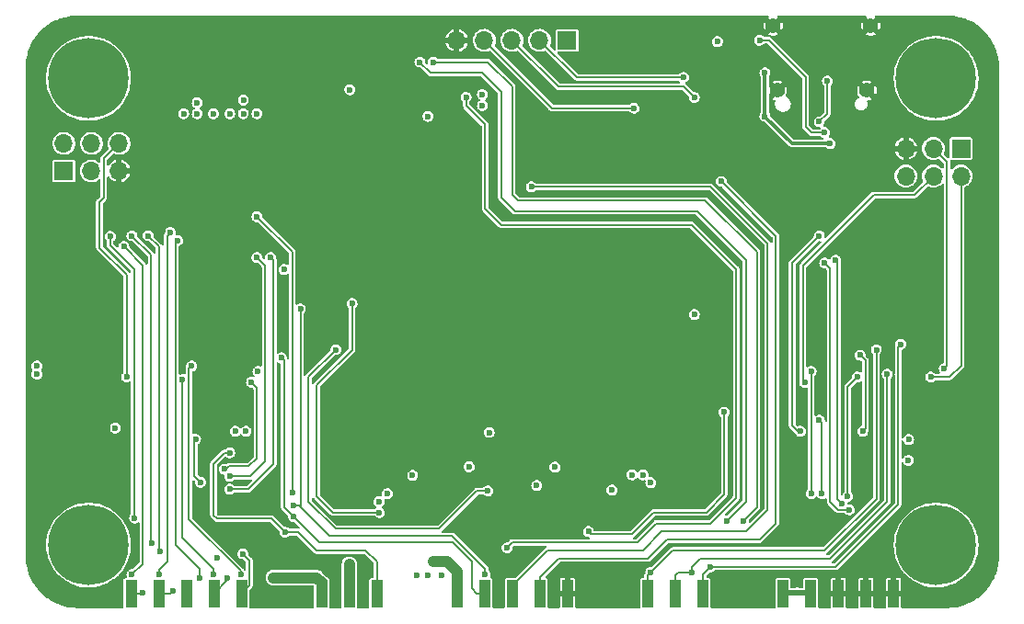
<source format=gbr>
%TF.GenerationSoftware,KiCad,Pcbnew,(6.0.0)*%
%TF.CreationDate,2022-06-06T22:40:17+03:00*%
%TF.ProjectId,basic_digital,62617369-635f-4646-9967-6974616c2e6b,rev?*%
%TF.SameCoordinates,Original*%
%TF.FileFunction,Copper,L4,Bot*%
%TF.FilePolarity,Positive*%
%FSLAX46Y46*%
G04 Gerber Fmt 4.6, Leading zero omitted, Abs format (unit mm)*
G04 Created by KiCad (PCBNEW (6.0.0)) date 2022-06-06 22:40:17*
%MOMM*%
%LPD*%
G01*
G04 APERTURE LIST*
%TA.AperFunction,SMDPad,CuDef*%
%ADD10R,1.000000X2.500000*%
%TD*%
%TA.AperFunction,ComponentPad*%
%ADD11C,7.400000*%
%TD*%
%TA.AperFunction,ComponentPad*%
%ADD12R,1.700000X1.700000*%
%TD*%
%TA.AperFunction,ComponentPad*%
%ADD13O,1.700000X1.700000*%
%TD*%
%TA.AperFunction,ComponentPad*%
%ADD14C,1.400000*%
%TD*%
%TA.AperFunction,ViaPad*%
%ADD15C,0.600000*%
%TD*%
%TA.AperFunction,Conductor*%
%ADD16C,0.200000*%
%TD*%
%TA.AperFunction,Conductor*%
%ADD17C,0.500000*%
%TD*%
%TA.AperFunction,Conductor*%
%ADD18C,0.300000*%
%TD*%
%TA.AperFunction,Conductor*%
%ADD19C,1.000000*%
%TD*%
G04 APERTURE END LIST*
D10*
%TO.P,J13,5,Pin_5*%
%TO.N,/i2s_output/RIGHT*%
X124080000Y13525000D03*
%TO.P,J13,4,Pin_4*%
%TO.N,Net-(R26-Pad1)*%
X121540000Y13525000D03*
%TO.P,J13,3,Pin_3*%
%TO.N,unconnected-(J13-Pad3)*%
X119000000Y13525000D03*
%TO.P,J13,2,Pin_2*%
%TO.N,/i2s_output/LEFT*%
X116460000Y13525000D03*
%TO.P,J13,1,Pin_1*%
%TO.N,Net-(R25-Pad1)*%
X113920000Y13525000D03*
%TD*%
%TO.P,J12,1,Pin_1*%
%TO.N,+3V3*%
X173920000Y13525000D03*
%TO.P,J12,2,Pin_2*%
X176460000Y13525000D03*
%TO.P,J12,3,Pin_3*%
%TO.N,GND*%
X179000000Y13525000D03*
%TO.P,J12,4,Pin_4*%
X181540000Y13525000D03*
%TO.P,J12,5,Pin_5*%
X184080000Y13525000D03*
%TD*%
D11*
%TO.P,H4,1,1*%
%TO.N,unconnected-(H4-Pad1)*%
X188000000Y61000000D03*
%TD*%
D12*
%TO.P,J5,1,Pin_1*%
%TO.N,+3V3*%
X190290000Y54540000D03*
D13*
%TO.P,J5,2,Pin_2*%
%TO.N,/bt_out/rx*%
X190290000Y52000000D03*
%TO.P,J5,3,Pin_3*%
%TO.N,/bt_out/tx*%
X187750000Y54540000D03*
%TO.P,J5,4,Pin_4*%
%TO.N,/bt_out/boot*%
X187750000Y52000000D03*
%TO.P,J5,5,Pin_5*%
%TO.N,GND*%
X185210000Y54540000D03*
%TO.P,J5,6,Pin_6*%
%TO.N,/bt_out/rst*%
X185210000Y52000000D03*
%TD*%
D12*
%TO.P,J2,1,Pin_1*%
%TO.N,+3V3*%
X154040000Y64500000D03*
D13*
%TO.P,J2,2,Pin_2*%
%TO.N,/stm32/swdclk*%
X151500000Y64500000D03*
%TO.P,J2,3,Pin_3*%
%TO.N,/stm32/swdio*%
X148960000Y64500000D03*
%TO.P,J2,4,Pin_4*%
%TO.N,/stm32/stm_rst*%
X146420000Y64500000D03*
%TO.P,J2,5,Pin_5*%
%TO.N,GND*%
X143880000Y64500000D03*
%TD*%
D14*
%TO.P,J1,S1,SHIELD*%
%TO.N,GND*%
X181990000Y65840000D03*
X181630000Y59890000D03*
X173370000Y59890000D03*
X173010000Y65840000D03*
%TD*%
D11*
%TO.P,H3,1,1*%
%TO.N,unconnected-(H3-Pad1)*%
X110000000Y18000000D03*
%TD*%
D12*
%TO.P,J4,1,Pin_1*%
%TO.N,+3V3*%
X107725000Y52475000D03*
D13*
%TO.P,J4,2,Pin_2*%
%TO.N,/bt_in/rx*%
X107725000Y55015000D03*
%TO.P,J4,3,Pin_3*%
%TO.N,/bt_in/tx*%
X110265000Y52475000D03*
%TO.P,J4,4,Pin_4*%
%TO.N,/bt_in/boot*%
X110265000Y55015000D03*
%TO.P,J4,5,Pin_5*%
%TO.N,GND*%
X112805000Y52475000D03*
%TO.P,J4,6,Pin_6*%
%TO.N,/bt_in/rst*%
X112805000Y55015000D03*
%TD*%
D11*
%TO.P,H1,1,1*%
%TO.N,unconnected-(H1-Pad1)*%
X188000000Y18000000D03*
%TD*%
%TO.P,H2,1,1*%
%TO.N,unconnected-(H2-Pad1)*%
X110000000Y61000000D03*
%TD*%
D10*
%TO.P,J7,1,Pin_1*%
%TO.N,/i2s_output/V-*%
X143920000Y13525000D03*
%TO.P,J7,2,Pin_2*%
%TO.N,/i2s_output/LEFT*%
X146460000Y13525000D03*
%TO.P,J7,3,Pin_3*%
%TO.N,/side_con/IN_MONO*%
X149000000Y13525000D03*
%TO.P,J7,4,Pin_4*%
%TO.N,/i2s_input/LEFT*%
X151540000Y13525000D03*
%TO.P,J7,5,Pin_5*%
%TO.N,GND*%
X154080000Y13525000D03*
%TD*%
%TO.P,J11,1,Pin_1*%
%TO.N,/bt_in/MOSI*%
X161460000Y13525000D03*
%TO.P,J11,2,Pin_2*%
%TO.N,/bt_in/MISO*%
X164000000Y13525000D03*
%TO.P,J11,3,Pin_3*%
%TO.N,/bt_in/SCK*%
X166540000Y13525000D03*
%TD*%
%TO.P,SW1,1,Pin_1*%
%TO.N,Net-(J3-Pad3)*%
X131460000Y13525000D03*
%TO.P,SW1,2,Pin_2*%
%TO.N,+BATT*%
X134000000Y13525000D03*
%TO.P,SW1,3,Pin_3*%
%TO.N,BT_MUTE*%
X136540000Y13525000D03*
%TD*%
D15*
%TO.N,Net-(R25-Pad1)*%
X115000000Y13600000D03*
%TO.N,/i2s_output/LEFT*%
X117800000Y13800000D03*
%TO.N,Net-(R25-Pad1)*%
X121800000Y16800000D03*
X125600000Y34000000D03*
%TO.N,/i2s_output/LEFT*%
X128850000Y20650000D03*
%TO.N,/i2s_output/RIGHT*%
X124200000Y17200000D03*
X128844622Y21644622D03*
%TO.N,Net-(R26-Pad1)*%
X122800000Y15000000D03*
X128000000Y43400000D03*
%TO.N,+3V3*%
X175200000Y13600000D03*
X123500000Y28500000D03*
X121500000Y57750000D03*
X124500000Y28500000D03*
X105250000Y34500000D03*
X124250000Y59000000D03*
X185475000Y27725000D03*
X112472799Y28777201D03*
X167875000Y64375000D03*
X125500000Y57750000D03*
X134050000Y59950000D03*
X105250000Y33750000D03*
X120000000Y58750000D03*
X120000000Y57750000D03*
X123000000Y57750000D03*
X124250000Y57750000D03*
X118750000Y57750000D03*
%TO.N,GND*%
X125000000Y50000000D03*
X127500000Y52500000D03*
X110000000Y35000000D03*
X137500000Y42500000D03*
X165000000Y57500000D03*
X117500000Y65000000D03*
X135000000Y45000000D03*
X112500000Y22500000D03*
X135000000Y22500000D03*
X107500000Y42500000D03*
X132500000Y25000000D03*
X130000000Y17500000D03*
X112500000Y65000000D03*
X160000000Y27500000D03*
X127500000Y17500000D03*
X135000000Y30000000D03*
X135000000Y52500000D03*
X177500000Y65000000D03*
X180750000Y27250000D03*
X137500000Y35000000D03*
X137500000Y30000000D03*
X137500000Y32500000D03*
X162500000Y35000000D03*
X175000000Y60500000D03*
X182500000Y55000000D03*
X182500000Y17500000D03*
X155000000Y15000000D03*
X107500000Y40000000D03*
X180000000Y40000000D03*
X157500000Y37500000D03*
X155000000Y37500000D03*
X142500000Y52500000D03*
X162500000Y57500000D03*
X180000000Y65000000D03*
X190000000Y25000000D03*
X137500000Y55000000D03*
X107500000Y25000000D03*
X160000000Y35000000D03*
X172500000Y55000000D03*
X140000000Y65000000D03*
X140000000Y32500000D03*
X110000000Y22500000D03*
X160000000Y32500000D03*
X120500000Y27000000D03*
X127500000Y50000000D03*
X145000000Y50000000D03*
X117500000Y50000000D03*
X170000000Y57500000D03*
X167500000Y55000000D03*
X117500000Y57500000D03*
X115000000Y50000000D03*
X177500000Y42500000D03*
X120000000Y50000000D03*
X137500000Y27500000D03*
X110000000Y42500000D03*
X175000000Y47500000D03*
X125000000Y52500000D03*
X132500000Y22500000D03*
X125000000Y35000000D03*
X115000000Y62500000D03*
X170000000Y12500000D03*
X162500000Y32500000D03*
X107500000Y22500000D03*
X140000000Y52500000D03*
X137500000Y45000000D03*
X175000000Y65000000D03*
X115000000Y55000000D03*
X160000000Y20000000D03*
X190000000Y22500000D03*
X120500000Y22000000D03*
X187500000Y35000000D03*
X147500000Y45000000D03*
X162500000Y42500000D03*
X162500000Y27500000D03*
X160000000Y37500000D03*
X122500000Y50000000D03*
X180000000Y50000000D03*
X120000000Y40000000D03*
X150000000Y37500000D03*
X110000000Y40000000D03*
X112500000Y35000000D03*
X137500000Y40000000D03*
X175000000Y22500000D03*
X177500000Y50000000D03*
X107500000Y35000000D03*
X122500000Y27500000D03*
X107500000Y37500000D03*
X162500000Y45000000D03*
X135000000Y25000000D03*
X157500000Y15000000D03*
X107500000Y45000000D03*
X127500000Y47500000D03*
X117500000Y62500000D03*
X180000000Y45000000D03*
X120000000Y42500000D03*
X115000000Y65000000D03*
X180000000Y42500000D03*
X152500000Y40000000D03*
X130000000Y65000000D03*
X165000000Y32500000D03*
X140000000Y42500000D03*
X180000000Y52500000D03*
X167500000Y22500000D03*
X147500000Y37500000D03*
X145000000Y20000000D03*
X175000000Y20000000D03*
X175000000Y52500000D03*
X167500000Y30000000D03*
X180000000Y37500000D03*
X177500000Y37500000D03*
X135000000Y35000000D03*
X155000000Y40000000D03*
X150000000Y40000000D03*
X137500000Y47500000D03*
X185000000Y45000000D03*
X145000000Y47500000D03*
X120500000Y25500000D03*
X187500000Y45000000D03*
X135000000Y42500000D03*
X147500000Y32500000D03*
X112500000Y42500000D03*
X175000000Y50000000D03*
X165000000Y45000000D03*
X170000000Y15000000D03*
X182500000Y57500000D03*
X140000000Y35000000D03*
X140000000Y45000000D03*
X162500000Y37500000D03*
X187500000Y22500000D03*
X142500000Y50000000D03*
X150000000Y32500000D03*
X135000000Y47500000D03*
X174250000Y28250000D03*
X110000000Y37500000D03*
X132500000Y40000000D03*
X169000000Y41500000D03*
X117500000Y52500000D03*
X167500000Y25000000D03*
X125000000Y42500000D03*
X147500000Y40000000D03*
X167500000Y27500000D03*
X172500000Y52500000D03*
X162500000Y40000000D03*
X135000000Y32500000D03*
X182500000Y37500000D03*
X150000000Y52500000D03*
X147500000Y42500000D03*
X125000000Y55000000D03*
X162500000Y25000000D03*
X110000000Y45000000D03*
X157500000Y20000000D03*
X174250000Y27250000D03*
X137500000Y37500000D03*
X140000000Y40000000D03*
X120000000Y37500000D03*
X125000000Y17500000D03*
X127500000Y55000000D03*
X110000000Y25000000D03*
X125000000Y47500000D03*
X137500000Y52500000D03*
X160000000Y15000000D03*
X185000000Y65000000D03*
X115000000Y57500000D03*
X152500000Y52500000D03*
X170000000Y52500000D03*
X122500000Y22500000D03*
X182500000Y45000000D03*
X180750000Y25750000D03*
X117500000Y60000000D03*
X115000000Y60000000D03*
X140000000Y37500000D03*
X157500000Y27500000D03*
X122500000Y52500000D03*
X177500000Y52500000D03*
X152500000Y37500000D03*
X120000000Y52500000D03*
X135000000Y27500000D03*
X160000000Y30000000D03*
X167000000Y41500000D03*
X145000000Y52500000D03*
X180000000Y55000000D03*
X152500000Y20000000D03*
X112500000Y25000000D03*
X177500000Y40000000D03*
%TO.N,+VSW*%
X146875000Y28375000D03*
X151250000Y23500000D03*
%TO.N,-5V*%
X152925000Y25175000D03*
X158175000Y23075000D03*
%TO.N,+5V*%
X145025000Y25225000D03*
X139825000Y24425000D03*
%TO.N,VCC*%
X172250000Y57500000D03*
X141250000Y57500000D03*
X178250000Y55000000D03*
X172250000Y61514011D03*
%TO.N,+BATT*%
X134000000Y15500000D03*
X146250000Y59500000D03*
X134000000Y16250000D03*
X146250000Y58500000D03*
%TO.N,/i2s_output/V-*%
X143750000Y15750000D03*
X161025000Y24475000D03*
X146750000Y23000000D03*
X141750000Y16500000D03*
X160025000Y24475000D03*
X143000000Y16500000D03*
X161750000Y23750000D03*
X132750000Y36000000D03*
%TO.N,/i2s_output/LEFT*%
X127750000Y35248323D03*
%TO.N,/i2s_output/RIGHT*%
X146500000Y15274502D03*
X129500000Y39750000D03*
%TO.N,/i2s_input/LEFT*%
X168250000Y51500000D03*
%TO.N,/i2s_input/RIGHT*%
X156000000Y19250000D03*
X168500000Y30250000D03*
%TO.N,/bt_out/WS*%
X181000000Y35500000D03*
X181250000Y28500000D03*
%TO.N,/bt_out/BCK*%
X175500000Y28500000D03*
X177250000Y46500000D03*
%TO.N,/power/TS*%
X148500000Y17750000D03*
X144750000Y59250000D03*
%TO.N,/bt_out/rx*%
X187500000Y33500000D03*
%TO.N,/bt_out/tx*%
X188750000Y34250000D03*
%TO.N,Net-(J1-PadA7)*%
X178000000Y60750000D03*
X177250000Y57000000D03*
%TO.N,Net-(J1-PadA5)*%
X171750000Y64500000D03*
X177750000Y56000000D03*
%TO.N,/stm32/stm_rst*%
X160200000Y58250000D03*
%TO.N,/bt_in/rst*%
X113500000Y33500000D03*
%TO.N,/bt_in/I2S_OUT*%
X120298911Y23798911D03*
X119849500Y27750000D03*
%TO.N,/bt_in/boot*%
X125500000Y48250000D03*
X128800000Y22800000D03*
%TO.N,/bt_out/boot*%
X175900500Y33000000D03*
%TO.N,/i2s_output/LEFT_INT*%
X122500000Y25000000D03*
X125000000Y33000000D03*
%TO.N,/i2s_output/RIGHT_INT*%
X126750000Y44500000D03*
X122988000Y23150500D03*
%TO.N,/stm32/swdio*%
X165750000Y59250000D03*
%TO.N,/stm32/swdclk*%
X164750000Y61100000D03*
%TO.N,/bt_in/WS*%
X123000000Y24349500D03*
X125500000Y44500000D03*
%TO.N,/bt_in/SCK*%
X115500000Y46500000D03*
X116600000Y17400000D03*
X184750000Y36500000D03*
X167250000Y16000000D03*
%TO.N,/bt_in/MISO*%
X115800000Y18200000D03*
X165500000Y15500000D03*
X183500000Y33750000D03*
X114000000Y46500000D03*
%TO.N,/bt_in/MOSI*%
X114250000Y20500000D03*
X161750000Y15500000D03*
X182500000Y36000000D03*
X112000000Y46450000D03*
%TO.N,Net-(J3-Pad3)*%
X131000000Y15000000D03*
X130000000Y15000000D03*
X129000000Y15000000D03*
X127000000Y15000000D03*
X128000000Y15000000D03*
%TO.N,/side_con/IN_MONO*%
X149000000Y14250000D03*
X150750000Y51000000D03*
X149000000Y13525000D03*
%TO.N,BT_MUTE*%
X128075000Y19200000D03*
X122990159Y26500838D03*
%TO.N,/bt_in/io13*%
X124000000Y15274502D03*
X119500000Y34500000D03*
%TO.N,/bt_in/io12*%
X118650500Y33250000D03*
X121500000Y15274502D03*
%TO.N,/bt_in/cs1*%
X118200000Y46050000D03*
X120200000Y15000000D03*
%TO.N,/bt_in/cs2*%
X117550000Y46800000D03*
X116500000Y15274502D03*
%TO.N,/bt_in/io2*%
X113250000Y45500000D03*
X114000000Y15274502D03*
%TO.N,/bt_out/io13*%
X180000000Y21250000D03*
X177750000Y44000000D03*
%TO.N,/bt_out/io12*%
X179323367Y21849500D03*
X178750000Y44250000D03*
%TO.N,/bt_out/cs1*%
X180750000Y33500000D03*
X179864244Y22500000D03*
%TO.N,/bt_out/cs2*%
X177500000Y22750000D03*
X177250000Y29500000D03*
%TO.N,/bt_out/io2*%
X176500000Y34000000D03*
X176500000Y22750000D03*
%TO.N,Net-(J6-Pad2)*%
X140500000Y62500000D03*
X168750000Y20250000D03*
%TO.N,/i2s_input/V+*%
X134250000Y40250000D03*
X136750000Y21000000D03*
X136750000Y22000000D03*
X141250000Y15250000D03*
X137500000Y22750000D03*
X140250000Y15250000D03*
X142500000Y15250000D03*
X185450000Y25800000D03*
X165750000Y39250000D03*
%TO.N,Net-(J6-Pad1)*%
X170250000Y20250000D03*
X141750000Y62500000D03*
%TD*%
D16*
%TO.N,/bt_in/io2*%
X115000000Y43750000D02*
X113250000Y45500000D01*
X115000000Y16274502D02*
X115000000Y43750000D01*
X114000000Y15274502D02*
X115000000Y16274502D01*
%TO.N,/bt_in/cs2*%
X116500000Y15750000D02*
X117250000Y16500000D01*
X117250000Y46500000D02*
X117550000Y46800000D01*
X116500000Y15274502D02*
X116500000Y15750000D01*
X117250000Y16500000D02*
X117250000Y46500000D01*
%TO.N,/bt_in/io12*%
X121500000Y15800000D02*
X118650500Y18649500D01*
X121500000Y15274502D02*
X121500000Y15800000D01*
X118650500Y18649500D02*
X118650500Y33250000D01*
%TO.N,/bt_in/io13*%
X119250000Y34250000D02*
X119500000Y34500000D01*
X119250000Y20350000D02*
X119250000Y34250000D01*
X124000000Y15600000D02*
X119250000Y20350000D01*
X124000000Y15274502D02*
X124000000Y15600000D01*
%TO.N,Net-(R25-Pad1)*%
X114925000Y13525000D02*
X115000000Y13600000D01*
X113920000Y13525000D02*
X114925000Y13525000D01*
%TO.N,/i2s_output/LEFT*%
X117800000Y13800000D02*
X117525000Y13525000D01*
X117525000Y13525000D02*
X116460000Y13525000D01*
%TO.N,/bt_in/SCK*%
X116500000Y17500000D02*
X116500000Y45500000D01*
X116500000Y45500000D02*
X115500000Y46500000D01*
X116600000Y17400000D02*
X116500000Y17500000D01*
%TO.N,/bt_in/MISO*%
X115750000Y44750000D02*
X114000000Y46500000D01*
X115750000Y18250000D02*
X115750000Y44750000D01*
X115800000Y18200000D02*
X115750000Y18250000D01*
%TO.N,/i2s_output/RIGHT*%
X124800000Y14245000D02*
X124080000Y13525000D01*
X124200000Y17200000D02*
X124800000Y16600000D01*
X124800000Y16600000D02*
X124800000Y14245000D01*
%TO.N,/i2s_output/LEFT*%
X128850000Y20650000D02*
X131250000Y18250000D01*
X128000000Y21500000D02*
X128850000Y20650000D01*
%TO.N,/bt_in/cs1*%
X118000000Y45850000D02*
X118200000Y46050000D01*
X118000000Y18000000D02*
X118000000Y45850000D01*
X120200000Y15000000D02*
X120200000Y15800000D01*
X120200000Y15800000D02*
X118000000Y18000000D01*
%TO.N,BT_MUTE*%
X121500000Y25500000D02*
X122500838Y26500838D01*
X121500000Y20750000D02*
X121500000Y25500000D01*
X122500838Y26500838D02*
X122990159Y26500838D01*
X121825000Y20425000D02*
X121500000Y20750000D01*
X126850000Y20425000D02*
X121825000Y20425000D01*
X128075000Y19200000D02*
X126850000Y20425000D01*
X131000000Y17500000D02*
X135500000Y17500000D01*
X128075000Y19200000D02*
X129300000Y19200000D01*
X129300000Y19200000D02*
X131000000Y17500000D01*
X135500000Y17500000D02*
X136540000Y16460000D01*
X136540000Y16460000D02*
X136540000Y13525000D01*
%TO.N,/i2s_output/RIGHT*%
X129355378Y21644622D02*
X128844622Y21644622D01*
X129500000Y21500000D02*
X129355378Y21644622D01*
%TO.N,/bt_in/boot*%
X128750000Y22850000D02*
X128750000Y45000000D01*
X128750000Y45000000D02*
X125500000Y48250000D01*
X128800000Y22800000D02*
X128750000Y22850000D01*
%TO.N,Net-(R26-Pad1)*%
X122800000Y15000000D02*
X122800000Y14785000D01*
X122800000Y14785000D02*
X121540000Y13525000D01*
D17*
%TO.N,+3V3*%
X176385000Y13600000D02*
X176460000Y13525000D01*
X175200000Y13600000D02*
X176385000Y13600000D01*
X173995000Y13600000D02*
X173920000Y13525000D01*
X175200000Y13600000D02*
X173995000Y13600000D01*
D18*
%TO.N,VCC*%
X172250000Y57500000D02*
X172250000Y61514011D01*
X174750000Y55000000D02*
X178250000Y55000000D01*
X172250000Y57500000D02*
X174750000Y55000000D01*
D19*
%TO.N,+BATT*%
X134000000Y13525000D02*
X134000000Y16250000D01*
D17*
X134000000Y15500000D02*
X134000000Y13525000D01*
D16*
%TO.N,/i2s_output/V-*%
X130250000Y33500000D02*
X132750000Y36000000D01*
D19*
X143920000Y15580000D02*
X143920000Y13525000D01*
D16*
X132750000Y19500000D02*
X130250000Y22000000D01*
D19*
X143750000Y15750000D02*
X143920000Y15580000D01*
X141750000Y16500000D02*
X143000000Y16500000D01*
D16*
X145750000Y23000000D02*
X142250000Y19500000D01*
X146750000Y23000000D02*
X145750000Y23000000D01*
X130250000Y22000000D02*
X130250000Y33500000D01*
D19*
X143000000Y16500000D02*
X143750000Y15750000D01*
D16*
X142250000Y19500000D02*
X132750000Y19500000D01*
%TO.N,/i2s_output/LEFT*%
X143500000Y18250000D02*
X145250000Y16500000D01*
X131250000Y18250000D02*
X143500000Y18250000D01*
X145250000Y16500000D02*
X145250000Y14000000D01*
X145725000Y13525000D02*
X146460000Y13525000D01*
X127750000Y35248323D02*
X128000000Y34998323D01*
X128000000Y34998323D02*
X128000000Y21500000D01*
X145250000Y14000000D02*
X145725000Y13525000D01*
%TO.N,/i2s_output/RIGHT*%
X143465506Y18849500D02*
X132150500Y18849500D01*
X129500000Y21500000D02*
X129500000Y39750000D01*
X146500000Y15274502D02*
X146500000Y15815006D01*
X146500000Y15815006D02*
X143465506Y18849500D01*
X132150500Y18849500D02*
X129500000Y21500000D01*
%TO.N,/i2s_input/LEFT*%
X171750000Y18500000D02*
X173250000Y20000000D01*
X161500000Y16750000D02*
X163250000Y18500000D01*
X151540000Y13525000D02*
X151540000Y15040000D01*
X173250000Y46500000D02*
X168250000Y51500000D01*
X153250000Y16750000D02*
X161500000Y16750000D01*
X173250000Y20000000D02*
X173250000Y46500000D01*
X163250000Y18500000D02*
X171750000Y18500000D01*
X151540000Y15040000D02*
X153250000Y16750000D01*
%TO.N,/i2s_input/RIGHT*%
X166750000Y21000000D02*
X166847838Y21000000D01*
X160000000Y19000000D02*
X161750000Y20750000D01*
X166847838Y21000000D02*
X168500000Y22652162D01*
X162000000Y21000000D02*
X166750000Y21000000D01*
X168500000Y22652162D02*
X168500000Y30250000D01*
X156000000Y19250000D02*
X156250000Y19000000D01*
X156250000Y19000000D02*
X160000000Y19000000D01*
X161750000Y20750000D02*
X162000000Y21000000D01*
%TO.N,/bt_out/WS*%
X181500000Y35000000D02*
X181000000Y35500000D01*
X181250000Y28500000D02*
X181500000Y28750000D01*
X181500000Y28750000D02*
X181500000Y35000000D01*
%TO.N,/bt_out/BCK*%
X175250000Y28500000D02*
X175500000Y28500000D01*
X174750000Y29000000D02*
X175250000Y28500000D01*
X177250000Y46500000D02*
X174750000Y44000000D01*
X174750000Y44000000D02*
X174750000Y29000000D01*
%TO.N,/power/TS*%
X169599511Y22349511D02*
X169599511Y43400489D01*
X148500000Y17750000D02*
X149000000Y18250000D01*
X165500000Y47500000D02*
X148000000Y47500000D01*
X160500000Y18250000D02*
X162250000Y20000000D01*
X162250000Y20000000D02*
X167250000Y20000000D01*
X146500000Y56750000D02*
X144750000Y58500000D01*
X144750000Y58500000D02*
X144750000Y59250000D01*
X149000000Y18250000D02*
X160500000Y18250000D01*
X169599511Y43400489D02*
X165500000Y47500000D01*
X167250000Y20000000D02*
X169599511Y22349511D01*
X146500000Y49000000D02*
X146500000Y56750000D01*
X148000000Y47500000D02*
X146500000Y49000000D01*
%TO.N,/bt_out/rx*%
X189250000Y33500000D02*
X190290000Y34540000D01*
X187500000Y33500000D02*
X189250000Y33500000D01*
X190290000Y34540000D02*
X190290000Y52000000D01*
%TO.N,/bt_out/tx*%
X189000000Y53290000D02*
X187750000Y54540000D01*
X188750000Y34250000D02*
X189000000Y34500000D01*
X189000000Y34500000D02*
X189000000Y53290000D01*
%TO.N,Net-(J1-PadA7)*%
X178000000Y57750000D02*
X178000000Y60750000D01*
X177250000Y57000000D02*
X178000000Y57750000D01*
%TO.N,Net-(J1-PadA5)*%
X172625000Y64500000D02*
X171750000Y64500000D01*
X176500000Y56000000D02*
X176000000Y56500000D01*
X176000000Y61125000D02*
X172625000Y64500000D01*
X176000000Y56500000D02*
X176000000Y61125000D01*
X177750000Y56000000D02*
X176500000Y56000000D01*
%TO.N,/stm32/stm_rst*%
X146420000Y64500000D02*
X152670000Y58250000D01*
X152670000Y58250000D02*
X160200000Y58250000D01*
%TO.N,/bt_in/rst*%
X113500000Y33500000D02*
X113500000Y42900000D01*
X113500000Y42900000D02*
X111000000Y45400000D01*
X111000000Y45400000D02*
X111000000Y49600000D01*
X111414511Y53624511D02*
X112805000Y55015000D01*
X111414511Y50014511D02*
X111414511Y53624511D01*
X111000000Y49600000D02*
X111414511Y50014511D01*
%TO.N,/bt_in/I2S_OUT*%
X119750000Y24347822D02*
X119750000Y27650500D01*
X120298911Y23798911D02*
X119750000Y24347822D01*
X119750000Y27650500D02*
X119849500Y27750000D01*
%TO.N,/bt_out/boot*%
X175750000Y43750000D02*
X182250000Y50250000D01*
X186000000Y50250000D02*
X187750000Y52000000D01*
X175900500Y33000000D02*
X175750000Y33000000D01*
X175750000Y33000000D02*
X175750000Y43750000D01*
X182250000Y50250000D02*
X186000000Y50250000D01*
%TO.N,/i2s_output/LEFT_INT*%
X125500000Y32500000D02*
X125000000Y33000000D01*
X122500000Y25000000D02*
X122652162Y25000000D01*
X124749989Y25249989D02*
X125500000Y26000000D01*
X122902151Y25249989D02*
X124749989Y25249989D01*
X122652162Y25000000D02*
X122902151Y25249989D01*
X125500000Y26000000D02*
X125500000Y32500000D01*
%TO.N,/i2s_output/RIGHT_INT*%
X127000000Y44250000D02*
X126750000Y44500000D01*
X122988000Y23150500D02*
X124715506Y23150500D01*
X124715506Y23150500D02*
X127000000Y25434994D01*
X127000000Y25434994D02*
X127000000Y44250000D01*
%TO.N,/stm32/swdio*%
X165750000Y59250000D02*
X164750000Y60250000D01*
X164750000Y60250000D02*
X153210000Y60250000D01*
X153210000Y60250000D02*
X148960000Y64500000D01*
%TO.N,/stm32/swdclk*%
X154900000Y61100000D02*
X151500000Y64500000D01*
X164750000Y61100000D02*
X154900000Y61100000D01*
%TO.N,/bt_in/WS*%
X126250000Y43750000D02*
X125500000Y44500000D01*
X123000000Y24349500D02*
X124849500Y24349500D01*
X126250000Y25750000D02*
X126250000Y43750000D01*
X124849500Y24349500D02*
X126250000Y25750000D01*
%TO.N,/bt_in/SCK*%
X184500000Y21750000D02*
X184500000Y36250000D01*
X178750000Y16000000D02*
X184500000Y21750000D01*
X166540000Y13525000D02*
X166540000Y15290000D01*
X184500000Y36250000D02*
X184750000Y36500000D01*
X167250000Y16000000D02*
X178750000Y16000000D01*
X166540000Y15290000D02*
X167250000Y16000000D01*
%TO.N,/bt_in/MISO*%
X183500000Y22000000D02*
X178250000Y16750000D01*
X165500000Y15500000D02*
X164250000Y15500000D01*
X183500000Y33750000D02*
X183500000Y22000000D01*
X166250000Y16750000D02*
X165500000Y16000000D01*
X164000000Y13525000D02*
X164000000Y15250000D01*
X164250000Y15500000D02*
X164000000Y15250000D01*
X178250000Y16750000D02*
X166250000Y16750000D01*
X165500000Y16000000D02*
X165500000Y15500000D01*
%TO.N,/bt_in/MOSI*%
X177750000Y17500000D02*
X182500000Y22250000D01*
X114200000Y20550000D02*
X114250000Y20500000D01*
X163750000Y17500000D02*
X177750000Y17500000D01*
X114200000Y43400000D02*
X114200000Y20550000D01*
X112000000Y45600000D02*
X114200000Y43400000D01*
X161460000Y13525000D02*
X161460000Y15210000D01*
X161750000Y15500000D02*
X163750000Y17500000D01*
X161460000Y15210000D02*
X161750000Y15500000D01*
X182500000Y22250000D02*
X182500000Y36000000D01*
X112000000Y46450000D02*
X112000000Y45600000D01*
D19*
%TO.N,Net-(J3-Pad3)*%
X128000000Y15000000D02*
X129000000Y15000000D01*
X130000000Y15000000D02*
X131000000Y15000000D01*
X131000000Y15000000D02*
X131460000Y14540000D01*
X131460000Y14540000D02*
X131460000Y13525000D01*
X129000000Y15000000D02*
X130000000Y15000000D01*
X127000000Y15000000D02*
X128000000Y15000000D01*
D16*
%TO.N,/side_con/IN_MONO*%
X161000000Y17500000D02*
X162750000Y19250000D01*
X152250000Y17500000D02*
X161000000Y17500000D01*
X170500000Y19250000D02*
X172500000Y21250000D01*
X162750000Y19250000D02*
X170500000Y19250000D01*
X172500000Y21250000D02*
X172500000Y45750000D01*
X149000000Y14250000D02*
X152250000Y17500000D01*
X167250000Y51000000D02*
X150750000Y51000000D01*
X172500000Y45750000D02*
X167250000Y51000000D01*
%TO.N,/bt_out/io13*%
X179000000Y21250000D02*
X180000000Y21250000D01*
X178250000Y43500000D02*
X178250000Y22000000D01*
X177750000Y44000000D02*
X178250000Y43500000D01*
X178250000Y22000000D02*
X179000000Y21250000D01*
%TO.N,/bt_out/io12*%
X178900489Y22272378D02*
X179323367Y21849500D01*
X178900489Y44099511D02*
X178900489Y22272378D01*
X178750000Y44250000D02*
X178900489Y44099511D01*
%TO.N,/bt_out/cs1*%
X179864244Y32614244D02*
X180750000Y33500000D01*
X179864244Y22500000D02*
X179864244Y32614244D01*
%TO.N,/bt_out/cs2*%
X177500000Y29250000D02*
X177250000Y29500000D01*
X177500000Y22750000D02*
X177500000Y29250000D01*
%TO.N,/bt_out/io2*%
X176500000Y22750000D02*
X176500000Y34000000D01*
%TO.N,Net-(J6-Pad2)*%
X141500000Y61500000D02*
X140500000Y62500000D01*
X170500000Y44250000D02*
X166000000Y48750000D01*
X149250000Y48750000D02*
X148000000Y50000000D01*
X146250000Y61500000D02*
X141500000Y61500000D01*
X148000000Y59750000D02*
X146250000Y61500000D01*
X170500000Y22000000D02*
X170500000Y44250000D01*
X166000000Y48750000D02*
X149250000Y48750000D01*
X168750000Y20250000D02*
X170500000Y22000000D01*
X148000000Y50000000D02*
X148000000Y59750000D01*
%TO.N,/i2s_input/V+*%
X134250000Y36000000D02*
X134250000Y40250000D01*
X131000000Y32750000D02*
X134250000Y36000000D01*
X131000000Y22500000D02*
X131000000Y32750000D01*
X132500000Y21000000D02*
X131000000Y22500000D01*
X136750000Y21000000D02*
X132500000Y21000000D01*
%TO.N,Net-(J6-Pad1)*%
X171500000Y21500000D02*
X171500000Y45000000D01*
X171500000Y45000000D02*
X166750000Y49750000D01*
X149000000Y60250000D02*
X146750000Y62500000D01*
X170250000Y20250000D02*
X171500000Y21500000D01*
X149500000Y49750000D02*
X149000000Y50250000D01*
X166750000Y49750000D02*
X149500000Y49750000D01*
X146750000Y62500000D02*
X141750000Y62500000D01*
X149000000Y50250000D02*
X149000000Y60250000D01*
%TD*%
%TA.AperFunction,Conductor*%
%TO.N,GND*%
G36*
X172570618Y66781093D02*
G01*
X172606582Y66731593D01*
X172606582Y66670407D01*
X172582612Y66633498D01*
X172588904Y66620306D01*
X172998914Y66210296D01*
X173010797Y66204242D01*
X173015828Y66205038D01*
X173432038Y66621248D01*
X173437103Y66631190D01*
X173408995Y66682958D01*
X173416981Y66743620D01*
X173459098Y66788003D01*
X173506337Y66800000D01*
X181492427Y66800000D01*
X181550618Y66781093D01*
X181586582Y66731593D01*
X181586582Y66670407D01*
X181562612Y66633498D01*
X181568904Y66620306D01*
X181978914Y66210296D01*
X181990797Y66204242D01*
X181995828Y66205038D01*
X182412038Y66621248D01*
X182417103Y66631190D01*
X182388995Y66682958D01*
X182396981Y66743620D01*
X182439098Y66788003D01*
X182486337Y66800000D01*
X188966040Y66800000D01*
X188988227Y66797482D01*
X188999642Y66794857D01*
X189010516Y66797317D01*
X189017523Y66797305D01*
X189031991Y66798603D01*
X189414032Y66781923D01*
X189422636Y66781170D01*
X189685041Y66746624D01*
X189829235Y66727640D01*
X189837729Y66726142D01*
X190238108Y66637380D01*
X190246446Y66635146D01*
X190637582Y66511822D01*
X190645683Y66508874D01*
X190925003Y66393175D01*
X191024577Y66351930D01*
X191032404Y66348280D01*
X191396171Y66158915D01*
X191403631Y66154609D01*
X191749527Y65934249D01*
X191756601Y65929295D01*
X192081956Y65679641D01*
X192088557Y65674102D01*
X192390934Y65397026D01*
X192397026Y65390934D01*
X192674102Y65088557D01*
X192679641Y65081956D01*
X192910253Y64781417D01*
X192929295Y64756601D01*
X192934248Y64749528D01*
X193154609Y64403631D01*
X193158915Y64396171D01*
X193309311Y64107263D01*
X193348280Y64032404D01*
X193351930Y64024577D01*
X193496947Y63674479D01*
X193508871Y63645691D01*
X193511822Y63637582D01*
X193571124Y63449500D01*
X193635146Y63246448D01*
X193637380Y63238108D01*
X193717726Y62875693D01*
X193726141Y62837734D01*
X193727640Y62829235D01*
X193734870Y62774321D01*
X193781170Y62422636D01*
X193781923Y62414032D01*
X193798580Y62032512D01*
X193797370Y62019270D01*
X193797356Y62011225D01*
X193794857Y62000358D01*
X193797317Y61989486D01*
X193797317Y61989484D01*
X193797559Y61988417D01*
X193800000Y61966568D01*
X193800000Y17033960D01*
X193797482Y17011773D01*
X193794857Y17000358D01*
X193797317Y16989484D01*
X193797305Y16982477D01*
X193798603Y16968009D01*
X193781923Y16585968D01*
X193781170Y16577364D01*
X193750396Y16343610D01*
X193730062Y16189157D01*
X193727641Y16170771D01*
X193726142Y16162271D01*
X193638870Y15768613D01*
X193637381Y15761895D01*
X193635146Y15753554D01*
X193512165Y15363502D01*
X193511825Y15362425D01*
X193508874Y15354317D01*
X193403274Y15099378D01*
X193351930Y14975423D01*
X193348280Y14967596D01*
X193343519Y14958450D01*
X193158915Y14603829D01*
X193154609Y14596369D01*
X192937246Y14255177D01*
X192934249Y14250473D01*
X192929295Y14243399D01*
X192679641Y13918044D01*
X192674102Y13911443D01*
X192397026Y13609066D01*
X192390934Y13602974D01*
X192088557Y13325898D01*
X192081956Y13320359D01*
X191828011Y13125500D01*
X191756601Y13070705D01*
X191749528Y13065752D01*
X191403631Y12845391D01*
X191396171Y12841085D01*
X191092255Y12682876D01*
X191032404Y12651720D01*
X191024577Y12648070D01*
X190645683Y12491126D01*
X190637582Y12488178D01*
X190246448Y12364854D01*
X190238108Y12362620D01*
X189837729Y12273858D01*
X189829235Y12272360D01*
X189699288Y12255252D01*
X189422636Y12218830D01*
X189414032Y12218077D01*
X189032512Y12201420D01*
X189019270Y12202630D01*
X189011225Y12202644D01*
X189000358Y12205143D01*
X188989486Y12202683D01*
X188989484Y12202683D01*
X188988417Y12202441D01*
X188966568Y12200000D01*
X184879000Y12200000D01*
X184820809Y12218907D01*
X184784845Y12268407D01*
X184780000Y12299000D01*
X184780000Y13255320D01*
X184775878Y13268005D01*
X184771757Y13271000D01*
X183395680Y13271000D01*
X183382995Y13266878D01*
X183380000Y13262757D01*
X183380000Y12299000D01*
X183361093Y12240809D01*
X183311593Y12204845D01*
X183281000Y12200000D01*
X182339000Y12200000D01*
X182280809Y12218907D01*
X182244845Y12268407D01*
X182240000Y12299000D01*
X182240000Y13255320D01*
X182235878Y13268005D01*
X182231757Y13271000D01*
X180855680Y13271000D01*
X180842995Y13266878D01*
X180840000Y13262757D01*
X180840000Y12299000D01*
X180821093Y12240809D01*
X180771593Y12204845D01*
X180741000Y12200000D01*
X179799000Y12200000D01*
X179740809Y12218907D01*
X179704845Y12268407D01*
X179700000Y12299000D01*
X179700000Y13255320D01*
X179695878Y13268005D01*
X179691757Y13271000D01*
X178315680Y13271000D01*
X178302995Y13266878D01*
X178300000Y13262757D01*
X178300000Y12299000D01*
X178281093Y12240809D01*
X178231593Y12204845D01*
X178201000Y12200000D01*
X177259500Y12200000D01*
X177201309Y12218907D01*
X177165345Y12268407D01*
X177160500Y12299000D01*
X177160500Y13794680D01*
X178300000Y13794680D01*
X178304122Y13781995D01*
X178308243Y13779000D01*
X178730320Y13779000D01*
X178743005Y13783122D01*
X178746000Y13787243D01*
X178746000Y13794680D01*
X179254000Y13794680D01*
X179258122Y13781995D01*
X179262243Y13779000D01*
X179684320Y13779000D01*
X179697005Y13783122D01*
X179700000Y13787243D01*
X179700000Y13794680D01*
X180840000Y13794680D01*
X180844122Y13781995D01*
X180848243Y13779000D01*
X181270320Y13779000D01*
X181283005Y13783122D01*
X181286000Y13787243D01*
X181286000Y13794680D01*
X181794000Y13794680D01*
X181798122Y13781995D01*
X181802243Y13779000D01*
X182224320Y13779000D01*
X182237005Y13783122D01*
X182240000Y13787243D01*
X182240000Y13794680D01*
X183380000Y13794680D01*
X183384122Y13781995D01*
X183388243Y13779000D01*
X183810320Y13779000D01*
X183823005Y13783122D01*
X183826000Y13787243D01*
X183826000Y13794680D01*
X184334000Y13794680D01*
X184338122Y13781995D01*
X184342243Y13779000D01*
X184764320Y13779000D01*
X184777005Y13783122D01*
X184780000Y13787243D01*
X184780000Y14789840D01*
X184779052Y14799462D01*
X184770298Y14843474D01*
X184762979Y14861142D01*
X184729611Y14911082D01*
X184716082Y14924611D01*
X184666142Y14957979D01*
X184648474Y14965298D01*
X184604462Y14974052D01*
X184594840Y14975000D01*
X184349680Y14975000D01*
X184336995Y14970878D01*
X184334000Y14966757D01*
X184334000Y13794680D01*
X183826000Y13794680D01*
X183826000Y14959320D01*
X183821878Y14972005D01*
X183817757Y14975000D01*
X183565160Y14975000D01*
X183555538Y14974052D01*
X183511526Y14965298D01*
X183493858Y14957979D01*
X183443918Y14924611D01*
X183430389Y14911082D01*
X183397021Y14861142D01*
X183389702Y14843474D01*
X183380948Y14799462D01*
X183380000Y14789840D01*
X183380000Y13794680D01*
X182240000Y13794680D01*
X182240000Y14789840D01*
X182239052Y14799462D01*
X182230298Y14843474D01*
X182222979Y14861142D01*
X182189611Y14911082D01*
X182176082Y14924611D01*
X182126142Y14957979D01*
X182108474Y14965298D01*
X182064462Y14974052D01*
X182054840Y14975000D01*
X181809680Y14975000D01*
X181796995Y14970878D01*
X181794000Y14966757D01*
X181794000Y13794680D01*
X181286000Y13794680D01*
X181286000Y14959320D01*
X181281878Y14972005D01*
X181277757Y14975000D01*
X181025160Y14975000D01*
X181015538Y14974052D01*
X180971526Y14965298D01*
X180953858Y14957979D01*
X180903918Y14924611D01*
X180890389Y14911082D01*
X180857021Y14861142D01*
X180849702Y14843474D01*
X180840948Y14799462D01*
X180840000Y14789840D01*
X180840000Y13794680D01*
X179700000Y13794680D01*
X179700000Y14789840D01*
X179699052Y14799462D01*
X179690298Y14843474D01*
X179682979Y14861142D01*
X179649611Y14911082D01*
X179636082Y14924611D01*
X179586142Y14957979D01*
X179568474Y14965298D01*
X179524462Y14974052D01*
X179514840Y14975000D01*
X179269680Y14975000D01*
X179256995Y14970878D01*
X179254000Y14966757D01*
X179254000Y13794680D01*
X178746000Y13794680D01*
X178746000Y14959320D01*
X178741878Y14972005D01*
X178737757Y14975000D01*
X178485160Y14975000D01*
X178475538Y14974052D01*
X178431526Y14965298D01*
X178413858Y14957979D01*
X178363918Y14924611D01*
X178350389Y14911082D01*
X178317021Y14861142D01*
X178309702Y14843474D01*
X178300948Y14799462D01*
X178300000Y14789840D01*
X178300000Y13794680D01*
X177160500Y13794680D01*
X177160500Y14794748D01*
X177153917Y14827843D01*
X177150770Y14843666D01*
X177150769Y14843668D01*
X177148867Y14853231D01*
X177104552Y14919552D01*
X177038231Y14963867D01*
X177028668Y14965769D01*
X177028666Y14965770D01*
X176999143Y14971642D01*
X176979748Y14975500D01*
X175940252Y14975500D01*
X175920857Y14971642D01*
X175891334Y14965770D01*
X175891332Y14965769D01*
X175881769Y14963867D01*
X175815448Y14919552D01*
X175771133Y14853231D01*
X175769231Y14843668D01*
X175769230Y14843666D01*
X175766083Y14827843D01*
X175759500Y14794748D01*
X175759500Y14149500D01*
X175740593Y14091309D01*
X175691093Y14055345D01*
X175660500Y14050500D01*
X175449905Y14050500D01*
X175412565Y14058710D01*
X175412095Y14059015D01*
X175405337Y14061036D01*
X175405335Y14061037D01*
X175281500Y14098071D01*
X175274739Y14100093D01*
X175191497Y14100602D01*
X175138427Y14100926D01*
X175138426Y14100926D01*
X175131376Y14100969D01*
X175124599Y14099032D01*
X175124598Y14099032D01*
X175000306Y14063509D01*
X174993529Y14061572D01*
X174989220Y14058853D01*
X174950092Y14050500D01*
X174719500Y14050500D01*
X174661309Y14069407D01*
X174625345Y14118907D01*
X174620500Y14149500D01*
X174620500Y14794748D01*
X174613917Y14827843D01*
X174610770Y14843666D01*
X174610769Y14843668D01*
X174608867Y14853231D01*
X174564552Y14919552D01*
X174498231Y14963867D01*
X174488668Y14965769D01*
X174488666Y14965770D01*
X174459143Y14971642D01*
X174439748Y14975500D01*
X173400252Y14975500D01*
X173380857Y14971642D01*
X173351334Y14965770D01*
X173351332Y14965769D01*
X173341769Y14963867D01*
X173275448Y14919552D01*
X173231133Y14853231D01*
X173229231Y14843668D01*
X173229230Y14843666D01*
X173226083Y14827843D01*
X173219500Y14794748D01*
X173219500Y12299000D01*
X173200593Y12240809D01*
X173151093Y12204845D01*
X173120500Y12200000D01*
X167339500Y12200000D01*
X167281309Y12218907D01*
X167245345Y12268407D01*
X167240500Y12299000D01*
X167240500Y14794748D01*
X167233917Y14827843D01*
X167230770Y14843666D01*
X167230769Y14843668D01*
X167228867Y14853231D01*
X167184552Y14919552D01*
X167118231Y14963867D01*
X167108668Y14965769D01*
X167108666Y14965770D01*
X167079143Y14971642D01*
X167059748Y14975500D01*
X166939500Y14975500D01*
X166881309Y14994407D01*
X166845345Y15043907D01*
X166840500Y15074500D01*
X166840500Y15124521D01*
X166859407Y15182712D01*
X166869496Y15194525D01*
X167145959Y15470988D01*
X167200476Y15498765D01*
X167217774Y15499967D01*
X167260685Y15499180D01*
X167305446Y15498359D01*
X167305448Y15498359D01*
X167312499Y15498230D01*
X167319302Y15500085D01*
X167319304Y15500085D01*
X167420270Y15527612D01*
X167450817Y15535940D01*
X167572991Y15610955D01*
X167579781Y15618456D01*
X167623662Y15666936D01*
X167676730Y15697390D01*
X167697060Y15699500D01*
X178696492Y15699500D01*
X178700617Y15699197D01*
X178705342Y15697575D01*
X178754761Y15699430D01*
X178758474Y15699500D01*
X178777948Y15699500D01*
X178782378Y15700325D01*
X178787571Y15700661D01*
X178803602Y15701263D01*
X178808075Y15701431D01*
X178817208Y15701774D01*
X178825602Y15705380D01*
X178825605Y15705381D01*
X178827783Y15706317D01*
X178848734Y15712683D01*
X178860053Y15714791D01*
X178882729Y15728768D01*
X178895596Y15735452D01*
X178900289Y15737468D01*
X178906298Y15740050D01*
X178913642Y15743205D01*
X178913643Y15743206D01*
X178920063Y15745964D01*
X178924949Y15749978D01*
X178929313Y15754342D01*
X178947368Y15768613D01*
X178955348Y15773532D01*
X178973018Y15796769D01*
X178981810Y15806839D01*
X181188604Y18013633D01*
X184094511Y18013633D01*
X184113126Y17618889D01*
X184113494Y17616426D01*
X184113495Y17616417D01*
X184170150Y17237334D01*
X184171538Y17228047D01*
X184172154Y17225632D01*
X184172155Y17225625D01*
X184216483Y17051719D01*
X184269148Y16845108D01*
X184404956Y16473994D01*
X184406049Y16471743D01*
X184406052Y16471736D01*
X184570366Y16133348D01*
X184577573Y16118505D01*
X184785230Y15782279D01*
X184905650Y15625345D01*
X185024276Y15470747D01*
X185024282Y15470740D01*
X185025802Y15468759D01*
X185073827Y15417796D01*
X185295100Y15182987D01*
X185295106Y15182982D01*
X185296826Y15181156D01*
X185298724Y15179512D01*
X185593633Y14924053D01*
X185593642Y14924046D01*
X185595526Y14922414D01*
X185918845Y14695182D01*
X185921010Y14693967D01*
X185921018Y14693962D01*
X186086910Y14600868D01*
X186263472Y14501786D01*
X186405833Y14439886D01*
X186623573Y14345209D01*
X186623577Y14345207D01*
X186625878Y14344207D01*
X186628263Y14343446D01*
X186628268Y14343444D01*
X186770442Y14298071D01*
X187002353Y14224059D01*
X187004817Y14223540D01*
X187004816Y14223540D01*
X187386588Y14143087D01*
X187386595Y14143086D01*
X187389043Y14142570D01*
X187391531Y14142304D01*
X187391538Y14142303D01*
X187558402Y14124471D01*
X187781988Y14100577D01*
X187956020Y14099665D01*
X188174661Y14098520D01*
X188174663Y14098520D01*
X188177166Y14098507D01*
X188570529Y14136384D01*
X188901234Y14202466D01*
X188955594Y14213328D01*
X188955595Y14213328D01*
X188958051Y14213819D01*
X188960441Y14214554D01*
X188960444Y14214555D01*
X189092488Y14255177D01*
X189335764Y14330018D01*
X189371727Y14345209D01*
X189697493Y14482818D01*
X189697494Y14482819D01*
X189699801Y14483793D01*
X190046434Y14673569D01*
X190297711Y14846267D01*
X190370038Y14895976D01*
X190370041Y14895978D01*
X190372114Y14897403D01*
X190673508Y15153004D01*
X190762354Y15245329D01*
X190945800Y15435957D01*
X190945803Y15435961D01*
X190947528Y15437753D01*
X190964328Y15459178D01*
X191189830Y15746772D01*
X191191370Y15748736D01*
X191402537Y16082769D01*
X191578867Y16436432D01*
X191580209Y16439982D01*
X191717666Y16803753D01*
X191718554Y16806103D01*
X191720430Y16813151D01*
X191819522Y17185570D01*
X191819522Y17185571D01*
X191820168Y17187998D01*
X191820724Y17191466D01*
X191842168Y17325349D01*
X191882670Y17578207D01*
X191905418Y17972735D01*
X191905513Y18000000D01*
X191885520Y18394677D01*
X191835814Y18719504D01*
X191826124Y18782830D01*
X191826123Y18782834D01*
X191825744Y18785312D01*
X191782694Y18951774D01*
X191727426Y19165481D01*
X191727424Y19165487D01*
X191726798Y19167908D01*
X191722881Y19178497D01*
X191590564Y19536197D01*
X191590561Y19536205D01*
X191589695Y19538545D01*
X191532558Y19655177D01*
X191416936Y19891192D01*
X191416931Y19891202D01*
X191415839Y19893430D01*
X191409823Y19903095D01*
X191208338Y20226795D01*
X191208331Y20226805D01*
X191207009Y20228929D01*
X191205477Y20230911D01*
X191205473Y20230917D01*
X190981094Y20521229D01*
X190965344Y20541607D01*
X190814738Y20700313D01*
X190695041Y20826448D01*
X190695034Y20826454D01*
X190693318Y20828263D01*
X190422918Y21060843D01*
X190395617Y21084326D01*
X190395616Y21084327D01*
X190393716Y21085961D01*
X190372489Y21100769D01*
X190071656Y21310634D01*
X190071650Y21310637D01*
X190069607Y21312063D01*
X189724307Y21504254D01*
X189707998Y21511278D01*
X189557241Y21576204D01*
X189361353Y21660567D01*
X188984460Y21779401D01*
X188982023Y21779906D01*
X188982014Y21779908D01*
X188692234Y21839918D01*
X188597488Y21859539D01*
X188204399Y21900161D01*
X188011648Y21900497D01*
X187811718Y21900846D01*
X187811711Y21900846D01*
X187809217Y21900850D01*
X187806733Y21900602D01*
X187806732Y21900602D01*
X187418480Y21861850D01*
X187418475Y21861849D01*
X187415988Y21861601D01*
X187125168Y21802433D01*
X187031190Y21783313D01*
X187031187Y21783312D01*
X187028738Y21782814D01*
X187026347Y21782069D01*
X187026342Y21782068D01*
X186653821Y21666041D01*
X186653817Y21666040D01*
X186651433Y21665297D01*
X186287936Y21510252D01*
X185941967Y21319267D01*
X185836407Y21246174D01*
X185619123Y21095720D01*
X185619117Y21095716D01*
X185617070Y21094298D01*
X185615174Y21092678D01*
X185615168Y21092674D01*
X185491771Y20987282D01*
X185316571Y20837647D01*
X185232895Y20750085D01*
X185053632Y20562497D01*
X185043546Y20551943D01*
X184800791Y20240110D01*
X184799470Y20238004D01*
X184799465Y20237997D01*
X184592121Y19907463D01*
X184592117Y19907456D01*
X184590791Y19905342D01*
X184589684Y19903102D01*
X184589680Y19903095D01*
X184469049Y19659015D01*
X184415697Y19551066D01*
X184414820Y19548720D01*
X184414819Y19548718D01*
X184283532Y19197575D01*
X184277301Y19180910D01*
X184177021Y18798662D01*
X184176634Y18796191D01*
X184176633Y18796186D01*
X184156439Y18667231D01*
X184115882Y18408237D01*
X184115746Y18405728D01*
X184115746Y18405727D01*
X184094781Y18018613D01*
X184094511Y18013633D01*
X181188604Y18013633D01*
X184674651Y21499680D01*
X184677780Y21502380D01*
X184682269Y21504575D01*
X184715893Y21540822D01*
X184718469Y21543498D01*
X184732248Y21557277D01*
X184734793Y21560987D01*
X184738229Y21564900D01*
X184752185Y21579945D01*
X184758401Y21586646D01*
X184761924Y21595475D01*
X184762666Y21597336D01*
X184772980Y21616652D01*
X184774321Y21618607D01*
X184774322Y21618610D01*
X184779492Y21626146D01*
X184785641Y21652059D01*
X184790014Y21665884D01*
X184797294Y21684132D01*
X184797294Y21684134D01*
X184799883Y21690622D01*
X184800500Y21696915D01*
X184800500Y21703084D01*
X184803175Y21725943D01*
X184803230Y21726173D01*
X184803230Y21726175D01*
X184805340Y21735066D01*
X184801404Y21763988D01*
X184800500Y21777337D01*
X184800500Y25562478D01*
X184819407Y25620669D01*
X184868907Y25656633D01*
X184930093Y25656633D01*
X184979593Y25620669D01*
X184990116Y25602351D01*
X184995169Y25590867D01*
X185013447Y25549327D01*
X185020720Y25532797D01*
X185049910Y25498071D01*
X185108431Y25428451D01*
X185108434Y25428449D01*
X185112970Y25423052D01*
X185118841Y25419144D01*
X185118842Y25419143D01*
X185130824Y25411167D01*
X185232313Y25343610D01*
X185332920Y25312179D01*
X185362425Y25302961D01*
X185362426Y25302961D01*
X185369157Y25300858D01*
X185440828Y25299544D01*
X185505445Y25298359D01*
X185505447Y25298359D01*
X185512499Y25298230D01*
X185519302Y25300085D01*
X185519304Y25300085D01*
X185626183Y25329224D01*
X185650817Y25335940D01*
X185772991Y25410955D01*
X185780403Y25419143D01*
X185864468Y25512018D01*
X185869200Y25517246D01*
X185920851Y25623854D01*
X185928634Y25639918D01*
X185931710Y25646267D01*
X185935713Y25670055D01*
X185954862Y25783876D01*
X185954862Y25783880D01*
X185955496Y25787646D01*
X185955647Y25800000D01*
X185935323Y25941918D01*
X185890516Y26040467D01*
X185878905Y26066004D01*
X185878904Y26066005D01*
X185875984Y26072428D01*
X185782400Y26181037D01*
X185662095Y26259015D01*
X185524739Y26300093D01*
X185441497Y26300602D01*
X185388427Y26300926D01*
X185388426Y26300926D01*
X185381376Y26300969D01*
X185374599Y26299032D01*
X185374598Y26299032D01*
X185250309Y26263510D01*
X185250307Y26263509D01*
X185243529Y26261572D01*
X185122280Y26185070D01*
X185117613Y26179786D01*
X185117611Y26179784D01*
X185032044Y26082897D01*
X185032042Y26082895D01*
X185027377Y26077612D01*
X184991371Y26000923D01*
X184989114Y25996115D01*
X184947269Y25951477D01*
X184887177Y25939960D01*
X184831792Y25965963D01*
X184802270Y26019555D01*
X184800500Y26038190D01*
X184800500Y27544295D01*
X184819407Y27602486D01*
X184868907Y27638450D01*
X184930093Y27638450D01*
X184979593Y27602486D01*
X184990115Y27584168D01*
X185045720Y27457797D01*
X185058792Y27442246D01*
X185133431Y27353451D01*
X185133434Y27353449D01*
X185137970Y27348052D01*
X185143841Y27344144D01*
X185143842Y27344143D01*
X185156143Y27335955D01*
X185257313Y27268610D01*
X185357920Y27237179D01*
X185387425Y27227961D01*
X185387426Y27227961D01*
X185394157Y27225858D01*
X185465828Y27224544D01*
X185530445Y27223359D01*
X185530447Y27223359D01*
X185537499Y27223230D01*
X185544302Y27225085D01*
X185544304Y27225085D01*
X185619503Y27245587D01*
X185675817Y27260940D01*
X185797991Y27335955D01*
X185805403Y27344143D01*
X185889468Y27437018D01*
X185894200Y27442246D01*
X185956710Y27571267D01*
X185958881Y27584167D01*
X185979862Y27708876D01*
X185979862Y27708880D01*
X185980496Y27712646D01*
X185980647Y27725000D01*
X185960323Y27866918D01*
X185907879Y27982263D01*
X185903905Y27991004D01*
X185903904Y27991005D01*
X185900984Y27997428D01*
X185807400Y28106037D01*
X185687095Y28184015D01*
X185549739Y28225093D01*
X185466497Y28225602D01*
X185413427Y28225926D01*
X185413426Y28225926D01*
X185406376Y28225969D01*
X185399599Y28224032D01*
X185399598Y28224032D01*
X185275309Y28188510D01*
X185275307Y28188509D01*
X185268529Y28186572D01*
X185147280Y28110070D01*
X185142613Y28104786D01*
X185142611Y28104784D01*
X185057044Y28007897D01*
X185057042Y28007895D01*
X185052377Y28002612D01*
X185049381Y27996230D01*
X185049380Y27996229D01*
X184997127Y27884934D01*
X184993734Y27877709D01*
X184993733Y27877707D01*
X184991447Y27872837D01*
X184990602Y27873234D01*
X184959080Y27828215D01*
X184901228Y27808295D01*
X184842716Y27826184D01*
X184805894Y27875048D01*
X184800500Y27907280D01*
X184800500Y35919336D01*
X184819407Y35977527D01*
X184873460Y36014850D01*
X184894661Y36020630D01*
X184950817Y36035940D01*
X185072991Y36110955D01*
X185169200Y36217246D01*
X185231710Y36346267D01*
X185234856Y36364962D01*
X185254862Y36483876D01*
X185254862Y36483880D01*
X185255496Y36487646D01*
X185255647Y36500000D01*
X185235323Y36641918D01*
X185175984Y36772428D01*
X185082400Y36881037D01*
X184962095Y36959015D01*
X184824739Y37000093D01*
X184741497Y37000602D01*
X184688427Y37000926D01*
X184688426Y37000926D01*
X184681376Y37000969D01*
X184674599Y36999032D01*
X184674598Y36999032D01*
X184550309Y36963510D01*
X184550307Y36963509D01*
X184543529Y36961572D01*
X184422280Y36885070D01*
X184417613Y36879786D01*
X184417611Y36879784D01*
X184332044Y36782897D01*
X184332042Y36782895D01*
X184327377Y36777612D01*
X184266447Y36647837D01*
X184244391Y36506177D01*
X184246315Y36491467D01*
X184249669Y36465816D01*
X184240017Y36413985D01*
X184241599Y36413354D01*
X184237334Y36402664D01*
X184227020Y36383348D01*
X184225679Y36381393D01*
X184225678Y36381390D01*
X184220508Y36373854D01*
X184218398Y36364962D01*
X184214359Y36347942D01*
X184209986Y36334116D01*
X184202706Y36315868D01*
X184200117Y36309378D01*
X184199500Y36303085D01*
X184199500Y36296916D01*
X184196825Y36274057D01*
X184194660Y36264934D01*
X184198596Y36236013D01*
X184199500Y36222663D01*
X184199500Y33786010D01*
X184188064Y33750814D01*
X184189137Y33749720D01*
X184199500Y33705624D01*
X184199500Y21915479D01*
X184180593Y21857288D01*
X184170504Y21845475D01*
X178654525Y16329496D01*
X178600008Y16301719D01*
X178584521Y16300500D01*
X178446332Y16300500D01*
X178388141Y16319407D01*
X178352177Y16368907D01*
X178352177Y16430093D01*
X178388141Y16479593D01*
X178407253Y16490460D01*
X178413640Y16493204D01*
X178413642Y16493205D01*
X178420063Y16495964D01*
X178424949Y16499978D01*
X178429313Y16504342D01*
X178447368Y16518613D01*
X178455348Y16523532D01*
X178473018Y16546769D01*
X178481810Y16556839D01*
X181077647Y19152675D01*
X183674656Y21749684D01*
X183677781Y21752381D01*
X183682269Y21754575D01*
X183715893Y21790822D01*
X183718456Y21793484D01*
X183732248Y21807276D01*
X183734793Y21810987D01*
X183738234Y21814906D01*
X183752185Y21829945D01*
X183752185Y21829946D01*
X183758401Y21836646D01*
X183761787Y21845134D01*
X183761789Y21845137D01*
X183762667Y21847338D01*
X183772981Y21866654D01*
X183774322Y21868609D01*
X183774323Y21868611D01*
X183779492Y21876146D01*
X183785641Y21902059D01*
X183790014Y21915884D01*
X183797294Y21934132D01*
X183797295Y21934135D01*
X183799883Y21940622D01*
X183800500Y21946915D01*
X183800500Y21953085D01*
X183803175Y21975943D01*
X183803230Y21976173D01*
X183803230Y21976175D01*
X183805340Y21985066D01*
X183801404Y22013988D01*
X183800500Y22027337D01*
X183800500Y33297956D01*
X183819407Y33356147D01*
X183826102Y33364392D01*
X183914468Y33462018D01*
X183919200Y33467246D01*
X183981710Y33596267D01*
X183983373Y33606147D01*
X184002872Y33722049D01*
X184014054Y33743484D01*
X184002500Y33771975D01*
X183988025Y33873052D01*
X183985323Y33891918D01*
X183944003Y33982797D01*
X183928905Y34016004D01*
X183928904Y34016006D01*
X183925984Y34022428D01*
X183832400Y34131037D01*
X183712095Y34209015D01*
X183574739Y34250093D01*
X183491497Y34250602D01*
X183438427Y34250926D01*
X183438426Y34250926D01*
X183431376Y34250969D01*
X183424599Y34249032D01*
X183424598Y34249032D01*
X183300309Y34213510D01*
X183300307Y34213509D01*
X183293529Y34211572D01*
X183172280Y34135070D01*
X183167613Y34129786D01*
X183167611Y34129784D01*
X183082044Y34032897D01*
X183082042Y34032895D01*
X183077377Y34027612D01*
X183074381Y34021230D01*
X183074380Y34021229D01*
X183063685Y33998450D01*
X183016447Y33897837D01*
X183001707Y33803164D01*
X182997321Y33774995D01*
X182987737Y33756062D01*
X182997664Y33731147D01*
X183011694Y33623854D01*
X183012980Y33614021D01*
X183015821Y33607565D01*
X183015821Y33607564D01*
X183063873Y33498359D01*
X183070720Y33482797D01*
X183115603Y33429402D01*
X183158432Y33378451D01*
X183162970Y33373052D01*
X183166999Y33370370D01*
X183197265Y33318364D01*
X183199500Y33297446D01*
X183199500Y22165479D01*
X183180593Y22107288D01*
X183170504Y22095475D01*
X178154525Y17079496D01*
X178100008Y17051719D01*
X178084521Y17050500D01*
X177946332Y17050500D01*
X177888141Y17069407D01*
X177852177Y17118907D01*
X177852177Y17180093D01*
X177888141Y17229593D01*
X177907253Y17240460D01*
X177913640Y17243204D01*
X177913642Y17243205D01*
X177920063Y17245964D01*
X177924949Y17249978D01*
X177929313Y17254342D01*
X177947368Y17268613D01*
X177955348Y17273532D01*
X177973018Y17296769D01*
X177981810Y17306839D01*
X182674656Y21999684D01*
X182677781Y22002381D01*
X182682269Y22004575D01*
X182715880Y22040808D01*
X182718456Y22043484D01*
X182732248Y22057276D01*
X182734793Y22060987D01*
X182738234Y22064906D01*
X182752185Y22079945D01*
X182752185Y22079946D01*
X182758401Y22086646D01*
X182761787Y22095134D01*
X182761789Y22095137D01*
X182762667Y22097338D01*
X182772981Y22116654D01*
X182774322Y22118609D01*
X182774323Y22118611D01*
X182779492Y22126146D01*
X182782856Y22140319D01*
X182785641Y22152058D01*
X182790014Y22165884D01*
X182797294Y22184132D01*
X182797294Y22184134D01*
X182799883Y22190622D01*
X182800500Y22196915D01*
X182800500Y22203084D01*
X182803175Y22225943D01*
X182803230Y22226173D01*
X182803230Y22226175D01*
X182805340Y22235066D01*
X182801404Y22263988D01*
X182800500Y22277337D01*
X182800500Y33718311D01*
X182810462Y33748972D01*
X182800500Y33790226D01*
X182800500Y35547956D01*
X182819407Y35606147D01*
X182826102Y35614392D01*
X182914468Y35712018D01*
X182919200Y35717246D01*
X182981710Y35846267D01*
X182985875Y35871018D01*
X183004862Y35983876D01*
X183004862Y35983880D01*
X183005496Y35987646D01*
X183005647Y36000000D01*
X182985323Y36141918D01*
X182925984Y36272428D01*
X182860917Y36347942D01*
X182837005Y36375693D01*
X182837004Y36375694D01*
X182832400Y36381037D01*
X182712095Y36459015D01*
X182574739Y36500093D01*
X182491497Y36500602D01*
X182438427Y36500926D01*
X182438426Y36500926D01*
X182431376Y36500969D01*
X182424599Y36499032D01*
X182424598Y36499032D01*
X182300309Y36463510D01*
X182300307Y36463509D01*
X182293529Y36461572D01*
X182172280Y36385070D01*
X182167613Y36379786D01*
X182167611Y36379784D01*
X182082044Y36282897D01*
X182082042Y36282895D01*
X182077377Y36277612D01*
X182074381Y36271230D01*
X182074380Y36271229D01*
X182067173Y36255878D01*
X182016447Y36147837D01*
X182015362Y36140868D01*
X182015361Y36140865D01*
X182008294Y36095475D01*
X181994391Y36006177D01*
X181995306Y35999180D01*
X181995306Y35999179D01*
X182010232Y35885038D01*
X182012980Y35864021D01*
X182015819Y35857570D01*
X182015821Y35857564D01*
X182063829Y35748459D01*
X182070720Y35732797D01*
X182093136Y35706130D01*
X182157668Y35629360D01*
X182162970Y35623052D01*
X182166999Y35620370D01*
X182197265Y35568364D01*
X182199500Y35547446D01*
X182199500Y22415479D01*
X182180593Y22357288D01*
X182170504Y22345475D01*
X177654525Y17829496D01*
X177600008Y17801719D01*
X177584521Y17800500D01*
X163803508Y17800500D01*
X163799383Y17800803D01*
X163794658Y17802425D01*
X163745239Y17800570D01*
X163741526Y17800500D01*
X163722052Y17800500D01*
X163717622Y17799675D01*
X163712429Y17799339D01*
X163696398Y17798737D01*
X163691925Y17798569D01*
X163682792Y17798226D01*
X163674398Y17794620D01*
X163674395Y17794619D01*
X163672217Y17793683D01*
X163651266Y17787317D01*
X163639947Y17785209D01*
X163632164Y17780412D01*
X163632165Y17780412D01*
X163617272Y17771232D01*
X163604404Y17764548D01*
X163586358Y17756795D01*
X163586357Y17756794D01*
X163579937Y17754036D01*
X163575051Y17750022D01*
X163570687Y17745658D01*
X163552632Y17731387D01*
X163544652Y17726468D01*
X163526982Y17703231D01*
X163518190Y17693161D01*
X161854366Y16029337D01*
X161799849Y16001560D01*
X161783762Y16000343D01*
X161704505Y16000828D01*
X161688427Y16000926D01*
X161688426Y16000926D01*
X161681376Y16000969D01*
X161674599Y15999032D01*
X161674598Y15999032D01*
X161550309Y15963510D01*
X161550307Y15963509D01*
X161543529Y15961572D01*
X161422280Y15885070D01*
X161417613Y15879786D01*
X161417611Y15879784D01*
X161332044Y15782897D01*
X161332042Y15782895D01*
X161327377Y15777612D01*
X161266447Y15647837D01*
X161265362Y15640868D01*
X161265361Y15640865D01*
X161259557Y15603584D01*
X161244391Y15506177D01*
X161248287Y15476386D01*
X161237085Y15416237D01*
X161228274Y15403245D01*
X161227752Y15402723D01*
X161225201Y15399005D01*
X161221771Y15395100D01*
X161201599Y15373354D01*
X161198212Y15364866D01*
X161198212Y15364865D01*
X161197334Y15362664D01*
X161187020Y15343348D01*
X161185679Y15341393D01*
X161185678Y15341390D01*
X161180508Y15333854D01*
X161175375Y15312224D01*
X161174359Y15307942D01*
X161169986Y15294116D01*
X161163402Y15277612D01*
X161160117Y15269378D01*
X161159500Y15263085D01*
X161159500Y15256916D01*
X161156825Y15234057D01*
X161154660Y15224934D01*
X161158287Y15198282D01*
X161158596Y15196013D01*
X161159500Y15182663D01*
X161159500Y15074500D01*
X161140593Y15016309D01*
X161091093Y14980345D01*
X161060500Y14975500D01*
X160940252Y14975500D01*
X160920857Y14971642D01*
X160891334Y14965770D01*
X160891332Y14965769D01*
X160881769Y14963867D01*
X160815448Y14919552D01*
X160771133Y14853231D01*
X160769231Y14843668D01*
X160769230Y14843666D01*
X160766083Y14827843D01*
X160759500Y14794748D01*
X160759500Y12299000D01*
X160740593Y12240809D01*
X160691093Y12204845D01*
X160660500Y12200000D01*
X154879000Y12200000D01*
X154820809Y12218907D01*
X154784845Y12268407D01*
X154780000Y12299000D01*
X154780000Y13255320D01*
X154775878Y13268005D01*
X154771757Y13271000D01*
X153395680Y13271000D01*
X153382995Y13266878D01*
X153380000Y13262757D01*
X153380000Y12299000D01*
X153361093Y12240809D01*
X153311593Y12204845D01*
X153281000Y12200000D01*
X152339500Y12200000D01*
X152281309Y12218907D01*
X152245345Y12268407D01*
X152240500Y12299000D01*
X152240500Y13794680D01*
X153380000Y13794680D01*
X153384122Y13781995D01*
X153388243Y13779000D01*
X153810320Y13779000D01*
X153823005Y13783122D01*
X153826000Y13787243D01*
X153826000Y13794680D01*
X154334000Y13794680D01*
X154338122Y13781995D01*
X154342243Y13779000D01*
X154764320Y13779000D01*
X154777005Y13783122D01*
X154780000Y13787243D01*
X154780000Y14789840D01*
X154779052Y14799462D01*
X154770298Y14843474D01*
X154762979Y14861142D01*
X154729611Y14911082D01*
X154716082Y14924611D01*
X154666142Y14957979D01*
X154648474Y14965298D01*
X154604462Y14974052D01*
X154594840Y14975000D01*
X154349680Y14975000D01*
X154336995Y14970878D01*
X154334000Y14966757D01*
X154334000Y13794680D01*
X153826000Y13794680D01*
X153826000Y14959320D01*
X153821878Y14972005D01*
X153817757Y14975000D01*
X153565160Y14975000D01*
X153555538Y14974052D01*
X153511526Y14965298D01*
X153493858Y14957979D01*
X153443918Y14924611D01*
X153430389Y14911082D01*
X153397021Y14861142D01*
X153389702Y14843474D01*
X153380948Y14799462D01*
X153380000Y14789840D01*
X153380000Y13794680D01*
X152240500Y13794680D01*
X152240500Y14794748D01*
X152233917Y14827843D01*
X152230770Y14843666D01*
X152230769Y14843668D01*
X152228867Y14853231D01*
X152184552Y14919552D01*
X152118231Y14963867D01*
X152108667Y14965769D01*
X152108663Y14965771D01*
X152108552Y14965793D01*
X152108388Y14965885D01*
X152099658Y14969501D01*
X152100086Y14970534D01*
X152055169Y14995691D01*
X152029555Y15051257D01*
X152041493Y15111266D01*
X152057865Y15132894D01*
X152637657Y15712685D01*
X153345476Y16420504D01*
X153399993Y16448281D01*
X153415480Y16449500D01*
X161446492Y16449500D01*
X161450617Y16449197D01*
X161455342Y16447575D01*
X161504761Y16449430D01*
X161508474Y16449500D01*
X161527948Y16449500D01*
X161532378Y16450325D01*
X161537571Y16450661D01*
X161553602Y16451263D01*
X161558075Y16451431D01*
X161567208Y16451774D01*
X161575602Y16455380D01*
X161575605Y16455381D01*
X161577783Y16456317D01*
X161598734Y16462683D01*
X161610053Y16464791D01*
X161632729Y16478768D01*
X161645596Y16485452D01*
X161663642Y16493205D01*
X161663643Y16493206D01*
X161670063Y16495964D01*
X161674949Y16499978D01*
X161679313Y16504342D01*
X161697368Y16518613D01*
X161705348Y16523532D01*
X161723018Y16546769D01*
X161731810Y16556839D01*
X163345475Y18170504D01*
X163399992Y18198281D01*
X163415479Y18199500D01*
X171696492Y18199500D01*
X171700617Y18199197D01*
X171705342Y18197575D01*
X171754761Y18199430D01*
X171758474Y18199500D01*
X171777948Y18199500D01*
X171782378Y18200325D01*
X171787571Y18200661D01*
X171803602Y18201263D01*
X171808075Y18201431D01*
X171817208Y18201774D01*
X171825602Y18205380D01*
X171825605Y18205381D01*
X171827783Y18206317D01*
X171848734Y18212683D01*
X171860053Y18214791D01*
X171882729Y18228768D01*
X171895596Y18235452D01*
X171913642Y18243205D01*
X171913643Y18243206D01*
X171920063Y18245964D01*
X171924949Y18249978D01*
X171929313Y18254342D01*
X171947368Y18268613D01*
X171955348Y18273532D01*
X171973018Y18296769D01*
X171981810Y18306839D01*
X173424656Y19749684D01*
X173427781Y19752381D01*
X173432269Y19754575D01*
X173465880Y19790808D01*
X173468456Y19793484D01*
X173482248Y19807276D01*
X173484793Y19810987D01*
X173488234Y19814906D01*
X173502185Y19829945D01*
X173502185Y19829946D01*
X173508401Y19836646D01*
X173511787Y19845134D01*
X173511789Y19845137D01*
X173512667Y19847338D01*
X173522981Y19866654D01*
X173524322Y19868609D01*
X173524323Y19868611D01*
X173529492Y19876146D01*
X173535641Y19902059D01*
X173540014Y19915884D01*
X173547294Y19934132D01*
X173547294Y19934134D01*
X173549883Y19940622D01*
X173550500Y19946915D01*
X173550500Y19953084D01*
X173553175Y19975943D01*
X173553230Y19976173D01*
X173553230Y19976175D01*
X173555340Y19985066D01*
X173551404Y20013988D01*
X173550500Y20027337D01*
X173550500Y44014934D01*
X174444660Y44014934D01*
X174446961Y43998029D01*
X174448596Y43986013D01*
X174449500Y43972663D01*
X174449500Y29053508D01*
X174449197Y29049383D01*
X174447575Y29044658D01*
X174447918Y29035524D01*
X174449430Y28995239D01*
X174449500Y28991526D01*
X174449500Y28972052D01*
X174450325Y28967622D01*
X174450661Y28962429D01*
X174451774Y28932792D01*
X174455380Y28924398D01*
X174455381Y28924395D01*
X174456317Y28922217D01*
X174462683Y28901266D01*
X174464791Y28889947D01*
X174478768Y28867272D01*
X174485452Y28854404D01*
X174492281Y28838510D01*
X174495964Y28829937D01*
X174499978Y28825051D01*
X174504342Y28820687D01*
X174518613Y28802632D01*
X174523532Y28794652D01*
X174546769Y28776982D01*
X174556839Y28768190D01*
X174999680Y28325349D01*
X175002380Y28322220D01*
X175004575Y28317731D01*
X175038164Y28286572D01*
X175061448Y28253868D01*
X175070720Y28232797D01*
X175112739Y28182809D01*
X175158431Y28128451D01*
X175158434Y28128449D01*
X175162970Y28123052D01*
X175168841Y28119144D01*
X175168842Y28119143D01*
X175176188Y28114253D01*
X175282313Y28043610D01*
X175382920Y28012179D01*
X175412425Y28002961D01*
X175412426Y28002961D01*
X175419157Y28000858D01*
X175490828Y27999544D01*
X175555445Y27998359D01*
X175555447Y27998359D01*
X175562499Y27998230D01*
X175569302Y28000085D01*
X175569304Y28000085D01*
X175651256Y28022428D01*
X175700817Y28035940D01*
X175822991Y28110955D01*
X175830403Y28119143D01*
X175914468Y28212018D01*
X175919200Y28217246D01*
X175981710Y28346267D01*
X175983832Y28358876D01*
X176002872Y28472049D01*
X176014054Y28493484D01*
X176002500Y28521975D01*
X175986323Y28634934D01*
X175985323Y28641918D01*
X175947015Y28726173D01*
X175928905Y28766004D01*
X175928904Y28766005D01*
X175925984Y28772428D01*
X175832400Y28881037D01*
X175712095Y28959015D01*
X175574739Y29000093D01*
X175491497Y29000602D01*
X175438427Y29000926D01*
X175438426Y29000926D01*
X175431376Y29000969D01*
X175424599Y28999032D01*
X175424598Y28999032D01*
X175293529Y28961572D01*
X175293114Y28963026D01*
X175240302Y28957385D01*
X175190719Y28984252D01*
X175079496Y29095475D01*
X175051719Y29149992D01*
X175050500Y29165479D01*
X175050500Y43834521D01*
X175069407Y43892712D01*
X175079496Y43904525D01*
X177145959Y45970988D01*
X177200476Y45998765D01*
X177217774Y45999967D01*
X177260847Y45999177D01*
X177305445Y45998359D01*
X177305447Y45998359D01*
X177312499Y45998230D01*
X177319304Y46000085D01*
X177325388Y46000843D01*
X177385469Y45989272D01*
X177427275Y45944596D01*
X177434837Y45883880D01*
X177407627Y45832598D01*
X175575349Y44000320D01*
X175572220Y43997620D01*
X175567731Y43995425D01*
X175561513Y43988722D01*
X175534107Y43959178D01*
X175531531Y43956502D01*
X175517752Y43942723D01*
X175515207Y43939013D01*
X175511771Y43935100D01*
X175491599Y43913354D01*
X175488212Y43904866D01*
X175488212Y43904865D01*
X175487334Y43902664D01*
X175477020Y43883348D01*
X175475679Y43881393D01*
X175475678Y43881390D01*
X175470508Y43873854D01*
X175466642Y43857564D01*
X175464359Y43847942D01*
X175459986Y43834116D01*
X175453241Y43817208D01*
X175450117Y43809378D01*
X175449500Y43803085D01*
X175449500Y43796916D01*
X175446825Y43774057D01*
X175444660Y43764934D01*
X175448155Y43739253D01*
X175448596Y43736013D01*
X175449500Y43722663D01*
X175449500Y33239255D01*
X175440116Y33197184D01*
X175416947Y33147837D01*
X175415862Y33140868D01*
X175415861Y33140865D01*
X175404102Y33065340D01*
X175394891Y33006177D01*
X175395806Y32999180D01*
X175395806Y32999179D01*
X175403655Y32939157D01*
X175413480Y32864021D01*
X175416321Y32857565D01*
X175416321Y32857564D01*
X175448559Y32784299D01*
X175471220Y32732797D01*
X175500833Y32697568D01*
X175558931Y32628451D01*
X175558934Y32628449D01*
X175563470Y32623052D01*
X175682813Y32543610D01*
X175762326Y32518769D01*
X175812925Y32502961D01*
X175812926Y32502961D01*
X175819657Y32500858D01*
X175891328Y32499544D01*
X175955945Y32498359D01*
X175955947Y32498359D01*
X175962999Y32498230D01*
X175969802Y32500085D01*
X175969804Y32500085D01*
X176074460Y32528618D01*
X176135575Y32525682D01*
X176183292Y32487385D01*
X176199500Y32433104D01*
X176199500Y28536010D01*
X176188064Y28500814D01*
X176189137Y28499720D01*
X176199500Y28455624D01*
X176199500Y23202667D01*
X176180593Y23144476D01*
X176172061Y23135263D01*
X176172280Y23135070D01*
X176082044Y23032897D01*
X176082042Y23032895D01*
X176077377Y23027612D01*
X176016447Y22897837D01*
X176015362Y22890868D01*
X176015361Y22890865D01*
X176008285Y22845414D01*
X175994391Y22756177D01*
X175995306Y22749180D01*
X175995306Y22749179D01*
X176011799Y22623052D01*
X176012980Y22614021D01*
X176015821Y22607565D01*
X176015821Y22607564D01*
X176063873Y22498359D01*
X176070720Y22482797D01*
X176116845Y22427925D01*
X176158431Y22378451D01*
X176158434Y22378449D01*
X176162970Y22373052D01*
X176168841Y22369144D01*
X176168842Y22369143D01*
X176179785Y22361859D01*
X176282313Y22293610D01*
X176371483Y22265752D01*
X176412425Y22252961D01*
X176412426Y22252961D01*
X176419157Y22250858D01*
X176490828Y22249544D01*
X176555445Y22248359D01*
X176555447Y22248359D01*
X176562499Y22248230D01*
X176569302Y22250085D01*
X176569304Y22250085D01*
X176653086Y22272927D01*
X176700817Y22285940D01*
X176810401Y22353225D01*
X176816978Y22357263D01*
X176822991Y22360955D01*
X176830403Y22369143D01*
X176911750Y22459015D01*
X176919200Y22467246D01*
X176920161Y22469230D01*
X176966624Y22505528D01*
X177027772Y22507662D01*
X177076265Y22476200D01*
X177129020Y22413440D01*
X177162970Y22373052D01*
X177168841Y22369144D01*
X177168842Y22369143D01*
X177179785Y22361859D01*
X177282313Y22293610D01*
X177371483Y22265752D01*
X177412425Y22252961D01*
X177412426Y22252961D01*
X177419157Y22250858D01*
X177490828Y22249544D01*
X177555445Y22248359D01*
X177555447Y22248359D01*
X177562499Y22248230D01*
X177569302Y22250085D01*
X177569304Y22250085D01*
X177653086Y22272927D01*
X177700817Y22285940D01*
X177798700Y22346040D01*
X177858181Y22360376D01*
X177914729Y22337010D01*
X177946744Y22284869D01*
X177949500Y22261674D01*
X177949500Y22053508D01*
X177949197Y22049383D01*
X177947575Y22044658D01*
X177949019Y22006177D01*
X177949430Y21995239D01*
X177949500Y21991526D01*
X177949500Y21972052D01*
X177950325Y21967622D01*
X177950661Y21962429D01*
X177951774Y21932792D01*
X177955380Y21924398D01*
X177955381Y21924395D01*
X177956317Y21922217D01*
X177962683Y21901266D01*
X177964791Y21889947D01*
X177976459Y21871018D01*
X177978768Y21867272D01*
X177985451Y21854405D01*
X177987559Y21849500D01*
X177993082Y21836646D01*
X177995964Y21829937D01*
X177999978Y21825051D01*
X178004342Y21820687D01*
X178018613Y21802632D01*
X178023532Y21794652D01*
X178046769Y21776982D01*
X178056839Y21768190D01*
X178749680Y21075349D01*
X178752380Y21072220D01*
X178754575Y21067731D01*
X178761278Y21061513D01*
X178790822Y21034107D01*
X178793498Y21031531D01*
X178807277Y21017752D01*
X178810987Y21015207D01*
X178814900Y21011771D01*
X178836646Y20991599D01*
X178845134Y20988212D01*
X178845135Y20988212D01*
X178847336Y20987334D01*
X178866652Y20977020D01*
X178868607Y20975679D01*
X178868610Y20975678D01*
X178876146Y20970508D01*
X178889892Y20967246D01*
X178902058Y20964359D01*
X178915884Y20959986D01*
X178934132Y20952706D01*
X178934134Y20952706D01*
X178940622Y20950117D01*
X178946915Y20949500D01*
X178953084Y20949500D01*
X178975943Y20946825D01*
X178976173Y20946770D01*
X178976175Y20946770D01*
X178985066Y20944660D01*
X179013988Y20948596D01*
X179027337Y20949500D01*
X179552597Y20949500D01*
X179610788Y20930593D01*
X179628380Y20914202D01*
X179658431Y20878451D01*
X179658434Y20878449D01*
X179662970Y20873052D01*
X179668841Y20869144D01*
X179668842Y20869143D01*
X179675368Y20864799D01*
X179782313Y20793610D01*
X179875001Y20764653D01*
X179912425Y20752961D01*
X179912426Y20752961D01*
X179919157Y20750858D01*
X179990828Y20749544D01*
X180055445Y20748359D01*
X180055447Y20748359D01*
X180062499Y20748230D01*
X180069302Y20750085D01*
X180069304Y20750085D01*
X180170270Y20777612D01*
X180200817Y20785940D01*
X180322991Y20860955D01*
X180330403Y20869143D01*
X180414468Y20962018D01*
X180419200Y20967246D01*
X180481710Y21096267D01*
X180486783Y21126416D01*
X180504862Y21233876D01*
X180504862Y21233880D01*
X180505496Y21237646D01*
X180505647Y21250000D01*
X180485323Y21391918D01*
X180452244Y21464671D01*
X180428905Y21516004D01*
X180428904Y21516005D01*
X180425984Y21522428D01*
X180344795Y21616652D01*
X180337005Y21625693D01*
X180337004Y21625694D01*
X180332400Y21631037D01*
X180212095Y21709015D01*
X180074739Y21750093D01*
X179931376Y21750969D01*
X179931389Y21753123D01*
X179881144Y21762168D01*
X179838799Y21806333D01*
X179829143Y21842977D01*
X179828967Y21845675D01*
X179829014Y21849500D01*
X179827859Y21857567D01*
X179823892Y21885269D01*
X179834359Y21945553D01*
X179878261Y21988170D01*
X179912894Y21995877D01*
X179912693Y21997488D01*
X179919690Y21998359D01*
X179926743Y21998230D01*
X179933546Y22000085D01*
X179933548Y22000085D01*
X180027351Y22025659D01*
X180065061Y22035940D01*
X180187235Y22110955D01*
X180192394Y22116654D01*
X180278712Y22212018D01*
X180283444Y22217246D01*
X180345954Y22346267D01*
X180347809Y22357288D01*
X180369106Y22483876D01*
X180369106Y22483880D01*
X180369740Y22487646D01*
X180369891Y22500000D01*
X180349567Y22641918D01*
X180319244Y22708611D01*
X180293149Y22766004D01*
X180293148Y22766005D01*
X180290228Y22772428D01*
X180226604Y22846267D01*
X180201251Y22875691D01*
X180201249Y22875693D01*
X180196644Y22881037D01*
X180196756Y22881134D01*
X180167242Y22930451D01*
X180164744Y22952551D01*
X180164744Y32448765D01*
X180183651Y32506956D01*
X180193740Y32518769D01*
X180645959Y32970988D01*
X180700476Y32998765D01*
X180717774Y32999967D01*
X180762090Y32999154D01*
X180805446Y32998359D01*
X180805448Y32998359D01*
X180812499Y32998230D01*
X180819302Y33000085D01*
X180819304Y33000085D01*
X180894503Y33020587D01*
X180950817Y33035940D01*
X181048700Y33096040D01*
X181108181Y33110376D01*
X181164729Y33087010D01*
X181196744Y33034869D01*
X181199500Y33011674D01*
X181199500Y29080819D01*
X181180593Y29022628D01*
X181127705Y28985630D01*
X181050309Y28963510D01*
X181050307Y28963509D01*
X181043529Y28961572D01*
X180922280Y28885070D01*
X180917613Y28879786D01*
X180917611Y28879784D01*
X180832044Y28782897D01*
X180832042Y28782895D01*
X180827377Y28777612D01*
X180766447Y28647837D01*
X180765362Y28640868D01*
X180765361Y28640865D01*
X180761896Y28618609D01*
X180744391Y28506177D01*
X180745306Y28499180D01*
X180745306Y28499179D01*
X180757536Y28405652D01*
X180762980Y28364021D01*
X180765821Y28357565D01*
X180765821Y28357564D01*
X180814903Y28246018D01*
X180820720Y28232797D01*
X180862739Y28182809D01*
X180908431Y28128451D01*
X180908434Y28128449D01*
X180912970Y28123052D01*
X180918841Y28119144D01*
X180918842Y28119143D01*
X180926188Y28114253D01*
X181032313Y28043610D01*
X181132920Y28012179D01*
X181162425Y28002961D01*
X181162426Y28002961D01*
X181169157Y28000858D01*
X181240828Y27999544D01*
X181305445Y27998359D01*
X181305447Y27998359D01*
X181312499Y27998230D01*
X181319302Y28000085D01*
X181319304Y28000085D01*
X181401256Y28022428D01*
X181450817Y28035940D01*
X181572991Y28110955D01*
X181580403Y28119143D01*
X181664468Y28212018D01*
X181669200Y28217246D01*
X181731710Y28346267D01*
X181733832Y28358876D01*
X181754862Y28483876D01*
X181754862Y28483880D01*
X181755496Y28487646D01*
X181755647Y28500000D01*
X181750844Y28533538D01*
X181759958Y28586027D01*
X181758402Y28586648D01*
X181762667Y28597338D01*
X181772981Y28616654D01*
X181774322Y28618609D01*
X181774323Y28618611D01*
X181779492Y28626146D01*
X181785641Y28652059D01*
X181790014Y28665884D01*
X181797294Y28684132D01*
X181797294Y28684134D01*
X181799883Y28690622D01*
X181800500Y28696915D01*
X181800500Y28703084D01*
X181803175Y28725943D01*
X181803230Y28726173D01*
X181803230Y28726175D01*
X181805340Y28735066D01*
X181801404Y28763988D01*
X181800500Y28777337D01*
X181800500Y34946492D01*
X181800803Y34950617D01*
X181802425Y34955342D01*
X181800570Y35004761D01*
X181800500Y35008474D01*
X181800500Y35027948D01*
X181799675Y35032378D01*
X181799338Y35037583D01*
X181798569Y35058075D01*
X181798226Y35067208D01*
X181794620Y35075602D01*
X181794619Y35075605D01*
X181793683Y35077783D01*
X181787317Y35098734D01*
X181785209Y35110053D01*
X181771232Y35132729D01*
X181764548Y35145596D01*
X181756793Y35163647D01*
X181756792Y35163649D01*
X181754036Y35170063D01*
X181750023Y35174949D01*
X181745657Y35179315D01*
X181731385Y35197371D01*
X181731264Y35197568D01*
X181731263Y35197569D01*
X181726468Y35205348D01*
X181703243Y35223008D01*
X181693164Y35231808D01*
X181531771Y35393201D01*
X181503994Y35447718D01*
X181504147Y35479627D01*
X181505496Y35487646D01*
X181505647Y35500000D01*
X181485323Y35641918D01*
X181456128Y35706130D01*
X181428905Y35766004D01*
X181428904Y35766005D01*
X181425984Y35772428D01*
X181361439Y35847336D01*
X181337005Y35875693D01*
X181337004Y35875694D01*
X181332400Y35881037D01*
X181212095Y35959015D01*
X181074739Y36000093D01*
X180991497Y36000602D01*
X180938427Y36000926D01*
X180938426Y36000926D01*
X180931376Y36000969D01*
X180924599Y35999032D01*
X180924598Y35999032D01*
X180800309Y35963510D01*
X180800307Y35963509D01*
X180793529Y35961572D01*
X180780076Y35953084D01*
X180721118Y35915884D01*
X180672280Y35885070D01*
X180667613Y35879786D01*
X180667611Y35879784D01*
X180582044Y35782897D01*
X180582042Y35782895D01*
X180577377Y35777612D01*
X180574381Y35771230D01*
X180574380Y35771229D01*
X180563669Y35748416D01*
X180516447Y35647837D01*
X180515362Y35640868D01*
X180515361Y35640865D01*
X180509956Y35606147D01*
X180494391Y35506177D01*
X180512980Y35364021D01*
X180515821Y35357565D01*
X180515821Y35357564D01*
X180566756Y35241807D01*
X180570720Y35232797D01*
X180594971Y35203947D01*
X180658431Y35128451D01*
X180658434Y35128449D01*
X180662970Y35123052D01*
X180782313Y35043610D01*
X180882920Y35012179D01*
X180912425Y35002961D01*
X180912426Y35002961D01*
X180919157Y35000858D01*
X180992526Y34999513D01*
X181037124Y34998695D01*
X181094958Y34978724D01*
X181105313Y34969716D01*
X181170504Y34904525D01*
X181198281Y34850008D01*
X181199500Y34834521D01*
X181199500Y33987282D01*
X181180593Y33929091D01*
X181131093Y33893127D01*
X181069907Y33893127D01*
X181046653Y33904207D01*
X181008262Y33929091D01*
X180962095Y33959015D01*
X180824739Y34000093D01*
X180741497Y34000602D01*
X180688427Y34000926D01*
X180688426Y34000926D01*
X180681376Y34000969D01*
X180674599Y33999032D01*
X180674598Y33999032D01*
X180550309Y33963510D01*
X180550307Y33963509D01*
X180543529Y33961572D01*
X180422280Y33885070D01*
X180417613Y33879786D01*
X180417611Y33879784D01*
X180332044Y33782897D01*
X180332042Y33782895D01*
X180327377Y33777612D01*
X180324381Y33771230D01*
X180324380Y33771229D01*
X180313930Y33748972D01*
X180266447Y33647837D01*
X180265362Y33640868D01*
X180265361Y33640865D01*
X180257577Y33590867D01*
X180244391Y33506177D01*
X180245306Y33499180D01*
X180245306Y33499178D01*
X180248107Y33477758D01*
X180236905Y33417607D01*
X180219947Y33394918D01*
X179689593Y32864564D01*
X179686464Y32861864D01*
X179681975Y32859669D01*
X179675757Y32852966D01*
X179648351Y32823422D01*
X179645775Y32820746D01*
X179631996Y32806967D01*
X179629451Y32803257D01*
X179626015Y32799344D01*
X179605843Y32777598D01*
X179602456Y32769110D01*
X179602456Y32769109D01*
X179601578Y32766908D01*
X179591264Y32747592D01*
X179589923Y32745637D01*
X179589922Y32745634D01*
X179584752Y32738098D01*
X179582642Y32729206D01*
X179578603Y32712186D01*
X179574230Y32698360D01*
X179573421Y32696332D01*
X179564361Y32673622D01*
X179563744Y32667329D01*
X179563744Y32661160D01*
X179561069Y32638301D01*
X179558904Y32629178D01*
X179560270Y32619143D01*
X179562840Y32600257D01*
X179563744Y32586907D01*
X179563744Y22952667D01*
X179544837Y22894476D01*
X179536305Y22885263D01*
X179536524Y22885070D01*
X179446288Y22782897D01*
X179446286Y22782895D01*
X179441621Y22777612D01*
X179389603Y22666818D01*
X179347758Y22622180D01*
X179287666Y22610663D01*
X179232281Y22636666D01*
X179202759Y22690258D01*
X179200989Y22708893D01*
X179200989Y44010139D01*
X179210895Y44053305D01*
X179228634Y44089918D01*
X179231710Y44096267D01*
X179234856Y44114962D01*
X179254862Y44233876D01*
X179254862Y44233880D01*
X179255496Y44237646D01*
X179255647Y44250000D01*
X179235323Y44391918D01*
X179191798Y44487646D01*
X179178905Y44516004D01*
X179178904Y44516005D01*
X179175984Y44522428D01*
X179115582Y44592528D01*
X179087005Y44625693D01*
X179087004Y44625694D01*
X179082400Y44631037D01*
X178962095Y44709015D01*
X178824739Y44750093D01*
X178741497Y44750602D01*
X178688427Y44750926D01*
X178688426Y44750926D01*
X178681376Y44750969D01*
X178674599Y44749032D01*
X178674598Y44749032D01*
X178550309Y44713510D01*
X178550307Y44713509D01*
X178543529Y44711572D01*
X178422280Y44635070D01*
X178417613Y44629786D01*
X178417611Y44629784D01*
X178332044Y44532897D01*
X178332042Y44532895D01*
X178327377Y44527612D01*
X178324381Y44521230D01*
X178324380Y44521229D01*
X178269447Y44404228D01*
X178269446Y44404224D01*
X178266447Y44397837D01*
X178266230Y44396441D01*
X178232622Y44348443D01*
X178174771Y44328522D01*
X178116259Y44346410D01*
X178098043Y44362883D01*
X178087006Y44375692D01*
X178087004Y44375694D01*
X178082400Y44381037D01*
X177962095Y44459015D01*
X177824739Y44500093D01*
X177741497Y44500602D01*
X177688427Y44500926D01*
X177688426Y44500926D01*
X177681376Y44500969D01*
X177674599Y44499032D01*
X177674598Y44499032D01*
X177550309Y44463510D01*
X177550307Y44463509D01*
X177543529Y44461572D01*
X177422280Y44385070D01*
X177417613Y44379786D01*
X177417611Y44379784D01*
X177332044Y44282897D01*
X177332042Y44282895D01*
X177327377Y44277612D01*
X177266447Y44147837D01*
X177265362Y44140868D01*
X177265361Y44140865D01*
X177257577Y44090867D01*
X177244391Y44006177D01*
X177245306Y43999180D01*
X177245306Y43999179D01*
X177258154Y43900926D01*
X177262980Y43864021D01*
X177265821Y43857565D01*
X177265821Y43857564D01*
X177296064Y43788833D01*
X177320720Y43732797D01*
X177348513Y43699733D01*
X177408431Y43628451D01*
X177408434Y43628449D01*
X177412970Y43623052D01*
X177418841Y43619144D01*
X177418842Y43619143D01*
X177439566Y43605348D01*
X177532313Y43543610D01*
X177614816Y43517835D01*
X177662425Y43502961D01*
X177662426Y43502961D01*
X177669157Y43500858D01*
X177742526Y43499513D01*
X177787124Y43498695D01*
X177844958Y43478724D01*
X177855313Y43469716D01*
X177920504Y43404525D01*
X177948281Y43350008D01*
X177949500Y43334521D01*
X177949500Y29536010D01*
X177938065Y29500816D01*
X177939135Y29499725D01*
X177949500Y29455624D01*
X177949500Y29446332D01*
X177930593Y29388141D01*
X177881093Y29352177D01*
X177819907Y29352177D01*
X177770407Y29388141D01*
X177759536Y29407262D01*
X177758410Y29409883D01*
X177751748Y29465367D01*
X177752871Y29472044D01*
X177764054Y29493484D01*
X177752500Y29521975D01*
X177736323Y29634934D01*
X177735323Y29641918D01*
X177675984Y29772428D01*
X177599704Y29860955D01*
X177587005Y29875693D01*
X177587004Y29875694D01*
X177582400Y29881037D01*
X177462095Y29959015D01*
X177324739Y30000093D01*
X177241497Y30000602D01*
X177188427Y30000926D01*
X177188426Y30000926D01*
X177181376Y30000969D01*
X177174599Y29999032D01*
X177174598Y29999032D01*
X177050309Y29963510D01*
X177050307Y29963509D01*
X177043529Y29961572D01*
X177037564Y29957808D01*
X177037561Y29957807D01*
X176952327Y29904029D01*
X176893025Y29888968D01*
X176836195Y29911641D01*
X176803546Y29963387D01*
X176800500Y29987756D01*
X176800500Y33547956D01*
X176819407Y33606147D01*
X176826102Y33614392D01*
X176914468Y33712018D01*
X176919200Y33717246D01*
X176981710Y33846267D01*
X176984182Y33860955D01*
X177004862Y33983876D01*
X177004862Y33983880D01*
X177005496Y33987646D01*
X177005647Y34000000D01*
X176985323Y34141918D01*
X176944003Y34232797D01*
X176928905Y34266004D01*
X176928904Y34266005D01*
X176925984Y34272428D01*
X176857600Y34351791D01*
X176837005Y34375693D01*
X176837004Y34375694D01*
X176832400Y34381037D01*
X176712095Y34459015D01*
X176574739Y34500093D01*
X176491497Y34500602D01*
X176438427Y34500926D01*
X176438426Y34500926D01*
X176431376Y34500969D01*
X176424599Y34499032D01*
X176424598Y34499032D01*
X176300309Y34463510D01*
X176300307Y34463509D01*
X176293529Y34461572D01*
X176287565Y34457809D01*
X176287561Y34457807D01*
X176202327Y34404029D01*
X176143025Y34388968D01*
X176086195Y34411641D01*
X176053546Y34463387D01*
X176050500Y34487756D01*
X176050500Y43584521D01*
X176069407Y43642712D01*
X176079496Y43654525D01*
X182345475Y49920504D01*
X182399992Y49948281D01*
X182415479Y49949500D01*
X185946492Y49949500D01*
X185950617Y49949197D01*
X185955342Y49947575D01*
X186004761Y49949430D01*
X186008474Y49949500D01*
X186027948Y49949500D01*
X186032378Y49950325D01*
X186037571Y49950661D01*
X186053602Y49951263D01*
X186058075Y49951431D01*
X186067208Y49951774D01*
X186075602Y49955380D01*
X186075605Y49955381D01*
X186077783Y49956317D01*
X186098734Y49962683D01*
X186110053Y49964791D01*
X186132729Y49978768D01*
X186145596Y49985452D01*
X186163642Y49993205D01*
X186163643Y49993206D01*
X186170063Y49995964D01*
X186174949Y49999978D01*
X186179313Y50004342D01*
X186197368Y50018613D01*
X186205348Y50023532D01*
X186223018Y50046769D01*
X186231810Y50056839D01*
X187197654Y51022683D01*
X187252171Y51050460D01*
X187315957Y51039097D01*
X187327398Y51032703D01*
X187331996Y51031209D01*
X187518724Y50970537D01*
X187518726Y50970536D01*
X187523329Y50969041D01*
X187727894Y50944649D01*
X187732716Y50945020D01*
X187732719Y50945020D01*
X187800541Y50950239D01*
X187933300Y50960454D01*
X188131725Y51015855D01*
X188136038Y51018034D01*
X188136044Y51018036D01*
X188311289Y51106559D01*
X188311291Y51106560D01*
X188315610Y51108742D01*
X188373825Y51154224D01*
X188474135Y51232594D01*
X188474139Y51232598D01*
X188477951Y51235576D01*
X188525558Y51290729D01*
X188577892Y51322425D01*
X188638863Y51317306D01*
X188685181Y51277326D01*
X188699500Y51226041D01*
X188699500Y34830819D01*
X188680593Y34772628D01*
X188627705Y34735630D01*
X188550309Y34713510D01*
X188550307Y34713509D01*
X188543529Y34711572D01*
X188422280Y34635070D01*
X188417613Y34629786D01*
X188417611Y34629784D01*
X188332044Y34532897D01*
X188332042Y34532895D01*
X188327377Y34527612D01*
X188324381Y34521230D01*
X188324380Y34521229D01*
X188313507Y34498071D01*
X188266447Y34397837D01*
X188265362Y34390868D01*
X188265361Y34390865D01*
X188256228Y34332204D01*
X188244391Y34256177D01*
X188245306Y34249180D01*
X188245306Y34249179D01*
X188260245Y34134934D01*
X188262980Y34114021D01*
X188265821Y34107565D01*
X188265821Y34107564D01*
X188313833Y33998450D01*
X188320720Y33982797D01*
X188325257Y33977400D01*
X188325261Y33977393D01*
X188337191Y33963201D01*
X188360161Y33906491D01*
X188345410Y33847110D01*
X188298573Y33807741D01*
X188261408Y33800500D01*
X187947173Y33800500D01*
X187888982Y33819407D01*
X187872174Y33834877D01*
X187837005Y33875693D01*
X187837004Y33875694D01*
X187832400Y33881037D01*
X187712095Y33959015D01*
X187574739Y34000093D01*
X187491497Y34000602D01*
X187438427Y34000926D01*
X187438426Y34000926D01*
X187431376Y34000969D01*
X187424599Y33999032D01*
X187424598Y33999032D01*
X187300309Y33963510D01*
X187300307Y33963509D01*
X187293529Y33961572D01*
X187172280Y33885070D01*
X187167613Y33879786D01*
X187167611Y33879784D01*
X187082044Y33782897D01*
X187082042Y33782895D01*
X187077377Y33777612D01*
X187074381Y33771230D01*
X187074380Y33771229D01*
X187063930Y33748972D01*
X187016447Y33647837D01*
X187015362Y33640868D01*
X187015361Y33640865D01*
X187007577Y33590867D01*
X186994391Y33506177D01*
X186995306Y33499180D01*
X186995306Y33499179D01*
X187010755Y33381037D01*
X187012980Y33364021D01*
X187015821Y33357565D01*
X187015821Y33357564D01*
X187063873Y33248359D01*
X187070720Y33232797D01*
X187116845Y33177925D01*
X187158431Y33128451D01*
X187158434Y33128449D01*
X187162970Y33123052D01*
X187168841Y33119144D01*
X187168842Y33119143D01*
X187181143Y33110955D01*
X187282313Y33043610D01*
X187379809Y33013151D01*
X187412425Y33002961D01*
X187412426Y33002961D01*
X187419157Y33000858D01*
X187490828Y32999544D01*
X187555445Y32998359D01*
X187555447Y32998359D01*
X187562499Y32998230D01*
X187569302Y33000085D01*
X187569304Y33000085D01*
X187644503Y33020587D01*
X187700817Y33035940D01*
X187822991Y33110955D01*
X187830403Y33119143D01*
X187873662Y33166936D01*
X187926730Y33197390D01*
X187947060Y33199500D01*
X189196492Y33199500D01*
X189200617Y33199197D01*
X189205342Y33197575D01*
X189254761Y33199430D01*
X189258474Y33199500D01*
X189277948Y33199500D01*
X189282378Y33200325D01*
X189287571Y33200661D01*
X189303602Y33201263D01*
X189308075Y33201431D01*
X189317208Y33201774D01*
X189325602Y33205380D01*
X189325605Y33205381D01*
X189327783Y33206317D01*
X189348734Y33212683D01*
X189360053Y33214791D01*
X189382729Y33228768D01*
X189395596Y33235452D01*
X189413642Y33243205D01*
X189413643Y33243206D01*
X189420063Y33245964D01*
X189424949Y33249978D01*
X189429313Y33254342D01*
X189447368Y33268613D01*
X189455348Y33273532D01*
X189473018Y33296769D01*
X189481810Y33306839D01*
X190464651Y34289680D01*
X190467780Y34292380D01*
X190472269Y34294575D01*
X190505893Y34330822D01*
X190508469Y34333498D01*
X190522248Y34347277D01*
X190524793Y34350987D01*
X190528229Y34354900D01*
X190542185Y34369945D01*
X190548401Y34376646D01*
X190552666Y34387336D01*
X190562980Y34406652D01*
X190564321Y34408607D01*
X190564322Y34408610D01*
X190569492Y34416146D01*
X190575641Y34442059D01*
X190580014Y34455884D01*
X190587294Y34474132D01*
X190587294Y34474134D01*
X190589883Y34480622D01*
X190590500Y34486915D01*
X190590500Y34493084D01*
X190593175Y34515943D01*
X190593230Y34516173D01*
X190593230Y34516175D01*
X190595340Y34525066D01*
X190591404Y34553988D01*
X190590500Y34567337D01*
X190590500Y50918032D01*
X190609407Y50976223D01*
X190662880Y51013386D01*
X190671725Y51015855D01*
X190676038Y51018034D01*
X190676044Y51018036D01*
X190851289Y51106559D01*
X190851291Y51106560D01*
X190855610Y51108742D01*
X190913825Y51154224D01*
X191014135Y51232594D01*
X191014139Y51232598D01*
X191017951Y51235576D01*
X191032288Y51252185D01*
X191103205Y51334345D01*
X191152564Y51391528D01*
X191168750Y51420020D01*
X191251934Y51566450D01*
X191251935Y51566453D01*
X191254323Y51570656D01*
X191258677Y51583742D01*
X191317824Y51761546D01*
X191317824Y51761548D01*
X191319351Y51766137D01*
X191319995Y51771229D01*
X191344823Y51967772D01*
X191345171Y51970526D01*
X191345583Y52000000D01*
X191337110Y52086414D01*
X191325952Y52200220D01*
X191325951Y52200224D01*
X191325480Y52205030D01*
X191320659Y52221000D01*
X191267333Y52397620D01*
X191265935Y52402251D01*
X191169218Y52584151D01*
X191039011Y52743800D01*
X190880275Y52875118D01*
X190722767Y52960282D01*
X190703309Y52970803D01*
X190703308Y52970803D01*
X190699055Y52973103D01*
X190635855Y52992667D01*
X190506875Y53032593D01*
X190506871Y53032594D01*
X190502254Y53034023D01*
X190497446Y53034528D01*
X190497443Y53034529D01*
X190302185Y53055051D01*
X190302183Y53055051D01*
X190297369Y53055557D01*
X190237354Y53050095D01*
X190097022Y53037325D01*
X190097017Y53037324D01*
X190092203Y53036886D01*
X189894572Y52978720D01*
X189890288Y52976481D01*
X189890287Y52976480D01*
X189822528Y52941056D01*
X189712002Y52883274D01*
X189708231Y52880242D01*
X189555220Y52757219D01*
X189555217Y52757217D01*
X189551447Y52754185D01*
X189548333Y52750474D01*
X189548332Y52750473D01*
X189475338Y52663482D01*
X189423450Y52631059D01*
X189362414Y52635327D01*
X189315543Y52674656D01*
X189300500Y52727118D01*
X189300500Y53236492D01*
X189300803Y53240617D01*
X189302425Y53245342D01*
X189300570Y53294761D01*
X189300500Y53298474D01*
X189300500Y53317948D01*
X189299675Y53322378D01*
X189299338Y53327583D01*
X189298569Y53348075D01*
X189298226Y53357208D01*
X189294619Y53365603D01*
X189292974Y53372904D01*
X189298627Y53433828D01*
X189339010Y53479793D01*
X189398699Y53493244D01*
X189408867Y53491764D01*
X189415481Y53490448D01*
X189415491Y53490447D01*
X189420252Y53489500D01*
X191159748Y53489500D01*
X191189148Y53495348D01*
X191208666Y53499230D01*
X191208668Y53499231D01*
X191218231Y53501133D01*
X191284552Y53545448D01*
X191328867Y53611769D01*
X191340500Y53670252D01*
X191340500Y55409748D01*
X191328867Y55468231D01*
X191284552Y55534552D01*
X191218231Y55578867D01*
X191208668Y55580769D01*
X191208666Y55580770D01*
X191185995Y55585279D01*
X191159748Y55590500D01*
X189420252Y55590500D01*
X189394005Y55585279D01*
X189371334Y55580770D01*
X189371332Y55580769D01*
X189361769Y55578867D01*
X189295448Y55534552D01*
X189251133Y55468231D01*
X189239500Y55409748D01*
X189239500Y53714479D01*
X189220593Y53656288D01*
X189171093Y53620324D01*
X189109907Y53620324D01*
X189070496Y53644475D01*
X188727798Y53987173D01*
X188700021Y54041690D01*
X188710908Y54101603D01*
X188709963Y54102024D01*
X188711688Y54105899D01*
X188711720Y54106074D01*
X188711934Y54106451D01*
X188714323Y54110656D01*
X188715920Y54115454D01*
X188777824Y54301546D01*
X188777824Y54301548D01*
X188779351Y54306137D01*
X188805171Y54510526D01*
X188805583Y54540000D01*
X188803667Y54559546D01*
X188785952Y54740220D01*
X188785951Y54740224D01*
X188785480Y54745030D01*
X188782235Y54755780D01*
X188727333Y54937620D01*
X188725935Y54942251D01*
X188629218Y55124151D01*
X188499011Y55283800D01*
X188418385Y55350500D01*
X188344002Y55412035D01*
X188344000Y55412036D01*
X188340275Y55415118D01*
X188181661Y55500880D01*
X188163309Y55510803D01*
X188163308Y55510803D01*
X188159055Y55513103D01*
X188089764Y55534552D01*
X187966875Y55572593D01*
X187966871Y55572594D01*
X187962254Y55574023D01*
X187957446Y55574528D01*
X187957443Y55574529D01*
X187762185Y55595051D01*
X187762183Y55595051D01*
X187757369Y55595557D01*
X187701800Y55590500D01*
X187557022Y55577325D01*
X187557017Y55577324D01*
X187552203Y55576886D01*
X187354572Y55518720D01*
X187350288Y55516481D01*
X187350287Y55516480D01*
X187282528Y55481056D01*
X187172002Y55423274D01*
X187168231Y55420242D01*
X187015220Y55297219D01*
X187015217Y55297217D01*
X187011447Y55294185D01*
X187008333Y55290474D01*
X187008332Y55290473D01*
X186953107Y55224658D01*
X186879024Y55136370D01*
X186876689Y55132122D01*
X186876688Y55132121D01*
X186869955Y55119874D01*
X186779776Y54955838D01*
X186778313Y54951225D01*
X186778311Y54951221D01*
X186775466Y54942251D01*
X186717484Y54759468D01*
X186716944Y54754656D01*
X186716944Y54754655D01*
X186698503Y54590245D01*
X186694520Y54554738D01*
X186699254Y54498359D01*
X186707274Y54402862D01*
X186711759Y54349447D01*
X186713092Y54344799D01*
X186713092Y54344798D01*
X186734219Y54271121D01*
X186768544Y54151414D01*
X186862712Y53968182D01*
X186990677Y53806730D01*
X186994357Y53803598D01*
X186994359Y53803596D01*
X187012843Y53787865D01*
X187147564Y53673209D01*
X187151787Y53670849D01*
X187151791Y53670846D01*
X187257498Y53611769D01*
X187327398Y53572703D01*
X187331996Y53571209D01*
X187518724Y53510537D01*
X187518726Y53510536D01*
X187523329Y53509041D01*
X187727894Y53484649D01*
X187732716Y53485020D01*
X187732719Y53485020D01*
X187807548Y53490778D01*
X187933300Y53500454D01*
X188131725Y53555855D01*
X188136042Y53558036D01*
X188136048Y53558038D01*
X188185655Y53583096D01*
X188246120Y53592456D01*
X188300295Y53564734D01*
X188670504Y53194525D01*
X188698281Y53140008D01*
X188699500Y53124521D01*
X188699500Y52776000D01*
X188680593Y52717809D01*
X188631093Y52681845D01*
X188569907Y52681845D01*
X188523781Y52713429D01*
X188512617Y52727118D01*
X188499011Y52743800D01*
X188340275Y52875118D01*
X188182767Y52960282D01*
X188163309Y52970803D01*
X188163308Y52970803D01*
X188159055Y52973103D01*
X188095855Y52992667D01*
X187966875Y53032593D01*
X187966871Y53032594D01*
X187962254Y53034023D01*
X187957446Y53034528D01*
X187957443Y53034529D01*
X187762185Y53055051D01*
X187762183Y53055051D01*
X187757369Y53055557D01*
X187697354Y53050095D01*
X187557022Y53037325D01*
X187557017Y53037324D01*
X187552203Y53036886D01*
X187354572Y52978720D01*
X187350288Y52976481D01*
X187350287Y52976480D01*
X187282528Y52941056D01*
X187172002Y52883274D01*
X187168231Y52880242D01*
X187015220Y52757219D01*
X187015217Y52757217D01*
X187011447Y52754185D01*
X187008333Y52750474D01*
X187008332Y52750473D01*
X186908132Y52631059D01*
X186879024Y52596370D01*
X186876689Y52592122D01*
X186876688Y52592121D01*
X186869955Y52579874D01*
X186779776Y52415838D01*
X186717484Y52219468D01*
X186716944Y52214656D01*
X186716944Y52214655D01*
X186702560Y52086414D01*
X186694520Y52014738D01*
X186698000Y51973301D01*
X186705853Y51879784D01*
X186711759Y51809447D01*
X186768544Y51611414D01*
X186792542Y51564718D01*
X186802323Y51504322D01*
X186774493Y51449464D01*
X185904525Y50579496D01*
X185850008Y50551719D01*
X185834521Y50550500D01*
X182303508Y50550500D01*
X182299383Y50550803D01*
X182294658Y50552425D01*
X182245239Y50550570D01*
X182241526Y50550500D01*
X182222052Y50550500D01*
X182217622Y50549675D01*
X182212429Y50549339D01*
X182196398Y50548737D01*
X182191925Y50548569D01*
X182182792Y50548226D01*
X182174398Y50544620D01*
X182174395Y50544619D01*
X182172217Y50543683D01*
X182151266Y50537317D01*
X182139947Y50535209D01*
X182132164Y50530412D01*
X182132165Y50530412D01*
X182117272Y50521232D01*
X182104404Y50514548D01*
X182086358Y50506795D01*
X182086357Y50506794D01*
X182079937Y50504036D01*
X182075051Y50500022D01*
X182070687Y50495658D01*
X182052632Y50481387D01*
X182044652Y50476468D01*
X182026982Y50453231D01*
X182018190Y50443161D01*
X177912384Y46337355D01*
X177857867Y46309578D01*
X177797435Y46319149D01*
X177754170Y46362414D01*
X177744752Y46423784D01*
X177754862Y46483876D01*
X177754862Y46483880D01*
X177755496Y46487646D01*
X177755647Y46500000D01*
X177735323Y46641918D01*
X177701638Y46716004D01*
X177678905Y46766004D01*
X177678904Y46766005D01*
X177675984Y46772428D01*
X177582400Y46881037D01*
X177462095Y46959015D01*
X177324739Y47000093D01*
X177241497Y47000602D01*
X177188427Y47000926D01*
X177188426Y47000926D01*
X177181376Y47000969D01*
X177174599Y46999032D01*
X177174598Y46999032D01*
X177050309Y46963510D01*
X177050307Y46963509D01*
X177043529Y46961572D01*
X176922280Y46885070D01*
X176917613Y46879786D01*
X176917611Y46879784D01*
X176832044Y46782897D01*
X176832042Y46782895D01*
X176827377Y46777612D01*
X176766447Y46647837D01*
X176765362Y46640868D01*
X176765361Y46640865D01*
X176757577Y46590867D01*
X176744391Y46506177D01*
X176745306Y46499180D01*
X176745306Y46499178D01*
X176748107Y46477758D01*
X176736905Y46417607D01*
X176719947Y46394918D01*
X174575349Y44250320D01*
X174572220Y44247620D01*
X174567731Y44245425D01*
X174561513Y44238722D01*
X174534107Y44209178D01*
X174531531Y44206502D01*
X174517752Y44192723D01*
X174515207Y44189013D01*
X174511771Y44185100D01*
X174491599Y44163354D01*
X174488212Y44154866D01*
X174488212Y44154865D01*
X174487334Y44152664D01*
X174477020Y44133348D01*
X174475679Y44131393D01*
X174475678Y44131390D01*
X174470508Y44123854D01*
X174468398Y44114962D01*
X174464359Y44097942D01*
X174459986Y44084116D01*
X174452706Y44065868D01*
X174450117Y44059378D01*
X174449500Y44053085D01*
X174449500Y44046916D01*
X174446825Y44024057D01*
X174444660Y44014934D01*
X173550500Y44014934D01*
X173550500Y46446492D01*
X173550803Y46450617D01*
X173552425Y46455342D01*
X173550570Y46504761D01*
X173550500Y46508474D01*
X173550500Y46527948D01*
X173549675Y46532378D01*
X173549338Y46537583D01*
X173548945Y46548071D01*
X173548226Y46567208D01*
X173544620Y46575602D01*
X173544619Y46575605D01*
X173543683Y46577783D01*
X173537317Y46598734D01*
X173535209Y46610053D01*
X173521232Y46632729D01*
X173514548Y46645596D01*
X173506795Y46663642D01*
X173506794Y46663643D01*
X173504036Y46670063D01*
X173500022Y46674949D01*
X173495658Y46679313D01*
X173481387Y46697368D01*
X173481264Y46697567D01*
X173476468Y46705348D01*
X173453231Y46723018D01*
X173443161Y46731810D01*
X168781771Y51393200D01*
X168753994Y51447717D01*
X168754148Y51479634D01*
X168754862Y51483875D01*
X168754863Y51483881D01*
X168755496Y51487646D01*
X168755647Y51500000D01*
X168735323Y51641918D01*
X168702273Y51714609D01*
X168678905Y51766004D01*
X168678904Y51766005D01*
X168675984Y51772428D01*
X168582400Y51881037D01*
X168462095Y51959015D01*
X168324739Y52000093D01*
X168241497Y52000602D01*
X168188427Y52000926D01*
X168188426Y52000926D01*
X168181376Y52000969D01*
X168174599Y51999032D01*
X168174598Y51999032D01*
X168050309Y51963510D01*
X168050307Y51963509D01*
X168043529Y51961572D01*
X167922280Y51885070D01*
X167917613Y51879786D01*
X167917611Y51879784D01*
X167832044Y51782897D01*
X167832042Y51782895D01*
X167827377Y51777612D01*
X167766447Y51647837D01*
X167765362Y51640868D01*
X167765361Y51640865D01*
X167756194Y51581983D01*
X167744391Y51506177D01*
X167745306Y51499180D01*
X167745306Y51499179D01*
X167760253Y51384874D01*
X167762980Y51364021D01*
X167765821Y51357565D01*
X167765821Y51357564D01*
X167807964Y51261788D01*
X167820720Y51232797D01*
X167863193Y51182269D01*
X167908431Y51128451D01*
X167908434Y51128449D01*
X167912970Y51123052D01*
X167918841Y51119144D01*
X167918842Y51119143D01*
X167934467Y51108742D01*
X168032313Y51043610D01*
X168123068Y51015257D01*
X168162425Y51002961D01*
X168162426Y51002961D01*
X168169157Y51000858D01*
X168242526Y50999513D01*
X168287124Y50998695D01*
X168344958Y50978724D01*
X168355313Y50969716D01*
X172920504Y46404525D01*
X172948281Y46350008D01*
X172949500Y46334521D01*
X172949500Y45946332D01*
X172930593Y45888141D01*
X172881093Y45852177D01*
X172819907Y45852177D01*
X172770407Y45888141D01*
X172759540Y45907253D01*
X172756796Y45913640D01*
X172756795Y45913642D01*
X172754036Y45920063D01*
X172750022Y45924949D01*
X172745658Y45929313D01*
X172731387Y45947368D01*
X172731264Y45947567D01*
X172726468Y45955348D01*
X172703231Y45973018D01*
X172693161Y45981810D01*
X167500320Y51174651D01*
X167497620Y51177780D01*
X167495425Y51182269D01*
X167459178Y51215893D01*
X167456502Y51218469D01*
X167442723Y51232248D01*
X167439013Y51234793D01*
X167435100Y51238229D01*
X167420055Y51252185D01*
X167413354Y51258401D01*
X167402664Y51262666D01*
X167383348Y51272980D01*
X167381393Y51274321D01*
X167381390Y51274322D01*
X167373854Y51279492D01*
X167347941Y51285641D01*
X167334116Y51290014D01*
X167315868Y51297294D01*
X167315866Y51297294D01*
X167309378Y51299883D01*
X167303085Y51300500D01*
X167296916Y51300500D01*
X167274057Y51303175D01*
X167273827Y51303230D01*
X167273825Y51303230D01*
X167264934Y51305340D01*
X167236013Y51301404D01*
X167222663Y51300500D01*
X151197173Y51300500D01*
X151138982Y51319407D01*
X151122174Y51334877D01*
X151087005Y51375693D01*
X151087004Y51375694D01*
X151082400Y51381037D01*
X150962095Y51459015D01*
X150824739Y51500093D01*
X150741497Y51500602D01*
X150688427Y51500926D01*
X150688426Y51500926D01*
X150681376Y51500969D01*
X150674599Y51499032D01*
X150674598Y51499032D01*
X150550309Y51463510D01*
X150550307Y51463509D01*
X150543529Y51461572D01*
X150422280Y51385070D01*
X150417613Y51379786D01*
X150417611Y51379784D01*
X150332044Y51282897D01*
X150332042Y51282895D01*
X150327377Y51277612D01*
X150324381Y51271230D01*
X150324380Y51271229D01*
X150318357Y51258401D01*
X150266447Y51147837D01*
X150265362Y51140868D01*
X150265361Y51140865D01*
X150262588Y51123052D01*
X150244391Y51006177D01*
X150262980Y50864021D01*
X150320720Y50732797D01*
X150348709Y50699500D01*
X150408431Y50628451D01*
X150408434Y50628449D01*
X150412970Y50623052D01*
X150418841Y50619144D01*
X150418842Y50619143D01*
X150431143Y50610955D01*
X150532313Y50543610D01*
X150625337Y50514548D01*
X150662425Y50502961D01*
X150662426Y50502961D01*
X150669157Y50500858D01*
X150740828Y50499544D01*
X150805445Y50498359D01*
X150805447Y50498359D01*
X150812499Y50498230D01*
X150819302Y50500085D01*
X150819304Y50500085D01*
X150896869Y50521232D01*
X150950817Y50535940D01*
X151072991Y50610955D01*
X151080403Y50619143D01*
X151123662Y50666936D01*
X151176730Y50697390D01*
X151197060Y50699500D01*
X167084521Y50699500D01*
X167142712Y50680593D01*
X167154525Y50670504D01*
X172170504Y45654524D01*
X172198281Y45600007D01*
X172199500Y45584520D01*
X172199500Y21415479D01*
X172180593Y21357288D01*
X172170504Y21345475D01*
X170912384Y20087355D01*
X170857867Y20059578D01*
X170797435Y20069149D01*
X170754170Y20112414D01*
X170744752Y20173784D01*
X170754862Y20233876D01*
X170754862Y20233880D01*
X170755496Y20237646D01*
X170755647Y20250000D01*
X170752561Y20271548D01*
X170763028Y20331830D01*
X170780557Y20355586D01*
X171674651Y21249680D01*
X171677780Y21252380D01*
X171682269Y21254575D01*
X171715893Y21290822D01*
X171718469Y21293498D01*
X171732248Y21307277D01*
X171734793Y21310987D01*
X171738229Y21314900D01*
X171747800Y21325218D01*
X171758401Y21336646D01*
X171761924Y21345475D01*
X171762666Y21347336D01*
X171772980Y21366652D01*
X171774321Y21368607D01*
X171774322Y21368610D01*
X171779492Y21376146D01*
X171785641Y21402059D01*
X171790014Y21415884D01*
X171797294Y21434132D01*
X171797294Y21434134D01*
X171799883Y21440622D01*
X171800500Y21446915D01*
X171800500Y21453084D01*
X171803175Y21475943D01*
X171803230Y21476173D01*
X171803230Y21476175D01*
X171805340Y21485066D01*
X171801404Y21513988D01*
X171800500Y21527337D01*
X171800500Y44946492D01*
X171800803Y44950617D01*
X171802425Y44955342D01*
X171800570Y45004762D01*
X171800500Y45008475D01*
X171800500Y45027948D01*
X171799675Y45032378D01*
X171799338Y45037583D01*
X171798569Y45058074D01*
X171798569Y45058075D01*
X171798226Y45067209D01*
X171793681Y45077788D01*
X171787317Y45098737D01*
X171786884Y45101064D01*
X171786882Y45101069D01*
X171785209Y45110053D01*
X171771232Y45132729D01*
X171764548Y45145596D01*
X171756795Y45163642D01*
X171756794Y45163643D01*
X171754036Y45170063D01*
X171750022Y45174949D01*
X171745658Y45179313D01*
X171731387Y45197368D01*
X171731264Y45197567D01*
X171726468Y45205348D01*
X171703231Y45223018D01*
X171693161Y45231810D01*
X167000320Y49924651D01*
X166997620Y49927780D01*
X166995425Y49932269D01*
X166959178Y49965893D01*
X166956502Y49968469D01*
X166942723Y49982248D01*
X166939013Y49984793D01*
X166935100Y49988229D01*
X166920055Y50002185D01*
X166913354Y50008401D01*
X166902664Y50012666D01*
X166883348Y50022980D01*
X166881393Y50024321D01*
X166881390Y50024322D01*
X166873854Y50029492D01*
X166847941Y50035641D01*
X166834116Y50040014D01*
X166815868Y50047294D01*
X166815866Y50047294D01*
X166809378Y50049883D01*
X166803085Y50050500D01*
X166796916Y50050500D01*
X166774057Y50053175D01*
X166773827Y50053230D01*
X166773825Y50053230D01*
X166764934Y50055340D01*
X166736013Y50051404D01*
X166722663Y50050500D01*
X149665479Y50050500D01*
X149607288Y50069407D01*
X149595476Y50079496D01*
X149329497Y50345474D01*
X149301719Y50399991D01*
X149300500Y50415478D01*
X149300500Y52014738D01*
X184154520Y52014738D01*
X184158000Y51973301D01*
X184165853Y51879784D01*
X184171759Y51809447D01*
X184173092Y51804799D01*
X184173092Y51804798D01*
X184227208Y51616072D01*
X184227209Y51616069D01*
X184228544Y51611414D01*
X184322712Y51428182D01*
X184450677Y51266730D01*
X184454357Y51263598D01*
X184454359Y51263596D01*
X184556178Y51176942D01*
X184607564Y51133209D01*
X184611787Y51130849D01*
X184611791Y51130846D01*
X184651342Y51108742D01*
X184787398Y51032703D01*
X184791996Y51031209D01*
X184978724Y50970537D01*
X184978726Y50970536D01*
X184983329Y50969041D01*
X185187894Y50944649D01*
X185192716Y50945020D01*
X185192719Y50945020D01*
X185260541Y50950239D01*
X185393300Y50960454D01*
X185591725Y51015855D01*
X185596038Y51018034D01*
X185596044Y51018036D01*
X185771289Y51106559D01*
X185771291Y51106560D01*
X185775610Y51108742D01*
X185833825Y51154224D01*
X185934135Y51232594D01*
X185934139Y51232598D01*
X185937951Y51235576D01*
X185952288Y51252185D01*
X186023205Y51334345D01*
X186072564Y51391528D01*
X186088750Y51420020D01*
X186171934Y51566450D01*
X186171935Y51566453D01*
X186174323Y51570656D01*
X186178677Y51583742D01*
X186237824Y51761546D01*
X186237824Y51761548D01*
X186239351Y51766137D01*
X186239995Y51771229D01*
X186264823Y51967772D01*
X186265171Y51970526D01*
X186265583Y52000000D01*
X186257110Y52086414D01*
X186245952Y52200220D01*
X186245951Y52200224D01*
X186245480Y52205030D01*
X186240659Y52221000D01*
X186187333Y52397620D01*
X186185935Y52402251D01*
X186089218Y52584151D01*
X185959011Y52743800D01*
X185800275Y52875118D01*
X185642767Y52960282D01*
X185623309Y52970803D01*
X185623308Y52970803D01*
X185619055Y52973103D01*
X185555855Y52992667D01*
X185426875Y53032593D01*
X185426871Y53032594D01*
X185422254Y53034023D01*
X185417446Y53034528D01*
X185417443Y53034529D01*
X185222185Y53055051D01*
X185222183Y53055051D01*
X185217369Y53055557D01*
X185157354Y53050095D01*
X185017022Y53037325D01*
X185017017Y53037324D01*
X185012203Y53036886D01*
X184814572Y52978720D01*
X184810288Y52976481D01*
X184810287Y52976480D01*
X184742528Y52941056D01*
X184632002Y52883274D01*
X184628231Y52880242D01*
X184475220Y52757219D01*
X184475217Y52757217D01*
X184471447Y52754185D01*
X184468333Y52750474D01*
X184468332Y52750473D01*
X184368132Y52631059D01*
X184339024Y52596370D01*
X184336689Y52592122D01*
X184336688Y52592121D01*
X184329955Y52579874D01*
X184239776Y52415838D01*
X184177484Y52219468D01*
X184176944Y52214656D01*
X184176944Y52214655D01*
X184162560Y52086414D01*
X184154520Y52014738D01*
X149300500Y52014738D01*
X149300500Y54271778D01*
X184194549Y54271778D01*
X184227674Y54156257D01*
X184231225Y54147289D01*
X184320919Y53972764D01*
X184326142Y53964659D01*
X184448037Y53810866D01*
X184454720Y53803945D01*
X184604164Y53676759D01*
X184612078Y53671258D01*
X184783373Y53575525D01*
X184792201Y53571668D01*
X184941088Y53523292D01*
X184952479Y53523292D01*
X184956000Y53534129D01*
X184956000Y53536392D01*
X185464000Y53536392D01*
X185467747Y53524859D01*
X185478079Y53524643D01*
X185586882Y53555022D01*
X185595862Y53558504D01*
X185771020Y53646983D01*
X185779155Y53652146D01*
X185933787Y53772958D01*
X185940771Y53779609D01*
X186068990Y53928152D01*
X186074546Y53936027D01*
X186171471Y54106647D01*
X186175392Y54115454D01*
X186227176Y54271121D01*
X186227255Y54282388D01*
X186216268Y54286000D01*
X185479680Y54286000D01*
X185466995Y54281878D01*
X185464000Y54277757D01*
X185464000Y53536392D01*
X184956000Y53536392D01*
X184956000Y54270320D01*
X184951878Y54283005D01*
X184947757Y54286000D01*
X184206151Y54286000D01*
X184194733Y54282290D01*
X184194549Y54271778D01*
X149300500Y54271778D01*
X149300500Y60196486D01*
X149300803Y60200615D01*
X149302426Y60205342D01*
X149300570Y60254777D01*
X149300500Y60258491D01*
X149300500Y60277948D01*
X149299675Y60282378D01*
X149299339Y60287564D01*
X149298569Y60308075D01*
X149298569Y60308076D01*
X149298226Y60317208D01*
X149294620Y60325602D01*
X149294619Y60325605D01*
X149293683Y60327783D01*
X149287317Y60348735D01*
X149285209Y60360053D01*
X149271230Y60382731D01*
X149264550Y60395591D01*
X149260431Y60405177D01*
X149254036Y60420062D01*
X149250023Y60424948D01*
X149245658Y60429313D01*
X149231387Y60447368D01*
X149231264Y60447567D01*
X149226468Y60455348D01*
X149203231Y60473018D01*
X149193161Y60481810D01*
X147000320Y62674651D01*
X146997620Y62677780D01*
X146995425Y62682269D01*
X146959178Y62715893D01*
X146956502Y62718469D01*
X146942723Y62732248D01*
X146939013Y62734793D01*
X146935100Y62738229D01*
X146920055Y62752185D01*
X146913354Y62758401D01*
X146902664Y62762666D01*
X146883348Y62772980D01*
X146881393Y62774321D01*
X146881390Y62774322D01*
X146873854Y62779492D01*
X146847941Y62785641D01*
X146834116Y62790014D01*
X146815868Y62797294D01*
X146815866Y62797294D01*
X146809378Y62799883D01*
X146803085Y62800500D01*
X146796916Y62800500D01*
X146774057Y62803175D01*
X146773827Y62803230D01*
X146773825Y62803230D01*
X146764934Y62805340D01*
X146736013Y62801404D01*
X146722663Y62800500D01*
X142197173Y62800500D01*
X142138982Y62819407D01*
X142122174Y62834877D01*
X142087005Y62875693D01*
X142087004Y62875694D01*
X142082400Y62881037D01*
X141962095Y62959015D01*
X141824739Y63000093D01*
X141741497Y63000602D01*
X141688427Y63000926D01*
X141688426Y63000926D01*
X141681376Y63000969D01*
X141674599Y62999032D01*
X141674598Y62999032D01*
X141550309Y62963510D01*
X141550307Y62963509D01*
X141543529Y62961572D01*
X141422280Y62885070D01*
X141417613Y62879786D01*
X141417611Y62879784D01*
X141332044Y62782897D01*
X141332042Y62782895D01*
X141327377Y62777612D01*
X141324381Y62771230D01*
X141324380Y62771229D01*
X141318357Y62758401D01*
X141266447Y62647837D01*
X141244391Y62506177D01*
X141245306Y62499180D01*
X141255612Y62420368D01*
X141244410Y62360216D01*
X141199991Y62318138D01*
X141139322Y62310205D01*
X141087444Y62337527D01*
X141031771Y62393200D01*
X141003994Y62447717D01*
X141004148Y62479634D01*
X141004862Y62483875D01*
X141004863Y62483881D01*
X141005496Y62487646D01*
X141005647Y62500000D01*
X140985323Y62641918D01*
X140930822Y62761788D01*
X140928905Y62766004D01*
X140928904Y62766005D01*
X140925984Y62772428D01*
X140832400Y62881037D01*
X140712095Y62959015D01*
X140574739Y63000093D01*
X140491497Y63000602D01*
X140438427Y63000926D01*
X140438426Y63000926D01*
X140431376Y63000969D01*
X140424599Y62999032D01*
X140424598Y62999032D01*
X140300309Y62963510D01*
X140300307Y62963509D01*
X140293529Y62961572D01*
X140172280Y62885070D01*
X140167613Y62879786D01*
X140167611Y62879784D01*
X140082044Y62782897D01*
X140082042Y62782895D01*
X140077377Y62777612D01*
X140074381Y62771230D01*
X140074380Y62771229D01*
X140068357Y62758401D01*
X140016447Y62647837D01*
X139994391Y62506177D01*
X139995306Y62499180D01*
X139995306Y62499179D01*
X140004381Y62429780D01*
X140012980Y62364021D01*
X140015821Y62357565D01*
X140015821Y62357564D01*
X140036660Y62310205D01*
X140070720Y62232797D01*
X140098709Y62199500D01*
X140158431Y62128451D01*
X140158434Y62128449D01*
X140162970Y62123052D01*
X140168841Y62119144D01*
X140168842Y62119143D01*
X140181143Y62110955D01*
X140282313Y62043610D01*
X140360773Y62019098D01*
X140412425Y62002961D01*
X140412426Y62002961D01*
X140419157Y62000858D01*
X140492526Y61999513D01*
X140537124Y61998695D01*
X140594958Y61978724D01*
X140605313Y61969716D01*
X141249680Y61325349D01*
X141252380Y61322220D01*
X141254575Y61317731D01*
X141261278Y61311513D01*
X141290822Y61284107D01*
X141293498Y61281531D01*
X141307277Y61267752D01*
X141310987Y61265207D01*
X141314900Y61261771D01*
X141336646Y61241599D01*
X141345132Y61238213D01*
X141345134Y61238212D01*
X141347337Y61237333D01*
X141366648Y61227022D01*
X141368607Y61225678D01*
X141368610Y61225677D01*
X141376146Y61220507D01*
X141385038Y61218397D01*
X141385040Y61218396D01*
X141402066Y61214356D01*
X141415885Y61209986D01*
X141440622Y61200117D01*
X141446915Y61199500D01*
X141453085Y61199500D01*
X141475941Y61196825D01*
X141485066Y61194660D01*
X141513988Y61198596D01*
X141527337Y61199500D01*
X146084521Y61199500D01*
X146142712Y61180593D01*
X146154525Y61170504D01*
X147670504Y59654525D01*
X147698281Y59600008D01*
X147699500Y59584521D01*
X147699500Y50053508D01*
X147699197Y50049383D01*
X147697575Y50044658D01*
X147697918Y50035524D01*
X147699430Y49995239D01*
X147699500Y49991526D01*
X147699500Y49972052D01*
X147700325Y49967622D01*
X147700661Y49962429D01*
X147701774Y49932792D01*
X147705380Y49924398D01*
X147705381Y49924395D01*
X147706317Y49922217D01*
X147712683Y49901266D01*
X147714791Y49889947D01*
X147725804Y49872081D01*
X147728768Y49867272D01*
X147735452Y49854404D01*
X147742190Y49838722D01*
X147745964Y49829937D01*
X147749978Y49825051D01*
X147754342Y49820687D01*
X147768613Y49802632D01*
X147773532Y49794652D01*
X147796769Y49776982D01*
X147806839Y49768190D01*
X148999680Y48575349D01*
X149002380Y48572220D01*
X149004575Y48567731D01*
X149011278Y48561513D01*
X149040822Y48534107D01*
X149043498Y48531531D01*
X149057277Y48517752D01*
X149060987Y48515207D01*
X149064900Y48511771D01*
X149086646Y48491599D01*
X149095134Y48488212D01*
X149095135Y48488212D01*
X149097336Y48487334D01*
X149116652Y48477020D01*
X149118607Y48475679D01*
X149118610Y48475678D01*
X149126146Y48470508D01*
X149152058Y48464359D01*
X149165884Y48459986D01*
X149184132Y48452706D01*
X149184134Y48452706D01*
X149190622Y48450117D01*
X149196915Y48449500D01*
X149203084Y48449500D01*
X149225943Y48446825D01*
X149226173Y48446770D01*
X149226175Y48446770D01*
X149235066Y48444660D01*
X149263988Y48448596D01*
X149277337Y48449500D01*
X165834521Y48449500D01*
X165892712Y48430593D01*
X165904525Y48420504D01*
X170170504Y44154525D01*
X170198281Y44100008D01*
X170199500Y44084521D01*
X170199500Y22165480D01*
X170180593Y22107289D01*
X170170504Y22095476D01*
X168854366Y20779337D01*
X168799849Y20751560D01*
X168783762Y20750343D01*
X168708208Y20750805D01*
X168688431Y20750926D01*
X168688430Y20750926D01*
X168681376Y20750969D01*
X168675330Y20749241D01*
X168615457Y20760017D01*
X168573110Y20804180D01*
X168564808Y20864799D01*
X168592239Y20917268D01*
X168627332Y20952360D01*
X169774167Y22099195D01*
X169777292Y22101892D01*
X169781780Y22104086D01*
X169815391Y22140319D01*
X169817967Y22142995D01*
X169831759Y22156787D01*
X169834304Y22160498D01*
X169837745Y22164417D01*
X169851696Y22179456D01*
X169851696Y22179457D01*
X169857912Y22186157D01*
X169861298Y22194645D01*
X169861300Y22194648D01*
X169862178Y22196849D01*
X169872492Y22216165D01*
X169873833Y22218120D01*
X169873834Y22218122D01*
X169879003Y22225657D01*
X169885152Y22251570D01*
X169889525Y22265395D01*
X169896805Y22283643D01*
X169896805Y22283645D01*
X169899394Y22290133D01*
X169900011Y22296426D01*
X169900011Y22302595D01*
X169902686Y22325454D01*
X169902741Y22325684D01*
X169902741Y22325686D01*
X169904851Y22334577D01*
X169900915Y22363499D01*
X169900011Y22376848D01*
X169900011Y43346981D01*
X169900314Y43351106D01*
X169901936Y43355831D01*
X169900081Y43405250D01*
X169900011Y43408963D01*
X169900011Y43428437D01*
X169899186Y43432867D01*
X169898849Y43438072D01*
X169898080Y43458564D01*
X169897737Y43467697D01*
X169894131Y43476091D01*
X169894130Y43476094D01*
X169893194Y43478272D01*
X169886828Y43499223D01*
X169884720Y43510542D01*
X169870743Y43533218D01*
X169864059Y43546085D01*
X169856306Y43564131D01*
X169856305Y43564132D01*
X169853547Y43570552D01*
X169849533Y43575438D01*
X169845169Y43579802D01*
X169830898Y43597857D01*
X169830775Y43598056D01*
X169825979Y43605837D01*
X169802742Y43623507D01*
X169792672Y43632299D01*
X165750320Y47674651D01*
X165747620Y47677780D01*
X165745425Y47682269D01*
X165709178Y47715893D01*
X165706502Y47718469D01*
X165692723Y47732248D01*
X165689013Y47734793D01*
X165685100Y47738229D01*
X165670055Y47752185D01*
X165663354Y47758401D01*
X165652664Y47762666D01*
X165633348Y47772980D01*
X165631393Y47774321D01*
X165631390Y47774322D01*
X165623854Y47779492D01*
X165597941Y47785641D01*
X165584116Y47790014D01*
X165565868Y47797294D01*
X165565866Y47797294D01*
X165559378Y47799883D01*
X165553085Y47800500D01*
X165546916Y47800500D01*
X165524057Y47803175D01*
X165523827Y47803230D01*
X165523825Y47803230D01*
X165514934Y47805340D01*
X165486013Y47801404D01*
X165472663Y47800500D01*
X148165479Y47800500D01*
X148107288Y47819407D01*
X148095475Y47829496D01*
X146829496Y49095475D01*
X146801719Y49149992D01*
X146800500Y49165479D01*
X146800500Y56696487D01*
X146800803Y56700616D01*
X146802426Y56705342D01*
X146800570Y56754777D01*
X146800500Y56758491D01*
X146800500Y56777948D01*
X146799675Y56782378D01*
X146799339Y56787564D01*
X146798569Y56808075D01*
X146798569Y56808076D01*
X146798226Y56817208D01*
X146794620Y56825602D01*
X146794619Y56825605D01*
X146793683Y56827783D01*
X146787317Y56848734D01*
X146785209Y56860053D01*
X146771232Y56882729D01*
X146764548Y56895596D01*
X146756793Y56913647D01*
X146756792Y56913649D01*
X146754036Y56920063D01*
X146750023Y56924949D01*
X146745657Y56929315D01*
X146731385Y56947371D01*
X146731264Y56947568D01*
X146731263Y56947569D01*
X146726468Y56955348D01*
X146703244Y56973008D01*
X146693165Y56981807D01*
X145889032Y57785940D01*
X145168794Y58506177D01*
X145744391Y58506177D01*
X145745306Y58499180D01*
X145745306Y58499179D01*
X145746537Y58489764D01*
X145762980Y58364021D01*
X145765821Y58357565D01*
X145765821Y58357564D01*
X145813110Y58250093D01*
X145820720Y58232797D01*
X145862590Y58182987D01*
X145908431Y58128451D01*
X145908434Y58128449D01*
X145912970Y58123052D01*
X145918841Y58119144D01*
X145918842Y58119143D01*
X145931143Y58110955D01*
X146032313Y58043610D01*
X146132920Y58012179D01*
X146162425Y58002961D01*
X146162426Y58002961D01*
X146169157Y58000858D01*
X146240828Y57999544D01*
X146305445Y57998359D01*
X146305447Y57998359D01*
X146312499Y57998230D01*
X146319302Y58000085D01*
X146319304Y58000085D01*
X146420270Y58027612D01*
X146450817Y58035940D01*
X146572991Y58110955D01*
X146580403Y58119143D01*
X146664468Y58212018D01*
X146669200Y58217246D01*
X146731710Y58346267D01*
X146734182Y58360955D01*
X146754862Y58483876D01*
X146754862Y58483880D01*
X146755496Y58487646D01*
X146755544Y58491526D01*
X146755600Y58496174D01*
X146755647Y58500000D01*
X146735323Y58641918D01*
X146694003Y58732797D01*
X146678905Y58766004D01*
X146678904Y58766005D01*
X146675984Y58772428D01*
X146607827Y58851528D01*
X146587005Y58875693D01*
X146587004Y58875694D01*
X146582400Y58881037D01*
X146527328Y58916733D01*
X146488781Y58964249D01*
X146485526Y59025348D01*
X146518805Y59076691D01*
X146529374Y59084174D01*
X146566978Y59107263D01*
X146572991Y59110955D01*
X146580403Y59119143D01*
X146664468Y59212018D01*
X146669200Y59217246D01*
X146731710Y59346267D01*
X146733375Y59356160D01*
X146754862Y59483876D01*
X146754862Y59483880D01*
X146755496Y59487646D01*
X146755647Y59500000D01*
X146735323Y59641918D01*
X146702333Y59714477D01*
X146678905Y59766004D01*
X146678904Y59766005D01*
X146675984Y59772428D01*
X146582400Y59881037D01*
X146462095Y59959015D01*
X146324739Y60000093D01*
X146241497Y60000602D01*
X146188427Y60000926D01*
X146188426Y60000926D01*
X146181376Y60000969D01*
X146174599Y59999032D01*
X146174598Y59999032D01*
X146050309Y59963510D01*
X146050307Y59963509D01*
X146043529Y59961572D01*
X145922280Y59885070D01*
X145917613Y59879786D01*
X145917611Y59879784D01*
X145832044Y59782897D01*
X145832042Y59782895D01*
X145827377Y59777612D01*
X145824381Y59771230D01*
X145824380Y59771229D01*
X145813507Y59748071D01*
X145766447Y59647837D01*
X145765362Y59640868D01*
X145765361Y59640865D01*
X145753734Y59566186D01*
X145744391Y59506177D01*
X145745306Y59499180D01*
X145745306Y59499179D01*
X145760245Y59384934D01*
X145762980Y59364021D01*
X145765821Y59357565D01*
X145765821Y59357564D01*
X145815806Y59243966D01*
X145820720Y59232797D01*
X145839012Y59211036D01*
X145908431Y59128451D01*
X145908434Y59128449D01*
X145912970Y59123052D01*
X145918841Y59119144D01*
X145918842Y59119143D01*
X145973897Y59082495D01*
X146011860Y59034511D01*
X146014369Y58973377D01*
X145980464Y58922444D01*
X145971867Y58916357D01*
X145922280Y58885070D01*
X145917613Y58879786D01*
X145917611Y58879784D01*
X145832044Y58782897D01*
X145832042Y58782895D01*
X145827377Y58777612D01*
X145824381Y58771230D01*
X145824380Y58771229D01*
X145813820Y58748736D01*
X145766447Y58647837D01*
X145765362Y58640868D01*
X145765361Y58640865D01*
X145754236Y58569407D01*
X145744391Y58506177D01*
X145168794Y58506177D01*
X145079496Y58595475D01*
X145051719Y58649992D01*
X145050500Y58665479D01*
X145050500Y58797956D01*
X145069407Y58856147D01*
X145076102Y58864392D01*
X145164468Y58962018D01*
X145169200Y58967246D01*
X145231710Y59096267D01*
X145234182Y59110955D01*
X145254862Y59233876D01*
X145254862Y59233880D01*
X145255496Y59237646D01*
X145255647Y59250000D01*
X145235323Y59391918D01*
X145199032Y59471736D01*
X145178905Y59516004D01*
X145178904Y59516005D01*
X145175984Y59522428D01*
X145115582Y59592528D01*
X145087005Y59625693D01*
X145087004Y59625694D01*
X145082400Y59631037D01*
X144962095Y59709015D01*
X144824739Y59750093D01*
X144741497Y59750602D01*
X144688427Y59750926D01*
X144688426Y59750926D01*
X144681376Y59750969D01*
X144674599Y59749032D01*
X144674598Y59749032D01*
X144550309Y59713510D01*
X144550307Y59713509D01*
X144543529Y59711572D01*
X144422280Y59635070D01*
X144417613Y59629786D01*
X144417611Y59629784D01*
X144332044Y59532897D01*
X144332042Y59532895D01*
X144327377Y59527612D01*
X144324381Y59521230D01*
X144324380Y59521229D01*
X144313507Y59498071D01*
X144266447Y59397837D01*
X144265362Y59390868D01*
X144265361Y59390865D01*
X144252077Y59305540D01*
X144244391Y59256177D01*
X144245306Y59249181D01*
X144245306Y59249179D01*
X144260245Y59134934D01*
X144262980Y59114021D01*
X144265821Y59107565D01*
X144265821Y59107564D01*
X144313512Y58999179D01*
X144320720Y58982797D01*
X144378329Y58914263D01*
X144408432Y58878451D01*
X144412970Y58873052D01*
X144416999Y58870370D01*
X144447265Y58818364D01*
X144449500Y58797446D01*
X144449500Y58553508D01*
X144449197Y58549383D01*
X144447575Y58544658D01*
X144448636Y58516393D01*
X144449430Y58495239D01*
X144449500Y58491526D01*
X144449500Y58472052D01*
X144450325Y58467622D01*
X144450661Y58462429D01*
X144451774Y58432792D01*
X144455380Y58424398D01*
X144455381Y58424395D01*
X144456317Y58422217D01*
X144462683Y58401266D01*
X144464791Y58389947D01*
X144469588Y58382165D01*
X144478768Y58367272D01*
X144485451Y58354405D01*
X144495964Y58329937D01*
X144499978Y58325051D01*
X144504342Y58320687D01*
X144518613Y58302632D01*
X144523532Y58294652D01*
X144546769Y58276982D01*
X144556839Y58268190D01*
X146170504Y56654525D01*
X146198281Y56600008D01*
X146199500Y56584521D01*
X146199500Y49053508D01*
X146199197Y49049383D01*
X146197575Y49044658D01*
X146197918Y49035524D01*
X146199430Y48995239D01*
X146199500Y48991526D01*
X146199500Y48972052D01*
X146200325Y48967622D01*
X146200661Y48962429D01*
X146201774Y48932792D01*
X146205380Y48924398D01*
X146205381Y48924395D01*
X146206317Y48922217D01*
X146212683Y48901266D01*
X146214791Y48889947D01*
X146219588Y48882165D01*
X146228768Y48867272D01*
X146235451Y48854405D01*
X146245964Y48829937D01*
X146249978Y48825051D01*
X146254342Y48820687D01*
X146268613Y48802632D01*
X146273532Y48794652D01*
X146296769Y48776982D01*
X146306839Y48768190D01*
X147749684Y47325344D01*
X147752381Y47322219D01*
X147754575Y47317731D01*
X147761277Y47311514D01*
X147790808Y47284120D01*
X147793484Y47281544D01*
X147807276Y47267752D01*
X147810987Y47265207D01*
X147814906Y47261766D01*
X147836646Y47241599D01*
X147845134Y47238213D01*
X147845137Y47238211D01*
X147847338Y47237333D01*
X147866654Y47227019D01*
X147868609Y47225678D01*
X147868611Y47225677D01*
X147876146Y47220508D01*
X147885034Y47218399D01*
X147885036Y47218398D01*
X147902058Y47214359D01*
X147915884Y47209986D01*
X147934132Y47202706D01*
X147934134Y47202706D01*
X147940622Y47200117D01*
X147946915Y47199500D01*
X147953084Y47199500D01*
X147975943Y47196825D01*
X147976173Y47196770D01*
X147976175Y47196770D01*
X147985066Y47194660D01*
X148013988Y47198596D01*
X148027337Y47199500D01*
X165334521Y47199500D01*
X165392712Y47180593D01*
X165404525Y47170504D01*
X169270015Y43305014D01*
X169297792Y43250497D01*
X169299011Y43235010D01*
X169299011Y22514990D01*
X169280104Y22456799D01*
X169270015Y22444986D01*
X167154525Y20329496D01*
X167100008Y20301719D01*
X167084521Y20300500D01*
X162303513Y20300500D01*
X162299384Y20300803D01*
X162294658Y20302426D01*
X162259686Y20301113D01*
X162245223Y20300570D01*
X162241509Y20300500D01*
X162222052Y20300500D01*
X162217622Y20299675D01*
X162212436Y20299339D01*
X162191925Y20298569D01*
X162191924Y20298569D01*
X162182792Y20298226D01*
X162174398Y20294620D01*
X162174395Y20294619D01*
X162172217Y20293683D01*
X162151266Y20287317D01*
X162139947Y20285209D01*
X162120225Y20273052D01*
X162117272Y20271232D01*
X162104404Y20264548D01*
X162086353Y20256793D01*
X162086351Y20256792D01*
X162079937Y20254036D01*
X162075051Y20250023D01*
X162070685Y20245657D01*
X162052629Y20231385D01*
X162052432Y20231264D01*
X162052431Y20231263D01*
X162044652Y20226468D01*
X162039120Y20219193D01*
X162039119Y20219192D01*
X162026993Y20203245D01*
X162018193Y20193165D01*
X161201971Y19376942D01*
X160404525Y18579496D01*
X160350008Y18551719D01*
X160334521Y18550500D01*
X160196332Y18550500D01*
X160138141Y18569407D01*
X160102177Y18618907D01*
X160102177Y18680093D01*
X160138141Y18729593D01*
X160157253Y18740460D01*
X160163640Y18743204D01*
X160163642Y18743205D01*
X160170063Y18745964D01*
X160174949Y18749978D01*
X160179313Y18754342D01*
X160197368Y18768613D01*
X160205348Y18773532D01*
X160223018Y18796769D01*
X160231810Y18806839D01*
X161982248Y20557277D01*
X162095476Y20670504D01*
X162149993Y20698281D01*
X162165480Y20699500D01*
X166794330Y20699500D01*
X166798455Y20699197D01*
X166803180Y20697575D01*
X166852599Y20699430D01*
X166856312Y20699500D01*
X166875786Y20699500D01*
X166880216Y20700325D01*
X166885409Y20700661D01*
X166901440Y20701263D01*
X166905913Y20701431D01*
X166915046Y20701774D01*
X166923440Y20705380D01*
X166923443Y20705381D01*
X166925621Y20706317D01*
X166946572Y20712683D01*
X166957891Y20714791D01*
X166980567Y20728768D01*
X166993434Y20735452D01*
X167011480Y20743205D01*
X167011481Y20743206D01*
X167017901Y20745964D01*
X167022787Y20749978D01*
X167027151Y20754342D01*
X167045206Y20768613D01*
X167053186Y20773532D01*
X167070856Y20796769D01*
X167079648Y20806839D01*
X168674651Y22401842D01*
X168677780Y22404542D01*
X168682269Y22406737D01*
X168715893Y22442984D01*
X168718469Y22445660D01*
X168732248Y22459439D01*
X168734793Y22463149D01*
X168738229Y22467062D01*
X168752187Y22482109D01*
X168758401Y22488808D01*
X168762097Y22498071D01*
X168762667Y22499499D01*
X168772978Y22518810D01*
X168774322Y22520769D01*
X168774323Y22520772D01*
X168779493Y22528308D01*
X168782626Y22541508D01*
X168785644Y22554228D01*
X168790014Y22568047D01*
X168799883Y22592784D01*
X168800500Y22599077D01*
X168800500Y22605247D01*
X168803175Y22628106D01*
X168803230Y22628336D01*
X168805340Y22637228D01*
X168801404Y22666150D01*
X168800500Y22679499D01*
X168800500Y29797956D01*
X168819407Y29856147D01*
X168826102Y29864392D01*
X168914468Y29962018D01*
X168919200Y29967246D01*
X168981710Y30096267D01*
X168985875Y30121018D01*
X169004862Y30233876D01*
X169004862Y30233880D01*
X169005496Y30237646D01*
X169005647Y30250000D01*
X168985323Y30391918D01*
X168925984Y30522428D01*
X168832400Y30631037D01*
X168712095Y30709015D01*
X168574739Y30750093D01*
X168491497Y30750602D01*
X168438427Y30750926D01*
X168438426Y30750926D01*
X168431376Y30750969D01*
X168424599Y30749032D01*
X168424598Y30749032D01*
X168300309Y30713510D01*
X168300307Y30713509D01*
X168293529Y30711572D01*
X168172280Y30635070D01*
X168167613Y30629786D01*
X168167611Y30629784D01*
X168082044Y30532897D01*
X168082042Y30532895D01*
X168077377Y30527612D01*
X168016447Y30397837D01*
X167994391Y30256177D01*
X167995306Y30249180D01*
X167995306Y30249179D01*
X167996814Y30237646D01*
X168012980Y30114021D01*
X168015821Y30107565D01*
X168015821Y30107564D01*
X168063110Y30000093D01*
X168070720Y29982797D01*
X168093937Y29955177D01*
X168153033Y29884874D01*
X168162970Y29873052D01*
X168166999Y29870370D01*
X168197265Y29818364D01*
X168199500Y29797446D01*
X168199500Y22817641D01*
X168180593Y22759450D01*
X168170504Y22747637D01*
X166752363Y21329496D01*
X166697846Y21301719D01*
X166682359Y21300500D01*
X162053508Y21300500D01*
X162049383Y21300803D01*
X162044658Y21302425D01*
X161995238Y21300570D01*
X161991525Y21300500D01*
X161972052Y21300500D01*
X161967622Y21299675D01*
X161962429Y21299339D01*
X161943298Y21298621D01*
X161941926Y21298569D01*
X161932791Y21298226D01*
X161924394Y21294618D01*
X161924393Y21294618D01*
X161922212Y21293681D01*
X161901263Y21287317D01*
X161898936Y21286884D01*
X161898931Y21286882D01*
X161889947Y21285209D01*
X161876615Y21276991D01*
X161867272Y21271232D01*
X161854404Y21264548D01*
X161836358Y21256795D01*
X161836357Y21256794D01*
X161829937Y21254036D01*
X161825051Y21250022D01*
X161820687Y21245658D01*
X161802632Y21231387D01*
X161794652Y21226468D01*
X161776982Y21203231D01*
X161768190Y21193161D01*
X161575057Y21000028D01*
X161575051Y21000023D01*
X160725707Y20150678D01*
X159904525Y19329496D01*
X159850008Y19301719D01*
X159834521Y19300500D01*
X156584247Y19300500D01*
X156526056Y19319407D01*
X156490092Y19368907D01*
X156486554Y19384145D01*
X156486323Y19384935D01*
X156485323Y19391918D01*
X156434314Y19504107D01*
X156428905Y19516004D01*
X156428904Y19516005D01*
X156425984Y19522428D01*
X156332400Y19631037D01*
X156212095Y19709015D01*
X156074739Y19750093D01*
X155991497Y19750602D01*
X155938427Y19750926D01*
X155938426Y19750926D01*
X155931376Y19750969D01*
X155924599Y19749032D01*
X155924598Y19749032D01*
X155800309Y19713510D01*
X155800307Y19713509D01*
X155793529Y19711572D01*
X155672280Y19635070D01*
X155667613Y19629786D01*
X155667611Y19629784D01*
X155582044Y19532897D01*
X155582042Y19532895D01*
X155577377Y19527612D01*
X155516447Y19397837D01*
X155515362Y19390868D01*
X155515361Y19390865D01*
X155505161Y19325349D01*
X155494391Y19256177D01*
X155495306Y19249180D01*
X155495306Y19249179D01*
X155511874Y19122480D01*
X155512980Y19114021D01*
X155515821Y19107565D01*
X155515821Y19107564D01*
X155563157Y18999986D01*
X155570720Y18982797D01*
X155612749Y18932797D01*
X155658431Y18878451D01*
X155658434Y18878449D01*
X155662970Y18873052D01*
X155782313Y18793610D01*
X155881790Y18762532D01*
X155912425Y18752961D01*
X155912426Y18752961D01*
X155919157Y18750858D01*
X156046453Y18748524D01*
X156048699Y18748483D01*
X156106533Y18728513D01*
X156141584Y18678362D01*
X156140462Y18617187D01*
X156103597Y18568354D01*
X156046884Y18550500D01*
X149053508Y18550500D01*
X149049383Y18550803D01*
X149044658Y18552425D01*
X148995239Y18550570D01*
X148991526Y18550500D01*
X148972052Y18550500D01*
X148967622Y18549675D01*
X148962429Y18549339D01*
X148946398Y18548737D01*
X148941925Y18548569D01*
X148932792Y18548226D01*
X148924398Y18544620D01*
X148924395Y18544619D01*
X148922217Y18543683D01*
X148901266Y18537317D01*
X148889947Y18535209D01*
X148882164Y18530412D01*
X148882165Y18530412D01*
X148867272Y18521232D01*
X148854404Y18514548D01*
X148836353Y18506793D01*
X148836351Y18506792D01*
X148829937Y18504036D01*
X148825051Y18500023D01*
X148820685Y18495657D01*
X148802629Y18481385D01*
X148802432Y18481264D01*
X148802431Y18481263D01*
X148794652Y18476468D01*
X148789120Y18469192D01*
X148789119Y18469192D01*
X148776992Y18453244D01*
X148768192Y18443164D01*
X148604365Y18279337D01*
X148549848Y18251560D01*
X148533761Y18250343D01*
X148454310Y18250829D01*
X148438427Y18250926D01*
X148438426Y18250926D01*
X148431376Y18250969D01*
X148424599Y18249032D01*
X148424598Y18249032D01*
X148300309Y18213510D01*
X148300307Y18213509D01*
X148293529Y18211572D01*
X148172280Y18135070D01*
X148167613Y18129786D01*
X148167611Y18129784D01*
X148082044Y18032897D01*
X148082042Y18032895D01*
X148077377Y18027612D01*
X148074381Y18021230D01*
X148074380Y18021229D01*
X148070814Y18013633D01*
X148016447Y17897837D01*
X148015362Y17890868D01*
X148015361Y17890865D01*
X148001785Y17803668D01*
X147994391Y17756177D01*
X147995306Y17749180D01*
X147995306Y17749179D01*
X148004679Y17677499D01*
X148012980Y17614021D01*
X148015821Y17607565D01*
X148015821Y17607564D01*
X148042102Y17547837D01*
X148070720Y17482797D01*
X148080444Y17471229D01*
X148158431Y17378451D01*
X148158434Y17378449D01*
X148162970Y17373052D01*
X148168841Y17369144D01*
X148168842Y17369143D01*
X148181143Y17360955D01*
X148282313Y17293610D01*
X148381790Y17262532D01*
X148412425Y17252961D01*
X148412426Y17252961D01*
X148419157Y17250858D01*
X148490828Y17249544D01*
X148555445Y17248359D01*
X148555447Y17248359D01*
X148562499Y17248230D01*
X148569302Y17250085D01*
X148569304Y17250085D01*
X148689391Y17282825D01*
X148700817Y17285940D01*
X148822991Y17360955D01*
X148830403Y17369143D01*
X148914468Y17462018D01*
X148919200Y17467246D01*
X148981710Y17596267D01*
X148985875Y17621018D01*
X149004862Y17733876D01*
X149004862Y17733880D01*
X149005496Y17737646D01*
X149005555Y17742431D01*
X149005600Y17746174D01*
X149005647Y17750000D01*
X149002561Y17771548D01*
X149013028Y17831830D01*
X149030557Y17855586D01*
X149095475Y17920504D01*
X149149992Y17948281D01*
X149165479Y17949500D01*
X152053668Y17949500D01*
X152111859Y17930593D01*
X152147823Y17881093D01*
X152147823Y17819907D01*
X152111859Y17770407D01*
X152092747Y17759540D01*
X152086360Y17756796D01*
X152086358Y17756795D01*
X152079937Y17754036D01*
X152075051Y17750022D01*
X152070687Y17745658D01*
X152052632Y17731387D01*
X152044652Y17726468D01*
X152026982Y17703231D01*
X152018190Y17693161D01*
X149329525Y15004496D01*
X149275008Y14976719D01*
X149259521Y14975500D01*
X148480252Y14975500D01*
X148460857Y14971642D01*
X148431334Y14965770D01*
X148431332Y14965769D01*
X148421769Y14963867D01*
X148355448Y14919552D01*
X148311133Y14853231D01*
X148309231Y14843668D01*
X148309230Y14843666D01*
X148306083Y14827843D01*
X148299500Y14794748D01*
X148299500Y12299000D01*
X148280593Y12240809D01*
X148231093Y12204845D01*
X148200500Y12200000D01*
X147259500Y12200000D01*
X147201309Y12218907D01*
X147165345Y12268407D01*
X147160500Y12299000D01*
X147160500Y14794748D01*
X147153917Y14827843D01*
X147150770Y14843666D01*
X147150769Y14843668D01*
X147148867Y14853231D01*
X147104552Y14919552D01*
X147038231Y14963867D01*
X147028671Y14965769D01*
X147023987Y14967709D01*
X146977462Y15007446D01*
X146963179Y15066941D01*
X146972781Y15102339D01*
X146978633Y15114418D01*
X146981710Y15120769D01*
X146983003Y15128451D01*
X147004862Y15258378D01*
X147004862Y15258382D01*
X147005496Y15262148D01*
X147005647Y15274502D01*
X146985323Y15416420D01*
X146952939Y15487646D01*
X146928905Y15540506D01*
X146928904Y15540507D01*
X146925984Y15546930D01*
X146877168Y15603584D01*
X146837007Y15650193D01*
X146837005Y15650195D01*
X146832400Y15655539D01*
X146832512Y15655636D01*
X146802998Y15704953D01*
X146800500Y15727053D01*
X146800500Y15761492D01*
X146800803Y15765621D01*
X146802426Y15770348D01*
X146800570Y15819783D01*
X146800500Y15823497D01*
X146800500Y15842954D01*
X146799675Y15847384D01*
X146799339Y15852570D01*
X146798569Y15873081D01*
X146798569Y15873082D01*
X146798226Y15882214D01*
X146794620Y15890608D01*
X146794619Y15890611D01*
X146793683Y15892789D01*
X146787317Y15913740D01*
X146785209Y15925059D01*
X146771230Y15947737D01*
X146764550Y15960597D01*
X146756792Y15978654D01*
X146756791Y15978655D01*
X146754036Y15985068D01*
X146750023Y15989955D01*
X146745657Y15994321D01*
X146731385Y16012377D01*
X146731264Y16012574D01*
X146731263Y16012575D01*
X146726468Y16020354D01*
X146711407Y16031807D01*
X146703245Y16038013D01*
X146693165Y16046813D01*
X143715826Y19024151D01*
X143713126Y19027280D01*
X143710931Y19031769D01*
X143674684Y19065393D01*
X143672008Y19067969D01*
X143658229Y19081748D01*
X143654519Y19084293D01*
X143650606Y19087729D01*
X143635561Y19101685D01*
X143628860Y19107901D01*
X143618170Y19112166D01*
X143598854Y19122480D01*
X143596899Y19123821D01*
X143596896Y19123822D01*
X143589360Y19128992D01*
X143563447Y19135141D01*
X143549622Y19139514D01*
X143531374Y19146794D01*
X143531372Y19146794D01*
X143524884Y19149383D01*
X143518591Y19150000D01*
X143512422Y19150000D01*
X143489563Y19152675D01*
X143489333Y19152730D01*
X143489331Y19152730D01*
X143480440Y19154840D01*
X143451519Y19150904D01*
X143438169Y19150000D01*
X142563979Y19150000D01*
X142505788Y19168907D01*
X142469824Y19218407D01*
X142469824Y19279593D01*
X142493975Y19319004D01*
X145845475Y22670504D01*
X145899992Y22698281D01*
X145915479Y22699500D01*
X146302597Y22699500D01*
X146360788Y22680593D01*
X146378380Y22664202D01*
X146408431Y22628451D01*
X146408434Y22628449D01*
X146412970Y22623052D01*
X146418841Y22619144D01*
X146418842Y22619143D01*
X146436237Y22607564D01*
X146532313Y22543610D01*
X146611695Y22518810D01*
X146662425Y22502961D01*
X146662426Y22502961D01*
X146669157Y22500858D01*
X146740828Y22499544D01*
X146805445Y22498359D01*
X146805447Y22498359D01*
X146812499Y22498230D01*
X146819302Y22500085D01*
X146819304Y22500085D01*
X146922823Y22528308D01*
X146950817Y22535940D01*
X147072991Y22610955D01*
X147080403Y22619143D01*
X147164468Y22712018D01*
X147169200Y22717246D01*
X147231710Y22846267D01*
X147233328Y22855881D01*
X147254862Y22983876D01*
X147254862Y22983880D01*
X147255496Y22987646D01*
X147255559Y22992752D01*
X147255600Y22996174D01*
X147255647Y23000000D01*
X147235323Y23141918D01*
X147201074Y23217246D01*
X147178905Y23266004D01*
X147178904Y23266005D01*
X147175984Y23272428D01*
X147106753Y23352774D01*
X147087005Y23375693D01*
X147087004Y23375694D01*
X147082400Y23381037D01*
X146962095Y23459015D01*
X146824739Y23500093D01*
X146741497Y23500602D01*
X146688427Y23500926D01*
X146688426Y23500926D01*
X146681376Y23500969D01*
X146674599Y23499032D01*
X146674598Y23499032D01*
X146550309Y23463510D01*
X146550307Y23463509D01*
X146543529Y23461572D01*
X146422280Y23385070D01*
X146417613Y23379786D01*
X146417611Y23379784D01*
X146397722Y23357263D01*
X146377929Y23334851D01*
X146377147Y23333966D01*
X146324455Y23302866D01*
X146302943Y23300500D01*
X145803507Y23300500D01*
X145799383Y23300803D01*
X145794658Y23302425D01*
X145753332Y23300873D01*
X145745250Y23300570D01*
X145741536Y23300500D01*
X145722052Y23300500D01*
X145717620Y23299675D01*
X145712430Y23299338D01*
X145682791Y23298225D01*
X145672219Y23293683D01*
X145651266Y23287317D01*
X145648934Y23286883D01*
X145648932Y23286882D01*
X145639947Y23285209D01*
X145617268Y23271229D01*
X145604407Y23264549D01*
X145579937Y23254036D01*
X145575051Y23250022D01*
X145570687Y23245658D01*
X145552632Y23231387D01*
X145544652Y23226468D01*
X145526982Y23203231D01*
X145518190Y23193161D01*
X142154525Y19829496D01*
X142100008Y19801719D01*
X142084521Y19800500D01*
X132915479Y19800500D01*
X132857288Y19819407D01*
X132845475Y19829496D01*
X130579496Y22095475D01*
X130551719Y22149992D01*
X130550500Y22165479D01*
X130550500Y22303668D01*
X130569407Y22361859D01*
X130618907Y22397823D01*
X130680093Y22397823D01*
X130729593Y22361859D01*
X130740460Y22342747D01*
X130741676Y22339918D01*
X130745964Y22329937D01*
X130749978Y22325051D01*
X130754342Y22320687D01*
X130768613Y22302632D01*
X130773532Y22294652D01*
X130796769Y22276982D01*
X130806839Y22268190D01*
X132249684Y20825344D01*
X132252381Y20822219D01*
X132254575Y20817731D01*
X132290808Y20784120D01*
X132293484Y20781544D01*
X132307276Y20767752D01*
X132310987Y20765207D01*
X132314906Y20761766D01*
X132327614Y20749978D01*
X132336646Y20741599D01*
X132345134Y20738213D01*
X132345137Y20738211D01*
X132347338Y20737333D01*
X132366654Y20727019D01*
X132368609Y20725678D01*
X132368611Y20725677D01*
X132376146Y20720508D01*
X132385034Y20718399D01*
X132385036Y20718398D01*
X132402058Y20714359D01*
X132415884Y20709986D01*
X132434132Y20702706D01*
X132434134Y20702706D01*
X132440622Y20700117D01*
X132446915Y20699500D01*
X132453084Y20699500D01*
X132475943Y20696825D01*
X132476173Y20696770D01*
X132476175Y20696770D01*
X132485066Y20694660D01*
X132513988Y20698596D01*
X132527337Y20699500D01*
X136302597Y20699500D01*
X136360788Y20680593D01*
X136378380Y20664202D01*
X136408431Y20628451D01*
X136408434Y20628449D01*
X136412970Y20623052D01*
X136418841Y20619144D01*
X136418842Y20619143D01*
X136450544Y20598040D01*
X136532313Y20543610D01*
X136622357Y20515479D01*
X136662425Y20502961D01*
X136662426Y20502961D01*
X136669157Y20500858D01*
X136740828Y20499544D01*
X136805445Y20498359D01*
X136805447Y20498359D01*
X136812499Y20498230D01*
X136819302Y20500085D01*
X136819304Y20500085D01*
X136939655Y20532897D01*
X136950817Y20535940D01*
X137072991Y20610955D01*
X137080403Y20619143D01*
X137164468Y20712018D01*
X137169200Y20717246D01*
X137231710Y20846267D01*
X137234182Y20860955D01*
X137254862Y20983876D01*
X137254862Y20983880D01*
X137255496Y20987646D01*
X137255545Y20991599D01*
X137255600Y20996174D01*
X137255647Y21000000D01*
X137235323Y21141918D01*
X137202244Y21214671D01*
X137178905Y21266004D01*
X137178904Y21266005D01*
X137175984Y21272428D01*
X137094261Y21367272D01*
X137087005Y21375693D01*
X137087004Y21375694D01*
X137082400Y21381037D01*
X137027328Y21416733D01*
X136988781Y21464249D01*
X136985526Y21525348D01*
X137018805Y21576691D01*
X137029374Y21584174D01*
X137066978Y21607263D01*
X137072991Y21610955D01*
X137080403Y21619143D01*
X137164468Y21712018D01*
X137169200Y21717246D01*
X137231710Y21846267D01*
X137233565Y21857288D01*
X137254862Y21983876D01*
X137254862Y21983880D01*
X137255496Y21987646D01*
X137255544Y21991526D01*
X137255589Y21995239D01*
X137255647Y22000000D01*
X137235323Y22141918D01*
X137232513Y22148099D01*
X137234325Y22209139D01*
X137271743Y22257550D01*
X137330469Y22274721D01*
X137357047Y22270262D01*
X137419157Y22250858D01*
X137490828Y22249544D01*
X137555445Y22248359D01*
X137555447Y22248359D01*
X137562499Y22248230D01*
X137569302Y22250085D01*
X137569304Y22250085D01*
X137653086Y22272927D01*
X137700817Y22285940D01*
X137810401Y22353225D01*
X137816978Y22357263D01*
X137822991Y22360955D01*
X137830403Y22369143D01*
X137914468Y22462018D01*
X137919200Y22467246D01*
X137981710Y22596267D01*
X137984182Y22610955D01*
X138004862Y22733876D01*
X138004862Y22733880D01*
X138005496Y22737646D01*
X138005647Y22750000D01*
X137985323Y22891918D01*
X137949500Y22970707D01*
X137928905Y23016004D01*
X137928904Y23016005D01*
X137925984Y23022428D01*
X137842649Y23119143D01*
X137837005Y23125693D01*
X137837004Y23125694D01*
X137832400Y23131037D01*
X137712095Y23209015D01*
X137574739Y23250093D01*
X137491497Y23250602D01*
X137438427Y23250926D01*
X137438426Y23250926D01*
X137431376Y23250969D01*
X137424599Y23249032D01*
X137424598Y23249032D01*
X137300309Y23213510D01*
X137300307Y23213509D01*
X137293529Y23211572D01*
X137172280Y23135070D01*
X137167613Y23129786D01*
X137167611Y23129784D01*
X137082044Y23032897D01*
X137082042Y23032895D01*
X137077377Y23027612D01*
X137016447Y22897837D01*
X137015362Y22890868D01*
X137015361Y22890865D01*
X137008285Y22845414D01*
X136994391Y22756177D01*
X136995306Y22749180D01*
X136995306Y22749179D01*
X137011614Y22624471D01*
X137012980Y22614021D01*
X137015821Y22607564D01*
X137017693Y22600860D01*
X137015131Y22539728D01*
X136977126Y22491778D01*
X136918194Y22475324D01*
X136893975Y22479388D01*
X136831503Y22498071D01*
X136831497Y22498072D01*
X136824739Y22500093D01*
X136741497Y22500602D01*
X136688427Y22500926D01*
X136688426Y22500926D01*
X136681376Y22500969D01*
X136674599Y22499032D01*
X136674598Y22499032D01*
X136550309Y22463510D01*
X136550307Y22463509D01*
X136543529Y22461572D01*
X136422280Y22385070D01*
X136417613Y22379786D01*
X136417611Y22379784D01*
X136332044Y22282897D01*
X136332042Y22282895D01*
X136327377Y22277612D01*
X136266447Y22147837D01*
X136265362Y22140868D01*
X136265361Y22140865D01*
X136258294Y22095475D01*
X136244391Y22006177D01*
X136245306Y21999180D01*
X136245306Y21999179D01*
X136262065Y21871018D01*
X136262980Y21864021D01*
X136265820Y21857567D01*
X136265821Y21857564D01*
X136313290Y21749684D01*
X136320720Y21732797D01*
X136356172Y21690622D01*
X136408431Y21628451D01*
X136408434Y21628449D01*
X136412970Y21623052D01*
X136418841Y21619144D01*
X136418842Y21619143D01*
X136473897Y21582495D01*
X136511860Y21534511D01*
X136514369Y21473377D01*
X136480464Y21422444D01*
X136471867Y21416357D01*
X136465112Y21412095D01*
X136422280Y21385070D01*
X136417613Y21379786D01*
X136417611Y21379784D01*
X136377147Y21333966D01*
X136324455Y21302866D01*
X136302943Y21300500D01*
X132665479Y21300500D01*
X132607288Y21319407D01*
X132595475Y21329496D01*
X131329496Y22595475D01*
X131301719Y22649992D01*
X131300500Y22665479D01*
X131300500Y23506177D01*
X150744391Y23506177D01*
X150745306Y23499180D01*
X150745306Y23499179D01*
X150760253Y23384874D01*
X150762980Y23364021D01*
X150765821Y23357565D01*
X150765821Y23357564D01*
X150813891Y23248318D01*
X150820720Y23232797D01*
X150864229Y23181037D01*
X150908431Y23128451D01*
X150908434Y23128449D01*
X150912970Y23123052D01*
X150918841Y23119144D01*
X150918842Y23119143D01*
X150931143Y23110955D01*
X151032313Y23043610D01*
X151132920Y23012179D01*
X151162425Y23002961D01*
X151162426Y23002961D01*
X151169157Y23000858D01*
X151240828Y22999544D01*
X151305445Y22998359D01*
X151305447Y22998359D01*
X151312499Y22998230D01*
X151319302Y23000085D01*
X151319304Y23000085D01*
X151420270Y23027612D01*
X151450817Y23035940D01*
X151524493Y23081177D01*
X157669391Y23081177D01*
X157670306Y23074180D01*
X157670306Y23074179D01*
X157683837Y22970707D01*
X157687980Y22939021D01*
X157690821Y22932565D01*
X157690821Y22932564D01*
X157741479Y22817436D01*
X157745720Y22807797D01*
X157786351Y22759460D01*
X157833431Y22703451D01*
X157833434Y22703449D01*
X157837970Y22698052D01*
X157843841Y22694144D01*
X157843842Y22694143D01*
X157875544Y22673040D01*
X157957313Y22618610D01*
X158039979Y22592784D01*
X158087425Y22577961D01*
X158087426Y22577961D01*
X158094157Y22575858D01*
X158165828Y22574544D01*
X158230445Y22573359D01*
X158230447Y22573359D01*
X158237499Y22573230D01*
X158244302Y22575085D01*
X158244304Y22575085D01*
X158338844Y22600860D01*
X158375817Y22610940D01*
X158497991Y22685955D01*
X158505373Y22694110D01*
X158589468Y22787018D01*
X158594200Y22792246D01*
X158656710Y22921267D01*
X158658256Y22930451D01*
X158679862Y23058876D01*
X158679862Y23058880D01*
X158680496Y23062646D01*
X158680647Y23075000D01*
X158660323Y23216918D01*
X158627398Y23289334D01*
X158603905Y23341004D01*
X158603904Y23341005D01*
X158600984Y23347428D01*
X158507400Y23456037D01*
X158387095Y23534015D01*
X158249739Y23575093D01*
X158166497Y23575602D01*
X158113427Y23575926D01*
X158113426Y23575926D01*
X158106376Y23575969D01*
X158099599Y23574032D01*
X158099598Y23574032D01*
X157975309Y23538510D01*
X157975307Y23538509D01*
X157968529Y23536572D01*
X157847280Y23460070D01*
X157842613Y23454786D01*
X157842611Y23454784D01*
X157757044Y23357897D01*
X157757042Y23357895D01*
X157752377Y23352612D01*
X157691447Y23222837D01*
X157690362Y23215868D01*
X157690361Y23215865D01*
X157679848Y23148340D01*
X157669391Y23081177D01*
X151524493Y23081177D01*
X151572991Y23110955D01*
X151580403Y23119143D01*
X151664468Y23212018D01*
X151669200Y23217246D01*
X151731710Y23346267D01*
X151734182Y23360955D01*
X151754862Y23483876D01*
X151754862Y23483880D01*
X151755496Y23487646D01*
X151755647Y23500000D01*
X151735323Y23641918D01*
X151713543Y23689820D01*
X151678905Y23766004D01*
X151678904Y23766005D01*
X151675984Y23772428D01*
X151607023Y23852461D01*
X151587005Y23875693D01*
X151587004Y23875694D01*
X151582400Y23881037D01*
X151462095Y23959015D01*
X151324739Y24000093D01*
X151241497Y24000602D01*
X151188427Y24000926D01*
X151188426Y24000926D01*
X151181376Y24000969D01*
X151174599Y23999032D01*
X151174598Y23999032D01*
X151050309Y23963510D01*
X151050307Y23963509D01*
X151043529Y23961572D01*
X150922280Y23885070D01*
X150917613Y23879786D01*
X150917611Y23879784D01*
X150832044Y23782897D01*
X150832042Y23782895D01*
X150827377Y23777612D01*
X150824381Y23771230D01*
X150824380Y23771229D01*
X150812617Y23746174D01*
X150766447Y23647837D01*
X150765362Y23640868D01*
X150765361Y23640865D01*
X150757429Y23589918D01*
X150744391Y23506177D01*
X131300500Y23506177D01*
X131300500Y24431177D01*
X139319391Y24431177D01*
X139320306Y24424180D01*
X139320306Y24424179D01*
X139321814Y24412646D01*
X139337980Y24289021D01*
X139340821Y24282565D01*
X139340821Y24282564D01*
X139388325Y24174604D01*
X139395720Y24157797D01*
X139408792Y24142246D01*
X139483431Y24053451D01*
X139483434Y24053449D01*
X139487970Y24048052D01*
X139493841Y24044144D01*
X139493842Y24044143D01*
X139506143Y24035955D01*
X139607313Y23968610D01*
X139693980Y23941534D01*
X139737425Y23927961D01*
X139737426Y23927961D01*
X139744157Y23925858D01*
X139815828Y23924544D01*
X139880445Y23923359D01*
X139880447Y23923359D01*
X139887499Y23923230D01*
X139894302Y23925085D01*
X139894304Y23925085D01*
X139971436Y23946114D01*
X140025817Y23960940D01*
X140147991Y24035955D01*
X140155403Y24044143D01*
X140239468Y24137018D01*
X140244200Y24142246D01*
X140306710Y24271267D01*
X140310875Y24296018D01*
X140329862Y24408876D01*
X140329862Y24408880D01*
X140330496Y24412646D01*
X140330647Y24425000D01*
X140322602Y24481177D01*
X159519391Y24481177D01*
X159520306Y24474180D01*
X159520306Y24474179D01*
X159536717Y24348679D01*
X159537980Y24339021D01*
X159540821Y24332565D01*
X159540821Y24332564D01*
X159590123Y24220518D01*
X159595720Y24207797D01*
X159637749Y24157797D01*
X159683431Y24103451D01*
X159683434Y24103449D01*
X159687970Y24098052D01*
X159693841Y24094144D01*
X159693842Y24094143D01*
X159706143Y24085955D01*
X159807313Y24018610D01*
X159907382Y23987347D01*
X159937425Y23977961D01*
X159937426Y23977961D01*
X159944157Y23975858D01*
X160015828Y23974544D01*
X160080445Y23973359D01*
X160080447Y23973359D01*
X160087499Y23973230D01*
X160094302Y23975085D01*
X160094304Y23975085D01*
X160186031Y24000093D01*
X160225817Y24010940D01*
X160347991Y24085955D01*
X160355403Y24094143D01*
X160433068Y24179948D01*
X160444200Y24192246D01*
X160445161Y24194230D01*
X160491624Y24230528D01*
X160552772Y24232662D01*
X160601265Y24201200D01*
X160642957Y24151602D01*
X160687970Y24098052D01*
X160693841Y24094144D01*
X160693842Y24094143D01*
X160706143Y24085955D01*
X160807313Y24018610D01*
X160907382Y23987347D01*
X160937425Y23977961D01*
X160937426Y23977961D01*
X160944157Y23975858D01*
X161015828Y23974544D01*
X161080445Y23973359D01*
X161080447Y23973359D01*
X161087499Y23973230D01*
X161094302Y23975085D01*
X161094304Y23975085D01*
X161139280Y23987347D01*
X161200395Y23984411D01*
X161248112Y23946114D01*
X161264206Y23887083D01*
X161263141Y23876606D01*
X161244391Y23756177D01*
X161245306Y23749180D01*
X161245306Y23749179D01*
X161257723Y23654224D01*
X161262980Y23614021D01*
X161265821Y23607565D01*
X161265821Y23607564D01*
X161313512Y23499179D01*
X161320720Y23482797D01*
X161347448Y23451000D01*
X161408431Y23378451D01*
X161408434Y23378449D01*
X161412970Y23373052D01*
X161418841Y23369144D01*
X161418842Y23369143D01*
X161426537Y23364021D01*
X161532313Y23293610D01*
X161625334Y23264549D01*
X161662425Y23252961D01*
X161662426Y23252961D01*
X161669157Y23250858D01*
X161740828Y23249544D01*
X161805445Y23248359D01*
X161805447Y23248359D01*
X161812499Y23248230D01*
X161819302Y23250085D01*
X161819304Y23250085D01*
X161901256Y23272428D01*
X161950817Y23285940D01*
X162072991Y23360955D01*
X162080403Y23369143D01*
X162164468Y23462018D01*
X162169200Y23467246D01*
X162231710Y23596267D01*
X162233294Y23605677D01*
X162254862Y23733876D01*
X162254862Y23733880D01*
X162255496Y23737646D01*
X162255647Y23750000D01*
X162235323Y23891918D01*
X162202772Y23963510D01*
X162178905Y24016004D01*
X162178904Y24016005D01*
X162175984Y24022428D01*
X162091265Y24120749D01*
X162087005Y24125693D01*
X162087004Y24125694D01*
X162082400Y24131037D01*
X161962095Y24209015D01*
X161824739Y24250093D01*
X161741497Y24250602D01*
X161688427Y24250926D01*
X161688426Y24250926D01*
X161681376Y24250969D01*
X161674599Y24249032D01*
X161674598Y24249032D01*
X161671236Y24248071D01*
X161636327Y24238094D01*
X161575182Y24240283D01*
X161527000Y24277994D01*
X161510186Y24336824D01*
X161511495Y24349708D01*
X161529862Y24458876D01*
X161529862Y24458880D01*
X161530496Y24462646D01*
X161530647Y24475000D01*
X161510323Y24616918D01*
X161473718Y24697428D01*
X161453905Y24741004D01*
X161453904Y24741005D01*
X161450984Y24747428D01*
X161367649Y24844143D01*
X161362005Y24850693D01*
X161362004Y24850694D01*
X161357400Y24856037D01*
X161237095Y24934015D01*
X161099739Y24975093D01*
X161016497Y24975602D01*
X160963427Y24975926D01*
X160963426Y24975926D01*
X160956376Y24975969D01*
X160949599Y24974032D01*
X160949598Y24974032D01*
X160825309Y24938510D01*
X160825307Y24938509D01*
X160818529Y24936572D01*
X160697280Y24860070D01*
X160692613Y24854786D01*
X160692611Y24854784D01*
X160602377Y24752612D01*
X160601179Y24753670D01*
X160559953Y24720638D01*
X160498835Y24717752D01*
X160449955Y24748622D01*
X160446378Y24752774D01*
X160416503Y24787444D01*
X160362005Y24850693D01*
X160362004Y24850694D01*
X160357400Y24856037D01*
X160237095Y24934015D01*
X160099739Y24975093D01*
X160016497Y24975602D01*
X159963427Y24975926D01*
X159963426Y24975926D01*
X159956376Y24975969D01*
X159949599Y24974032D01*
X159949598Y24974032D01*
X159825309Y24938510D01*
X159825307Y24938509D01*
X159818529Y24936572D01*
X159697280Y24860070D01*
X159692613Y24854786D01*
X159692611Y24854784D01*
X159607044Y24757897D01*
X159607042Y24757895D01*
X159602377Y24752612D01*
X159541447Y24622837D01*
X159540362Y24615868D01*
X159540361Y24615865D01*
X159531653Y24559934D01*
X159519391Y24481177D01*
X140322602Y24481177D01*
X140310323Y24566918D01*
X140261986Y24673230D01*
X140253905Y24691004D01*
X140253904Y24691005D01*
X140250984Y24697428D01*
X140167649Y24794143D01*
X140162005Y24800693D01*
X140162004Y24800694D01*
X140157400Y24806037D01*
X140037095Y24884015D01*
X139899739Y24925093D01*
X139816497Y24925602D01*
X139763427Y24925926D01*
X139763426Y24925926D01*
X139756376Y24925969D01*
X139749599Y24924032D01*
X139749598Y24924032D01*
X139625309Y24888510D01*
X139625307Y24888509D01*
X139618529Y24886572D01*
X139497280Y24810070D01*
X139492613Y24804786D01*
X139492611Y24804784D01*
X139407044Y24707897D01*
X139407042Y24707895D01*
X139402377Y24702612D01*
X139399381Y24696230D01*
X139399380Y24696229D01*
X139391289Y24678996D01*
X139341447Y24572837D01*
X139340362Y24565868D01*
X139340361Y24565865D01*
X139330437Y24502122D01*
X139319391Y24431177D01*
X131300500Y24431177D01*
X131300500Y25231177D01*
X144519391Y25231177D01*
X144520306Y25224180D01*
X144520306Y25224179D01*
X144521814Y25212646D01*
X144537980Y25089021D01*
X144540821Y25082565D01*
X144540821Y25082564D01*
X144591094Y24968311D01*
X144595720Y24957797D01*
X144637749Y24907797D01*
X144683431Y24853451D01*
X144683434Y24853449D01*
X144687970Y24848052D01*
X144693841Y24844144D01*
X144693842Y24844143D01*
X144706143Y24835955D01*
X144807313Y24768610D01*
X144901281Y24739253D01*
X144937425Y24727961D01*
X144937426Y24727961D01*
X144944157Y24725858D01*
X145015828Y24724544D01*
X145080445Y24723359D01*
X145080447Y24723359D01*
X145087499Y24723230D01*
X145094302Y24725085D01*
X145094304Y24725085D01*
X145195270Y24752612D01*
X145225817Y24760940D01*
X145347991Y24835955D01*
X145355403Y24844143D01*
X145439468Y24937018D01*
X145444200Y24942246D01*
X145506710Y25071267D01*
X145510875Y25096018D01*
X145525202Y25181177D01*
X152419391Y25181177D01*
X152420306Y25174180D01*
X152420306Y25174179D01*
X152423751Y25147837D01*
X152437980Y25039021D01*
X152440821Y25032565D01*
X152440821Y25032564D01*
X152488110Y24925093D01*
X152495720Y24907797D01*
X152535839Y24860070D01*
X152583431Y24803451D01*
X152583434Y24803449D01*
X152587970Y24798052D01*
X152593841Y24794144D01*
X152593842Y24794143D01*
X152625544Y24773040D01*
X152707313Y24718610D01*
X152807920Y24687179D01*
X152837425Y24677961D01*
X152837426Y24677961D01*
X152844157Y24675858D01*
X152915828Y24674544D01*
X152980445Y24673359D01*
X152980447Y24673359D01*
X152987499Y24673230D01*
X152994302Y24675085D01*
X152994304Y24675085D01*
X153095270Y24702612D01*
X153125817Y24710940D01*
X153247991Y24785955D01*
X153255403Y24794143D01*
X153339468Y24887018D01*
X153344200Y24892246D01*
X153387962Y24982570D01*
X153403634Y25014918D01*
X153406710Y25021267D01*
X153410875Y25046018D01*
X153429862Y25158876D01*
X153429862Y25158880D01*
X153430496Y25162646D01*
X153430647Y25175000D01*
X153410323Y25316918D01*
X153375862Y25392712D01*
X153353905Y25441004D01*
X153353904Y25441005D01*
X153350984Y25447428D01*
X153273915Y25536871D01*
X153262005Y25550693D01*
X153262004Y25550694D01*
X153257400Y25556037D01*
X153137095Y25634015D01*
X152999739Y25675093D01*
X152916497Y25675602D01*
X152863427Y25675926D01*
X152863426Y25675926D01*
X152856376Y25675969D01*
X152849599Y25674032D01*
X152849598Y25674032D01*
X152725309Y25638510D01*
X152725307Y25638509D01*
X152718529Y25636572D01*
X152597280Y25560070D01*
X152592613Y25554786D01*
X152592611Y25554784D01*
X152507044Y25457897D01*
X152507042Y25457895D01*
X152502377Y25452612D01*
X152499381Y25446230D01*
X152499380Y25446229D01*
X152491033Y25428451D01*
X152441447Y25322837D01*
X152440362Y25315868D01*
X152440361Y25315865D01*
X152428903Y25242270D01*
X152419391Y25181177D01*
X145525202Y25181177D01*
X145529862Y25208876D01*
X145529862Y25208880D01*
X145530496Y25212646D01*
X145530647Y25225000D01*
X145510323Y25366918D01*
X145473011Y25448981D01*
X145453905Y25491004D01*
X145453904Y25491005D01*
X145450984Y25497428D01*
X145380279Y25579485D01*
X145362005Y25600693D01*
X145362004Y25600694D01*
X145357400Y25606037D01*
X145237095Y25684015D01*
X145099739Y25725093D01*
X145016497Y25725602D01*
X144963427Y25725926D01*
X144963426Y25725926D01*
X144956376Y25725969D01*
X144949599Y25724032D01*
X144949598Y25724032D01*
X144825309Y25688510D01*
X144825307Y25688509D01*
X144818529Y25686572D01*
X144697280Y25610070D01*
X144692613Y25604786D01*
X144692611Y25604784D01*
X144607044Y25507897D01*
X144607042Y25507895D01*
X144602377Y25502612D01*
X144599381Y25496230D01*
X144599380Y25496229D01*
X144581383Y25457897D01*
X144541447Y25372837D01*
X144540362Y25365868D01*
X144540361Y25365865D01*
X144527444Y25282897D01*
X144519391Y25231177D01*
X131300500Y25231177D01*
X131300500Y28381177D01*
X146369391Y28381177D01*
X146370306Y28374180D01*
X146370306Y28374179D01*
X146377805Y28316830D01*
X146387980Y28239021D01*
X146390821Y28232565D01*
X146390821Y28232564D01*
X146442029Y28116186D01*
X146445720Y28107797D01*
X146458792Y28092246D01*
X146533431Y28003451D01*
X146533434Y28003449D01*
X146537970Y27998052D01*
X146543841Y27994144D01*
X146543842Y27994143D01*
X146548558Y27991004D01*
X146657313Y27918610D01*
X146722195Y27898340D01*
X146787425Y27877961D01*
X146787426Y27877961D01*
X146794157Y27875858D01*
X146865828Y27874544D01*
X146930445Y27873359D01*
X146930447Y27873359D01*
X146937499Y27873230D01*
X146944302Y27875085D01*
X146944304Y27875085D01*
X147062392Y27907280D01*
X147075817Y27910940D01*
X147197991Y27985955D01*
X147205403Y27994143D01*
X147289468Y28087018D01*
X147294200Y28092246D01*
X147340839Y28188510D01*
X147353634Y28214918D01*
X147356710Y28221267D01*
X147360875Y28246018D01*
X147379862Y28358876D01*
X147379862Y28358880D01*
X147380496Y28362646D01*
X147380647Y28375000D01*
X147360323Y28516918D01*
X147328619Y28586648D01*
X147303905Y28641004D01*
X147303904Y28641005D01*
X147300984Y28647428D01*
X147217667Y28744122D01*
X147212005Y28750693D01*
X147212004Y28750694D01*
X147207400Y28756037D01*
X147087095Y28834015D01*
X146949739Y28875093D01*
X146866497Y28875602D01*
X146813427Y28875926D01*
X146813426Y28875926D01*
X146806376Y28875969D01*
X146799599Y28874032D01*
X146799598Y28874032D01*
X146675309Y28838510D01*
X146675307Y28838509D01*
X146668529Y28836572D01*
X146547280Y28760070D01*
X146542613Y28754786D01*
X146542611Y28754784D01*
X146457044Y28657897D01*
X146457042Y28657895D01*
X146452377Y28652612D01*
X146449381Y28646230D01*
X146449380Y28646229D01*
X146431229Y28607569D01*
X146391447Y28522837D01*
X146390362Y28515868D01*
X146390361Y28515865D01*
X146385968Y28487646D01*
X146369391Y28381177D01*
X131300500Y28381177D01*
X131300500Y32584521D01*
X131319407Y32642712D01*
X131329496Y32654525D01*
X134424651Y35749680D01*
X134427780Y35752380D01*
X134432269Y35754575D01*
X134458542Y35782897D01*
X134465893Y35790822D01*
X134468469Y35793498D01*
X134482248Y35807277D01*
X134484793Y35810987D01*
X134488229Y35814900D01*
X134502185Y35829945D01*
X134508401Y35836646D01*
X134512240Y35846267D01*
X134512666Y35847336D01*
X134522980Y35866652D01*
X134524321Y35868607D01*
X134524322Y35868610D01*
X134529492Y35876146D01*
X134535641Y35902059D01*
X134540014Y35915884D01*
X134547294Y35934132D01*
X134547294Y35934134D01*
X134549883Y35940622D01*
X134550500Y35946915D01*
X134550500Y35953084D01*
X134553175Y35975943D01*
X134553230Y35976173D01*
X134553230Y35976175D01*
X134555340Y35985066D01*
X134551404Y36013988D01*
X134550500Y36027337D01*
X134550500Y39256177D01*
X165244391Y39256177D01*
X165245306Y39249180D01*
X165245306Y39249179D01*
X165246814Y39237646D01*
X165262980Y39114021D01*
X165265821Y39107565D01*
X165265821Y39107564D01*
X165273586Y39089918D01*
X165320720Y38982797D01*
X165333792Y38967246D01*
X165408431Y38878451D01*
X165408434Y38878449D01*
X165412970Y38873052D01*
X165418841Y38869144D01*
X165418842Y38869143D01*
X165431143Y38860955D01*
X165532313Y38793610D01*
X165632920Y38762179D01*
X165662425Y38752961D01*
X165662426Y38752961D01*
X165669157Y38750858D01*
X165740828Y38749544D01*
X165805445Y38748359D01*
X165805447Y38748359D01*
X165812499Y38748230D01*
X165819302Y38750085D01*
X165819304Y38750085D01*
X165894503Y38770587D01*
X165950817Y38785940D01*
X166072991Y38860955D01*
X166080403Y38869143D01*
X166164468Y38962018D01*
X166169200Y38967246D01*
X166231710Y39096267D01*
X166235875Y39121018D01*
X166254862Y39233876D01*
X166254862Y39233880D01*
X166255496Y39237646D01*
X166255647Y39250000D01*
X166235323Y39391918D01*
X166175984Y39522428D01*
X166112360Y39596267D01*
X166087005Y39625693D01*
X166087004Y39625694D01*
X166082400Y39631037D01*
X165962095Y39709015D01*
X165824739Y39750093D01*
X165741497Y39750602D01*
X165688427Y39750926D01*
X165688426Y39750926D01*
X165681376Y39750969D01*
X165674599Y39749032D01*
X165674598Y39749032D01*
X165550309Y39713510D01*
X165550307Y39713509D01*
X165543529Y39711572D01*
X165422280Y39635070D01*
X165417613Y39629786D01*
X165417611Y39629784D01*
X165332044Y39532897D01*
X165332042Y39532895D01*
X165327377Y39527612D01*
X165266447Y39397837D01*
X165265362Y39390868D01*
X165265361Y39390865D01*
X165259956Y39356147D01*
X165244391Y39256177D01*
X134550500Y39256177D01*
X134550500Y39797956D01*
X134569407Y39856147D01*
X134576102Y39864392D01*
X134664468Y39962018D01*
X134669200Y39967246D01*
X134731710Y40096267D01*
X134735875Y40121018D01*
X134754862Y40233876D01*
X134754862Y40233880D01*
X134755496Y40237646D01*
X134755647Y40250000D01*
X134735323Y40391918D01*
X134675984Y40522428D01*
X134582400Y40631037D01*
X134462095Y40709015D01*
X134324739Y40750093D01*
X134241497Y40750602D01*
X134188427Y40750926D01*
X134188426Y40750926D01*
X134181376Y40750969D01*
X134174599Y40749032D01*
X134174598Y40749032D01*
X134050309Y40713510D01*
X134050307Y40713509D01*
X134043529Y40711572D01*
X133922280Y40635070D01*
X133917613Y40629786D01*
X133917611Y40629784D01*
X133832044Y40532897D01*
X133832042Y40532895D01*
X133827377Y40527612D01*
X133766447Y40397837D01*
X133744391Y40256177D01*
X133745306Y40249180D01*
X133745306Y40249179D01*
X133760253Y40134874D01*
X133762980Y40114021D01*
X133765821Y40107565D01*
X133765821Y40107564D01*
X133806109Y40016004D01*
X133820720Y39982797D01*
X133838187Y39962018D01*
X133897112Y39891918D01*
X133912970Y39873052D01*
X133916999Y39870370D01*
X133947265Y39818364D01*
X133949500Y39797446D01*
X133949500Y36165479D01*
X133930593Y36107288D01*
X133920504Y36095475D01*
X130825349Y33000320D01*
X130822220Y32997620D01*
X130817731Y32995425D01*
X130811513Y32988722D01*
X130784107Y32959178D01*
X130781531Y32956502D01*
X130767752Y32942723D01*
X130765207Y32939013D01*
X130761771Y32935100D01*
X130741599Y32913354D01*
X130738212Y32904865D01*
X130733328Y32897139D01*
X130730019Y32899231D01*
X130702292Y32865922D01*
X130642983Y32850887D01*
X130586163Y32873584D01*
X130553536Y32925344D01*
X130550500Y32949672D01*
X130550500Y33334521D01*
X130569407Y33392712D01*
X130579496Y33404525D01*
X132645959Y35470988D01*
X132700476Y35498765D01*
X132717774Y35499967D01*
X132762090Y35499154D01*
X132805446Y35498359D01*
X132805448Y35498359D01*
X132812499Y35498230D01*
X132819302Y35500085D01*
X132819304Y35500085D01*
X132914713Y35526097D01*
X132950817Y35535940D01*
X133072991Y35610955D01*
X133110462Y35652352D01*
X133164468Y35712018D01*
X133169200Y35717246D01*
X133231710Y35846267D01*
X133235875Y35871018D01*
X133254862Y35983876D01*
X133254862Y35983880D01*
X133255496Y35987646D01*
X133255647Y36000000D01*
X133235323Y36141918D01*
X133175984Y36272428D01*
X133110917Y36347942D01*
X133087005Y36375693D01*
X133087004Y36375694D01*
X133082400Y36381037D01*
X132962095Y36459015D01*
X132824739Y36500093D01*
X132741497Y36500602D01*
X132688427Y36500926D01*
X132688426Y36500926D01*
X132681376Y36500969D01*
X132674599Y36499032D01*
X132674598Y36499032D01*
X132550309Y36463510D01*
X132550307Y36463509D01*
X132543529Y36461572D01*
X132422280Y36385070D01*
X132417613Y36379786D01*
X132417611Y36379784D01*
X132332044Y36282897D01*
X132332042Y36282895D01*
X132327377Y36277612D01*
X132324381Y36271230D01*
X132324380Y36271229D01*
X132317173Y36255878D01*
X132266447Y36147837D01*
X132265362Y36140868D01*
X132265361Y36140865D01*
X132258294Y36095475D01*
X132244391Y36006177D01*
X132245306Y35999180D01*
X132245306Y35999178D01*
X132248107Y35977758D01*
X132236905Y35917607D01*
X132219947Y35894918D01*
X130075349Y33750320D01*
X130072220Y33747620D01*
X130067731Y33745425D01*
X130061513Y33738722D01*
X130034107Y33709178D01*
X130031531Y33706502D01*
X130017752Y33692723D01*
X130015207Y33689013D01*
X130011771Y33685100D01*
X129991599Y33663354D01*
X129988212Y33654865D01*
X129983328Y33647139D01*
X129980019Y33649231D01*
X129952292Y33615922D01*
X129892983Y33600887D01*
X129836163Y33623584D01*
X129803536Y33675344D01*
X129800500Y33699672D01*
X129800500Y39297956D01*
X129819407Y39356147D01*
X129826102Y39364392D01*
X129914468Y39462018D01*
X129919200Y39467246D01*
X129981710Y39596267D01*
X129988206Y39634874D01*
X130004862Y39733876D01*
X130004862Y39733880D01*
X130005496Y39737646D01*
X130005647Y39750000D01*
X129985323Y39891918D01*
X129925984Y40022428D01*
X129862360Y40096267D01*
X129837005Y40125693D01*
X129837004Y40125694D01*
X129832400Y40131037D01*
X129712095Y40209015D01*
X129574739Y40250093D01*
X129491497Y40250602D01*
X129438427Y40250926D01*
X129438426Y40250926D01*
X129431376Y40250969D01*
X129424599Y40249032D01*
X129424598Y40249032D01*
X129300309Y40213510D01*
X129300307Y40213509D01*
X129293529Y40211572D01*
X129287564Y40207808D01*
X129287561Y40207807D01*
X129202327Y40154029D01*
X129143025Y40138968D01*
X129086195Y40161641D01*
X129053546Y40213387D01*
X129050500Y40237756D01*
X129050500Y44946492D01*
X129050803Y44950617D01*
X129052425Y44955342D01*
X129050570Y45004762D01*
X129050500Y45008474D01*
X129050500Y45027948D01*
X129049675Y45032378D01*
X129049338Y45037583D01*
X129048569Y45058075D01*
X129048226Y45067208D01*
X129044620Y45075602D01*
X129044619Y45075605D01*
X129043683Y45077783D01*
X129037317Y45098734D01*
X129035209Y45110053D01*
X129021232Y45132729D01*
X129014548Y45145596D01*
X129006795Y45163642D01*
X129006794Y45163643D01*
X129004036Y45170063D01*
X129000022Y45174949D01*
X128995658Y45179313D01*
X128981387Y45197368D01*
X128981264Y45197567D01*
X128976468Y45205348D01*
X128953231Y45223018D01*
X128943161Y45231810D01*
X126031771Y48143200D01*
X126003994Y48197717D01*
X126004148Y48229634D01*
X126004862Y48233875D01*
X126004863Y48233881D01*
X126005496Y48237646D01*
X126005647Y48250000D01*
X125985323Y48391918D01*
X125950550Y48468398D01*
X125928905Y48516004D01*
X125928904Y48516005D01*
X125925984Y48522428D01*
X125832400Y48631037D01*
X125712095Y48709015D01*
X125574739Y48750093D01*
X125491497Y48750602D01*
X125438427Y48750926D01*
X125438426Y48750926D01*
X125431376Y48750969D01*
X125424599Y48749032D01*
X125424598Y48749032D01*
X125300309Y48713510D01*
X125300307Y48713509D01*
X125293529Y48711572D01*
X125172280Y48635070D01*
X125167613Y48629786D01*
X125167611Y48629784D01*
X125082044Y48532897D01*
X125082042Y48532895D01*
X125077377Y48527612D01*
X125074381Y48521230D01*
X125074380Y48521229D01*
X125058466Y48487334D01*
X125016447Y48397837D01*
X124994391Y48256177D01*
X124995306Y48249180D01*
X124995306Y48249179D01*
X125004445Y48179293D01*
X125012980Y48114021D01*
X125070720Y47982797D01*
X125116845Y47927924D01*
X125158431Y47878451D01*
X125158434Y47878449D01*
X125162970Y47873052D01*
X125282313Y47793610D01*
X125368292Y47766749D01*
X125412425Y47752961D01*
X125412426Y47752961D01*
X125419157Y47750858D01*
X125492526Y47749513D01*
X125537124Y47748695D01*
X125594958Y47728724D01*
X125605313Y47719716D01*
X128420504Y44904525D01*
X128448281Y44850008D01*
X128449500Y44834521D01*
X128449500Y43887282D01*
X128430593Y43829091D01*
X128381093Y43793127D01*
X128319907Y43793127D01*
X128296653Y43804207D01*
X128250509Y43834116D01*
X128212095Y43859015D01*
X128074739Y43900093D01*
X127991497Y43900602D01*
X127938427Y43900926D01*
X127938426Y43900926D01*
X127931376Y43900969D01*
X127924599Y43899032D01*
X127924598Y43899032D01*
X127800309Y43863510D01*
X127800307Y43863509D01*
X127793529Y43861572D01*
X127672280Y43785070D01*
X127667613Y43779786D01*
X127667611Y43779784D01*
X127582044Y43682897D01*
X127582042Y43682895D01*
X127577377Y43677612D01*
X127574381Y43671230D01*
X127574380Y43671229D01*
X127560991Y43642712D01*
X127516447Y43547837D01*
X127502046Y43455342D01*
X127497321Y43424995D01*
X127487737Y43406062D01*
X127497664Y43381147D01*
X127511411Y43276018D01*
X127512980Y43264021D01*
X127570720Y43132797D01*
X127616845Y43077924D01*
X127658431Y43028451D01*
X127658434Y43028449D01*
X127662970Y43023052D01*
X127782313Y42943610D01*
X127882920Y42912179D01*
X127912425Y42902961D01*
X127912426Y42902961D01*
X127919157Y42900858D01*
X127990828Y42899544D01*
X128055445Y42898359D01*
X128055447Y42898359D01*
X128062499Y42898230D01*
X128069302Y42900085D01*
X128069304Y42900085D01*
X128144503Y42920587D01*
X128200817Y42935940D01*
X128298700Y42996040D01*
X128358181Y43010376D01*
X128414729Y42987010D01*
X128446744Y42934869D01*
X128449500Y42911674D01*
X128449500Y35284333D01*
X128438065Y35249139D01*
X128439135Y35248048D01*
X128449500Y35203947D01*
X128449500Y35194655D01*
X128430593Y35136464D01*
X128381093Y35100500D01*
X128319907Y35100500D01*
X128270407Y35136464D01*
X128259536Y35155585D01*
X128258410Y35158206D01*
X128251748Y35213690D01*
X128252871Y35220367D01*
X128264054Y35241807D01*
X128252500Y35270298D01*
X128236323Y35383257D01*
X128235323Y35390241D01*
X128189298Y35491468D01*
X128178905Y35514327D01*
X128178904Y35514328D01*
X128175984Y35520751D01*
X128098259Y35610955D01*
X128087005Y35624016D01*
X128087004Y35624017D01*
X128082400Y35629360D01*
X127962095Y35707338D01*
X127824739Y35748416D01*
X127741497Y35748925D01*
X127688427Y35749249D01*
X127688426Y35749249D01*
X127681376Y35749292D01*
X127674599Y35747355D01*
X127674598Y35747355D01*
X127550309Y35711833D01*
X127550307Y35711832D01*
X127543529Y35709895D01*
X127537564Y35706131D01*
X127537561Y35706130D01*
X127452327Y35652352D01*
X127393025Y35637291D01*
X127336195Y35659964D01*
X127303546Y35711710D01*
X127300500Y35736079D01*
X127300500Y43368311D01*
X127310462Y43398972D01*
X127300500Y43440226D01*
X127300500Y44196492D01*
X127300803Y44200617D01*
X127302425Y44205342D01*
X127300570Y44254762D01*
X127300500Y44258475D01*
X127300500Y44277948D01*
X127299675Y44282378D01*
X127299338Y44287583D01*
X127298569Y44308074D01*
X127298569Y44308075D01*
X127298226Y44317209D01*
X127293681Y44327788D01*
X127287317Y44348737D01*
X127286884Y44351064D01*
X127286882Y44351069D01*
X127285209Y44360053D01*
X127271232Y44382729D01*
X127264547Y44395598D01*
X127258416Y44409869D01*
X127251749Y44465371D01*
X127254861Y44483872D01*
X127255496Y44487646D01*
X127255647Y44500000D01*
X127235323Y44641918D01*
X127202772Y44713510D01*
X127178905Y44766004D01*
X127178904Y44766005D01*
X127175984Y44772428D01*
X127109137Y44850007D01*
X127087005Y44875693D01*
X127087004Y44875694D01*
X127082400Y44881037D01*
X126962095Y44959015D01*
X126824739Y45000093D01*
X126741497Y45000602D01*
X126688427Y45000926D01*
X126688426Y45000926D01*
X126681376Y45000969D01*
X126674599Y44999032D01*
X126674598Y44999032D01*
X126550309Y44963510D01*
X126550307Y44963509D01*
X126543529Y44961572D01*
X126422280Y44885070D01*
X126417613Y44879786D01*
X126417611Y44879784D01*
X126332044Y44782897D01*
X126332042Y44782895D01*
X126327377Y44777612D01*
X126324381Y44771230D01*
X126324380Y44771229D01*
X126313507Y44748071D01*
X126266447Y44647837D01*
X126265362Y44640868D01*
X126265361Y44640865D01*
X126259000Y44600008D01*
X126244391Y44506177D01*
X126245306Y44499180D01*
X126255612Y44420368D01*
X126244410Y44360216D01*
X126199991Y44318138D01*
X126139322Y44310205D01*
X126087444Y44337527D01*
X126031771Y44393200D01*
X126003994Y44447717D01*
X126004148Y44479634D01*
X126004862Y44483875D01*
X126004863Y44483881D01*
X126005496Y44487646D01*
X126005647Y44500000D01*
X125985323Y44641918D01*
X125952772Y44713510D01*
X125928905Y44766004D01*
X125928904Y44766005D01*
X125925984Y44772428D01*
X125859137Y44850007D01*
X125837005Y44875693D01*
X125837004Y44875694D01*
X125832400Y44881037D01*
X125712095Y44959015D01*
X125574739Y45000093D01*
X125491497Y45000602D01*
X125438427Y45000926D01*
X125438426Y45000926D01*
X125431376Y45000969D01*
X125424599Y44999032D01*
X125424598Y44999032D01*
X125300309Y44963510D01*
X125300307Y44963509D01*
X125293529Y44961572D01*
X125172280Y44885070D01*
X125167613Y44879786D01*
X125167611Y44879784D01*
X125082044Y44782897D01*
X125082042Y44782895D01*
X125077377Y44777612D01*
X125074381Y44771230D01*
X125074380Y44771229D01*
X125063507Y44748071D01*
X125016447Y44647837D01*
X125015362Y44640868D01*
X125015361Y44640865D01*
X125009000Y44600008D01*
X124994391Y44506177D01*
X124995306Y44499180D01*
X124995306Y44499179D01*
X125010245Y44384934D01*
X125012980Y44364021D01*
X125015821Y44357565D01*
X125015821Y44357564D01*
X125065164Y44245425D01*
X125070720Y44232797D01*
X125101700Y44195942D01*
X125158431Y44128451D01*
X125158434Y44128449D01*
X125162970Y44123052D01*
X125282313Y44043610D01*
X125379809Y44013151D01*
X125412425Y44002961D01*
X125412426Y44002961D01*
X125419157Y44000858D01*
X125492526Y43999513D01*
X125537124Y43998695D01*
X125594958Y43978724D01*
X125605313Y43969716D01*
X125920504Y43654525D01*
X125948281Y43600008D01*
X125949500Y43584521D01*
X125949500Y34549225D01*
X125930593Y34491034D01*
X125881093Y34455070D01*
X125819907Y34455070D01*
X125815542Y34456781D01*
X125812095Y34459015D01*
X125805337Y34461036D01*
X125805335Y34461037D01*
X125681500Y34498071D01*
X125674739Y34500093D01*
X125591497Y34500602D01*
X125538427Y34500926D01*
X125538426Y34500926D01*
X125531376Y34500969D01*
X125524599Y34499032D01*
X125524598Y34499032D01*
X125400309Y34463510D01*
X125400307Y34463509D01*
X125393529Y34461572D01*
X125383224Y34455070D01*
X125321118Y34415884D01*
X125272280Y34385070D01*
X125267613Y34379786D01*
X125267611Y34379784D01*
X125182044Y34282897D01*
X125182042Y34282895D01*
X125177377Y34277612D01*
X125174381Y34271230D01*
X125174380Y34271229D01*
X125163507Y34248071D01*
X125116447Y34147837D01*
X125115362Y34140868D01*
X125115361Y34140865D01*
X125102751Y34059870D01*
X125094391Y34006177D01*
X125095306Y33999180D01*
X125095306Y33999179D01*
X125110245Y33884934D01*
X125112980Y33864021D01*
X125115821Y33857565D01*
X125115821Y33857564D01*
X125166018Y33743484D01*
X125170720Y33732797D01*
X125219014Y33675344D01*
X125251240Y33637006D01*
X125274210Y33580296D01*
X125259459Y33520915D01*
X125212623Y33481545D01*
X125147092Y33478455D01*
X125074739Y33500093D01*
X124991497Y33500602D01*
X124938427Y33500926D01*
X124938426Y33500926D01*
X124931376Y33500969D01*
X124924599Y33499032D01*
X124924598Y33499032D01*
X124800309Y33463510D01*
X124800307Y33463509D01*
X124793529Y33461572D01*
X124672280Y33385070D01*
X124667613Y33379786D01*
X124667611Y33379784D01*
X124582044Y33282897D01*
X124582042Y33282895D01*
X124577377Y33277612D01*
X124516447Y33147837D01*
X124515362Y33140868D01*
X124515361Y33140865D01*
X124503602Y33065340D01*
X124494391Y33006177D01*
X124495306Y32999180D01*
X124495306Y32999179D01*
X124503155Y32939157D01*
X124512980Y32864021D01*
X124515821Y32857565D01*
X124515821Y32857564D01*
X124548059Y32784299D01*
X124570720Y32732797D01*
X124600333Y32697568D01*
X124658431Y32628451D01*
X124658434Y32628449D01*
X124662970Y32623052D01*
X124782313Y32543610D01*
X124861826Y32518769D01*
X124912425Y32502961D01*
X124912426Y32502961D01*
X124919157Y32500858D01*
X124992526Y32499513D01*
X125037124Y32498695D01*
X125094958Y32478724D01*
X125105313Y32469716D01*
X125170504Y32404525D01*
X125198281Y32350008D01*
X125199500Y32334521D01*
X125199500Y28536010D01*
X125188064Y28500814D01*
X125189137Y28499720D01*
X125199500Y28455624D01*
X125199500Y26165480D01*
X125180593Y26107289D01*
X125170504Y26095476D01*
X124654514Y25579485D01*
X124599997Y25551708D01*
X124584510Y25550489D01*
X122955659Y25550489D01*
X122951534Y25550792D01*
X122946809Y25552414D01*
X122900960Y25550693D01*
X122897390Y25550559D01*
X122893677Y25550489D01*
X122874203Y25550489D01*
X122869773Y25549664D01*
X122864580Y25549328D01*
X122848549Y25548726D01*
X122844076Y25548558D01*
X122834943Y25548215D01*
X122826549Y25544609D01*
X122826546Y25544608D01*
X122824368Y25543672D01*
X122803417Y25537306D01*
X122792098Y25535198D01*
X122784315Y25530401D01*
X122784316Y25530401D01*
X122769423Y25521221D01*
X122756555Y25514537D01*
X122738509Y25506784D01*
X122738508Y25506783D01*
X122732088Y25504025D01*
X122727202Y25500011D01*
X122726923Y25499732D01*
X122720716Y25495954D01*
X122719950Y25497212D01*
X122670334Y25477767D01*
X122636097Y25481744D01*
X122581503Y25498071D01*
X122581497Y25498072D01*
X122574739Y25500093D01*
X122491497Y25500602D01*
X122438427Y25500926D01*
X122438426Y25500926D01*
X122431376Y25500969D01*
X122424599Y25499032D01*
X122424598Y25499032D01*
X122300309Y25463510D01*
X122300307Y25463509D01*
X122293529Y25461572D01*
X122172280Y25385070D01*
X122167613Y25379786D01*
X122167611Y25379784D01*
X122082044Y25282897D01*
X122082042Y25282895D01*
X122077377Y25277612D01*
X122016447Y25147837D01*
X122003537Y25064918D01*
X121997321Y25024995D01*
X121987737Y25006062D01*
X121997664Y24981147D01*
X122002751Y24942246D01*
X122012980Y24864021D01*
X122015821Y24857565D01*
X122015821Y24857564D01*
X122064810Y24746229D01*
X122070720Y24732797D01*
X122091651Y24707897D01*
X122158431Y24628451D01*
X122158434Y24628449D01*
X122162970Y24623052D01*
X122168841Y24619144D01*
X122168842Y24619143D01*
X122182677Y24609934D01*
X122282313Y24543610D01*
X122419157Y24500858D01*
X122420101Y24500841D01*
X122472028Y24474158D01*
X122499618Y24419546D01*
X122499605Y24389165D01*
X122494391Y24355677D01*
X122512980Y24213521D01*
X122515821Y24207065D01*
X122515821Y24207064D01*
X122566809Y24091186D01*
X122570720Y24082297D01*
X122612778Y24032263D01*
X122658431Y23977951D01*
X122658434Y23977949D01*
X122662970Y23972552D01*
X122668841Y23968644D01*
X122668842Y23968643D01*
X122683306Y23959015D01*
X122782313Y23893110D01*
X122882920Y23861679D01*
X122912425Y23852461D01*
X122912426Y23852461D01*
X122919157Y23850358D01*
X122960866Y23849593D01*
X122992121Y23849020D01*
X123023217Y23838282D01*
X123052979Y23847552D01*
X123055447Y23847859D01*
X123062499Y23847730D01*
X123069302Y23849585D01*
X123069304Y23849585D01*
X123144503Y23870087D01*
X123200817Y23885440D01*
X123322991Y23960455D01*
X123330373Y23968610D01*
X123373662Y24016436D01*
X123426730Y24046890D01*
X123447060Y24049000D01*
X124795992Y24049000D01*
X124800117Y24048697D01*
X124804842Y24047075D01*
X124854261Y24048930D01*
X124857974Y24049000D01*
X124877448Y24049000D01*
X124881878Y24049825D01*
X124887071Y24050161D01*
X124903102Y24050763D01*
X124907575Y24050931D01*
X124916708Y24051274D01*
X124925103Y24054881D01*
X124934024Y24056891D01*
X124934318Y24055587D01*
X124985617Y24060302D01*
X125038201Y24029020D01*
X125062354Y23972804D01*
X125048852Y23913127D01*
X125033774Y23893739D01*
X124620031Y23479996D01*
X124565514Y23452219D01*
X124550027Y23451000D01*
X123435173Y23451000D01*
X123376982Y23469907D01*
X123360174Y23485377D01*
X123325005Y23526193D01*
X123325004Y23526194D01*
X123320400Y23531537D01*
X123200095Y23609515D01*
X123062739Y23650593D01*
X123055681Y23650636D01*
X123050583Y23651398D01*
X123027617Y23662848D01*
X122989702Y23651039D01*
X122940710Y23651339D01*
X122926427Y23651426D01*
X122926426Y23651426D01*
X122919376Y23651469D01*
X122912599Y23649532D01*
X122912598Y23649532D01*
X122788309Y23614010D01*
X122788307Y23614009D01*
X122781529Y23612072D01*
X122660280Y23535570D01*
X122655613Y23530286D01*
X122655611Y23530284D01*
X122570044Y23433397D01*
X122570042Y23433395D01*
X122565377Y23428112D01*
X122504447Y23298337D01*
X122503362Y23291368D01*
X122503361Y23291365D01*
X122490683Y23209934D01*
X122482391Y23156677D01*
X122500980Y23014521D01*
X122503821Y23008065D01*
X122503821Y23008064D01*
X122554927Y22891918D01*
X122558720Y22883297D01*
X122585867Y22851002D01*
X122646431Y22778951D01*
X122646434Y22778949D01*
X122650970Y22773552D01*
X122656841Y22769644D01*
X122656842Y22769643D01*
X122662309Y22766004D01*
X122770313Y22694110D01*
X122866045Y22664202D01*
X122900425Y22653461D01*
X122900426Y22653461D01*
X122907157Y22651358D01*
X122978828Y22650044D01*
X123043445Y22648859D01*
X123043447Y22648859D01*
X123050499Y22648730D01*
X123057302Y22650585D01*
X123057304Y22650585D01*
X123138757Y22672792D01*
X123188817Y22686440D01*
X123310991Y22761455D01*
X123318403Y22769643D01*
X123361662Y22817436D01*
X123414730Y22847890D01*
X123435060Y22850000D01*
X124661998Y22850000D01*
X124666123Y22849697D01*
X124670848Y22848075D01*
X124720267Y22849930D01*
X124723980Y22850000D01*
X124743454Y22850000D01*
X124747884Y22850825D01*
X124753077Y22851161D01*
X124769108Y22851763D01*
X124773581Y22851931D01*
X124782714Y22852274D01*
X124791108Y22855880D01*
X124791111Y22855881D01*
X124793289Y22856817D01*
X124814240Y22863183D01*
X124825559Y22865291D01*
X124848235Y22879268D01*
X124861102Y22885952D01*
X124879148Y22893705D01*
X124879149Y22893706D01*
X124885569Y22896464D01*
X124890455Y22900478D01*
X124894819Y22904842D01*
X124912874Y22919113D01*
X124920854Y22924032D01*
X124938524Y22947269D01*
X124947316Y22957339D01*
X127174656Y25184678D01*
X127177781Y25187375D01*
X127182269Y25189569D01*
X127215880Y25225802D01*
X127218456Y25228478D01*
X127232248Y25242270D01*
X127234793Y25245981D01*
X127238234Y25249900D01*
X127252185Y25264939D01*
X127252185Y25264940D01*
X127258401Y25271640D01*
X127261787Y25280128D01*
X127261789Y25280131D01*
X127262667Y25282332D01*
X127272981Y25301648D01*
X127274322Y25303603D01*
X127274323Y25303605D01*
X127279492Y25311140D01*
X127283784Y25329224D01*
X127285641Y25337052D01*
X127290014Y25350878D01*
X127297294Y25369126D01*
X127297294Y25369128D01*
X127299883Y25375616D01*
X127300500Y25381909D01*
X127300500Y25388078D01*
X127303175Y25410937D01*
X127303230Y25411167D01*
X127303230Y25411169D01*
X127305340Y25420060D01*
X127301404Y25448982D01*
X127300500Y25462331D01*
X127300500Y34761414D01*
X127319407Y34819605D01*
X127368907Y34855569D01*
X127430093Y34855569D01*
X127454356Y34843826D01*
X127532313Y34791933D01*
X127539040Y34789831D01*
X127539043Y34789830D01*
X127630022Y34761407D01*
X127679927Y34726007D01*
X127699500Y34666911D01*
X127699500Y21553508D01*
X127699197Y21549383D01*
X127697575Y21544658D01*
X127698908Y21509154D01*
X127699430Y21495239D01*
X127699500Y21491526D01*
X127699500Y21472052D01*
X127700325Y21467622D01*
X127700661Y21462429D01*
X127701774Y21432792D01*
X127705380Y21424398D01*
X127705381Y21424395D01*
X127706317Y21422217D01*
X127712683Y21401266D01*
X127714791Y21389947D01*
X127727945Y21368607D01*
X127728768Y21367272D01*
X127735452Y21354404D01*
X127743082Y21336646D01*
X127745964Y21329937D01*
X127749978Y21325051D01*
X127754342Y21320687D01*
X127768613Y21302632D01*
X127773532Y21294652D01*
X127796769Y21276982D01*
X127806839Y21268190D01*
X128318869Y20756160D01*
X128346646Y20701643D01*
X128346687Y20670928D01*
X128345476Y20663149D01*
X128344391Y20656177D01*
X128362980Y20514021D01*
X128365821Y20507565D01*
X128365821Y20507564D01*
X128399555Y20430899D01*
X128420720Y20382797D01*
X128463562Y20331830D01*
X128508431Y20278451D01*
X128508434Y20278449D01*
X128512970Y20273052D01*
X128632313Y20193610D01*
X128718772Y20166599D01*
X128762425Y20152961D01*
X128762426Y20152961D01*
X128769157Y20150858D01*
X128842526Y20149513D01*
X128887124Y20148695D01*
X128944958Y20128724D01*
X128955313Y20119716D01*
X129403132Y19671897D01*
X129430909Y19617380D01*
X129421338Y19556948D01*
X129378073Y19513683D01*
X129328291Y19503011D01*
X129323829Y19503229D01*
X129314934Y19505340D01*
X129286013Y19501404D01*
X129272663Y19500500D01*
X128522173Y19500500D01*
X128463982Y19519407D01*
X128447174Y19534877D01*
X128412005Y19575693D01*
X128412004Y19575694D01*
X128407400Y19581037D01*
X128287095Y19659015D01*
X128149739Y19700093D01*
X128080020Y19700519D01*
X128039611Y19700766D01*
X127981537Y19720028D01*
X127970212Y19729760D01*
X127100320Y20599651D01*
X127097620Y20602780D01*
X127095425Y20607269D01*
X127059178Y20640893D01*
X127056502Y20643469D01*
X127042723Y20657248D01*
X127039013Y20659793D01*
X127035100Y20663229D01*
X127020055Y20677185D01*
X127013354Y20683401D01*
X127002664Y20687666D01*
X126983348Y20697980D01*
X126981393Y20699321D01*
X126981390Y20699322D01*
X126973854Y20704492D01*
X126947941Y20710641D01*
X126934116Y20715014D01*
X126915868Y20722294D01*
X126915866Y20722294D01*
X126909378Y20724883D01*
X126903085Y20725500D01*
X126896916Y20725500D01*
X126874057Y20728175D01*
X126873827Y20728230D01*
X126873825Y20728230D01*
X126864934Y20730340D01*
X126837534Y20726611D01*
X126836013Y20726404D01*
X126822663Y20725500D01*
X121990479Y20725500D01*
X121932288Y20744407D01*
X121920475Y20754496D01*
X121829496Y20845475D01*
X121801719Y20899992D01*
X121800500Y20915479D01*
X121800500Y24968311D01*
X121810462Y24998972D01*
X121800500Y25040226D01*
X121800500Y25334521D01*
X121819407Y25392712D01*
X121829496Y25404525D01*
X122533182Y26108211D01*
X122587699Y26135988D01*
X122648131Y26126417D01*
X122658044Y26120618D01*
X122671302Y26111793D01*
X122772472Y26044448D01*
X122873079Y26013017D01*
X122902584Y26003799D01*
X122902585Y26003799D01*
X122909316Y26001696D01*
X122980987Y26000382D01*
X123045604Y25999197D01*
X123045606Y25999197D01*
X123052658Y25999068D01*
X123059461Y26000923D01*
X123059463Y26000923D01*
X123134662Y26021425D01*
X123190976Y26036778D01*
X123313150Y26111793D01*
X123324627Y26124472D01*
X123404627Y26212856D01*
X123409359Y26218084D01*
X123471869Y26347105D01*
X123495655Y26488484D01*
X123495806Y26500838D01*
X123475482Y26642756D01*
X123416143Y26773266D01*
X123322559Y26881875D01*
X123202254Y26959853D01*
X123064898Y27000931D01*
X122981656Y27001440D01*
X122928586Y27001764D01*
X122928585Y27001764D01*
X122921535Y27001807D01*
X122914758Y26999870D01*
X122914757Y26999870D01*
X122790468Y26964348D01*
X122790466Y26964347D01*
X122783688Y26962410D01*
X122662439Y26885908D01*
X122618601Y26836271D01*
X122565913Y26805173D01*
X122545452Y26804433D01*
X122545496Y26803264D01*
X122496061Y26801408D01*
X122492347Y26801338D01*
X122472890Y26801338D01*
X122468460Y26800513D01*
X122463274Y26800177D01*
X122442763Y26799407D01*
X122442762Y26799407D01*
X122433630Y26799064D01*
X122425236Y26795458D01*
X122425233Y26795457D01*
X122423055Y26794521D01*
X122402104Y26788155D01*
X122390785Y26786047D01*
X122368107Y26772068D01*
X122355248Y26765388D01*
X122330776Y26754874D01*
X122325889Y26750861D01*
X122321523Y26746495D01*
X122303467Y26732223D01*
X122303270Y26732102D01*
X122303269Y26732101D01*
X122295490Y26727306D01*
X122277830Y26704081D01*
X122269029Y26694000D01*
X121325349Y25750320D01*
X121322220Y25747620D01*
X121317731Y25745425D01*
X121311513Y25738722D01*
X121284107Y25709178D01*
X121281531Y25706502D01*
X121267752Y25692723D01*
X121265207Y25689013D01*
X121261771Y25685100D01*
X121241599Y25663354D01*
X121238212Y25654866D01*
X121238212Y25654865D01*
X121237334Y25652664D01*
X121227020Y25633348D01*
X121225679Y25631393D01*
X121225678Y25631390D01*
X121220508Y25623854D01*
X121216644Y25607570D01*
X121214359Y25597942D01*
X121209986Y25584116D01*
X121202706Y25565868D01*
X121200117Y25559378D01*
X121199500Y25553085D01*
X121199500Y25546916D01*
X121196825Y25524057D01*
X121194660Y25514934D01*
X121198596Y25486013D01*
X121199500Y25472663D01*
X121199500Y20803508D01*
X121199197Y20799383D01*
X121197575Y20794658D01*
X121198455Y20771222D01*
X121199430Y20745239D01*
X121199500Y20741526D01*
X121199500Y20722052D01*
X121200325Y20717622D01*
X121200661Y20712429D01*
X121201774Y20682792D01*
X121205380Y20674398D01*
X121205381Y20674395D01*
X121206317Y20672217D01*
X121212683Y20651266D01*
X121214791Y20639947D01*
X121219588Y20632165D01*
X121228768Y20617272D01*
X121235451Y20604405D01*
X121245964Y20579937D01*
X121249978Y20575051D01*
X121254342Y20570687D01*
X121268613Y20552632D01*
X121273532Y20544652D01*
X121280807Y20539120D01*
X121280808Y20539119D01*
X121296764Y20526986D01*
X121306844Y20518185D01*
X121574681Y20250347D01*
X121577381Y20247219D01*
X121579575Y20242731D01*
X121586277Y20236514D01*
X121615809Y20209119D01*
X121618485Y20206543D01*
X121632276Y20192752D01*
X121635987Y20190207D01*
X121639906Y20186766D01*
X121653901Y20173784D01*
X121661646Y20166599D01*
X121670134Y20163213D01*
X121670137Y20163211D01*
X121672338Y20162333D01*
X121691654Y20152019D01*
X121693609Y20150678D01*
X121693611Y20150677D01*
X121701146Y20145508D01*
X121710034Y20143399D01*
X121710036Y20143398D01*
X121727058Y20139359D01*
X121740884Y20134986D01*
X121759132Y20127706D01*
X121759134Y20127706D01*
X121765622Y20125117D01*
X121771915Y20124500D01*
X121778084Y20124500D01*
X121800943Y20121825D01*
X121801173Y20121770D01*
X121801175Y20121770D01*
X121810066Y20119660D01*
X121838988Y20123596D01*
X121852337Y20124500D01*
X126684521Y20124500D01*
X126742712Y20105593D01*
X126754525Y20095504D01*
X127543869Y19306160D01*
X127571646Y19251643D01*
X127571687Y19220928D01*
X127571295Y19218407D01*
X127569391Y19206177D01*
X127587980Y19064021D01*
X127590821Y19057565D01*
X127590821Y19057564D01*
X127639218Y18947575D01*
X127645720Y18932797D01*
X127673709Y18899500D01*
X127733431Y18828451D01*
X127733434Y18828449D01*
X127737970Y18823052D01*
X127743841Y18819144D01*
X127743842Y18819143D01*
X127750098Y18814979D01*
X127857313Y18743610D01*
X127935472Y18719192D01*
X127987425Y18702961D01*
X127987426Y18702961D01*
X127994157Y18700858D01*
X128065828Y18699544D01*
X128130445Y18698359D01*
X128130447Y18698359D01*
X128137499Y18698230D01*
X128144302Y18700085D01*
X128144304Y18700085D01*
X128248575Y18728513D01*
X128275817Y18735940D01*
X128397991Y18810955D01*
X128405403Y18819143D01*
X128448662Y18866936D01*
X128501730Y18897390D01*
X128522060Y18899500D01*
X129134521Y18899500D01*
X129192712Y18880593D01*
X129204525Y18870504D01*
X130749680Y17325349D01*
X130752380Y17322220D01*
X130754575Y17317731D01*
X130761278Y17311513D01*
X130790822Y17284107D01*
X130793498Y17281531D01*
X130807277Y17267752D01*
X130810987Y17265207D01*
X130814900Y17261771D01*
X130836646Y17241599D01*
X130845134Y17238212D01*
X130845135Y17238212D01*
X130847336Y17237334D01*
X130866652Y17227020D01*
X130868607Y17225679D01*
X130868610Y17225678D01*
X130876146Y17220508D01*
X130902058Y17214359D01*
X130915884Y17209986D01*
X130934132Y17202706D01*
X130934134Y17202706D01*
X130940622Y17200117D01*
X130946915Y17199500D01*
X130953084Y17199500D01*
X130975943Y17196825D01*
X130976173Y17196770D01*
X130976175Y17196770D01*
X130985066Y17194660D01*
X131013988Y17198596D01*
X131027337Y17199500D01*
X135334521Y17199500D01*
X135392712Y17180593D01*
X135404525Y17170504D01*
X136210504Y16364525D01*
X136238281Y16310008D01*
X136239500Y16294521D01*
X136239500Y15074500D01*
X136220593Y15016309D01*
X136171093Y14980345D01*
X136140500Y14975500D01*
X136020252Y14975500D01*
X136000857Y14971642D01*
X135971334Y14965770D01*
X135971332Y14965769D01*
X135961769Y14963867D01*
X135895448Y14919552D01*
X135851133Y14853231D01*
X135849231Y14843668D01*
X135849230Y14843666D01*
X135846083Y14827843D01*
X135839500Y14794748D01*
X135839500Y12299000D01*
X135820593Y12240809D01*
X135771093Y12204845D01*
X135740500Y12200000D01*
X134799500Y12200000D01*
X134741309Y12218907D01*
X134705345Y12268407D01*
X134700500Y12299000D01*
X134700500Y16292516D01*
X134695971Y16329945D01*
X134685993Y16412398D01*
X134685992Y16412401D01*
X134685276Y16418320D01*
X134625345Y16576923D01*
X134614483Y16592728D01*
X134532692Y16711733D01*
X134529312Y16716651D01*
X134402721Y16829440D01*
X134252881Y16908776D01*
X134131549Y16939253D01*
X134094231Y16948627D01*
X134094228Y16948627D01*
X134088441Y16950081D01*
X134002841Y16950529D01*
X133924861Y16950938D01*
X133924859Y16950938D01*
X133918895Y16950969D01*
X133913099Y16949577D01*
X133913095Y16949577D01*
X133820717Y16927398D01*
X133754032Y16911388D01*
X133733631Y16900858D01*
X133608675Y16836364D01*
X133608673Y16836362D01*
X133603369Y16833625D01*
X133475604Y16722169D01*
X133472173Y16717287D01*
X133472172Y16717286D01*
X133381544Y16588335D01*
X133378113Y16583453D01*
X133363702Y16546492D01*
X133319895Y16434132D01*
X133316524Y16425487D01*
X133315745Y16419572D01*
X133315745Y16419571D01*
X133310672Y16381037D01*
X133299500Y16296174D01*
X133299500Y12299000D01*
X133280593Y12240809D01*
X133231093Y12204845D01*
X133200500Y12200000D01*
X132259500Y12200000D01*
X132201309Y12218907D01*
X132165345Y12268407D01*
X132160500Y12299000D01*
X132160500Y14512276D01*
X132160729Y14519010D01*
X132161630Y14532219D01*
X132164678Y14576930D01*
X132163653Y14582801D01*
X132163653Y14582806D01*
X132161974Y14592424D01*
X132160500Y14609445D01*
X132160500Y14794748D01*
X132153917Y14827843D01*
X132150770Y14843666D01*
X132150769Y14843668D01*
X132148867Y14853231D01*
X132104552Y14919552D01*
X132038231Y14963867D01*
X132036019Y14964307D01*
X131996321Y14996453D01*
X131992692Y15001733D01*
X131989312Y15006651D01*
X131984859Y15010618D01*
X131984856Y15010622D01*
X131942783Y15048107D01*
X131938637Y15052020D01*
X131514922Y15475735D01*
X131510323Y15480659D01*
X131476092Y15519899D01*
X131472169Y15524396D01*
X131458382Y15534086D01*
X131432730Y15552114D01*
X131419939Y15561103D01*
X131415786Y15564188D01*
X131370242Y15599900D01*
X131370239Y15599902D01*
X131365543Y15603584D01*
X131360099Y15606042D01*
X131357165Y15607367D01*
X131340972Y15616602D01*
X131333453Y15621887D01*
X131327894Y15624054D01*
X131327891Y15624056D01*
X131273973Y15645078D01*
X131269197Y15647086D01*
X131233208Y15663335D01*
X131211016Y15673355D01*
X131201975Y15675031D01*
X131184062Y15680133D01*
X131175487Y15683476D01*
X131112181Y15691810D01*
X131107086Y15692616D01*
X131074913Y15698580D01*
X131050180Y15703164D01*
X131050177Y15703164D01*
X131044308Y15704252D01*
X130982076Y15700664D01*
X130976378Y15700500D01*
X126957484Y15700500D01*
X126948642Y15699430D01*
X126837602Y15685993D01*
X126837599Y15685992D01*
X126831680Y15685276D01*
X126673077Y15625345D01*
X126668160Y15621965D01*
X126668157Y15621964D01*
X126574210Y15557395D01*
X126533349Y15529312D01*
X126420560Y15402721D01*
X126417770Y15397451D01*
X126417769Y15397450D01*
X126407444Y15377949D01*
X126341224Y15252881D01*
X126327510Y15198282D01*
X126301885Y15096267D01*
X126299919Y15088441D01*
X126299732Y15052745D01*
X126299100Y14931983D01*
X126299031Y14918895D01*
X126300423Y14913099D01*
X126300423Y14913095D01*
X126326207Y14805703D01*
X126338612Y14754032D01*
X126373354Y14686720D01*
X126412460Y14610955D01*
X126416375Y14603369D01*
X126527831Y14475604D01*
X126666547Y14378113D01*
X126672108Y14375945D01*
X126753511Y14344207D01*
X126824513Y14316524D01*
X126830428Y14315745D01*
X126830429Y14315745D01*
X126942668Y14300969D01*
X126953826Y14299500D01*
X130660500Y14299500D01*
X130718691Y14280593D01*
X130754655Y14231093D01*
X130759500Y14200500D01*
X130759500Y12299000D01*
X130740593Y12240809D01*
X130691093Y12204845D01*
X130660500Y12200000D01*
X124879500Y12200000D01*
X124821309Y12218907D01*
X124785345Y12268407D01*
X124780500Y12299000D01*
X124780500Y13759521D01*
X124799407Y13817712D01*
X124809496Y13829525D01*
X124974651Y13994680D01*
X124977780Y13997380D01*
X124982269Y13999575D01*
X125015893Y14035822D01*
X125018469Y14038498D01*
X125032248Y14052277D01*
X125034793Y14055987D01*
X125038229Y14059900D01*
X125052187Y14074947D01*
X125058401Y14081646D01*
X125061788Y14090134D01*
X125062667Y14092337D01*
X125072978Y14111648D01*
X125074322Y14113607D01*
X125074323Y14113610D01*
X125079493Y14121146D01*
X125082051Y14131922D01*
X125085644Y14147066D01*
X125090014Y14160885D01*
X125099883Y14185622D01*
X125100500Y14191915D01*
X125100500Y14198085D01*
X125103175Y14220944D01*
X125103230Y14221174D01*
X125105340Y14230066D01*
X125101404Y14258988D01*
X125100500Y14272337D01*
X125100500Y16546492D01*
X125100803Y16550617D01*
X125102425Y16555342D01*
X125100570Y16604761D01*
X125100500Y16608474D01*
X125100500Y16627948D01*
X125099675Y16632378D01*
X125099338Y16637583D01*
X125099251Y16639918D01*
X125098737Y16653602D01*
X125098569Y16658075D01*
X125098226Y16667208D01*
X125094620Y16675602D01*
X125094619Y16675605D01*
X125093683Y16677783D01*
X125087317Y16698734D01*
X125085209Y16710053D01*
X125071232Y16732729D01*
X125064548Y16745596D01*
X125056795Y16763642D01*
X125056794Y16763643D01*
X125054036Y16770063D01*
X125050022Y16774949D01*
X125045658Y16779313D01*
X125031387Y16797368D01*
X125031264Y16797567D01*
X125026468Y16805348D01*
X125003231Y16823018D01*
X124993161Y16831810D01*
X124731771Y17093200D01*
X124703994Y17147717D01*
X124704148Y17179634D01*
X124704862Y17183875D01*
X124704863Y17183881D01*
X124705496Y17187646D01*
X124705647Y17200000D01*
X124685323Y17341918D01*
X124656106Y17406177D01*
X124628905Y17466004D01*
X124628904Y17466005D01*
X124625984Y17472428D01*
X124532400Y17581037D01*
X124412095Y17659015D01*
X124274739Y17700093D01*
X124191497Y17700602D01*
X124138427Y17700926D01*
X124138426Y17700926D01*
X124131376Y17700969D01*
X124124599Y17699032D01*
X124124598Y17699032D01*
X124000309Y17663510D01*
X124000307Y17663509D01*
X123993529Y17661572D01*
X123872280Y17585070D01*
X123867613Y17579786D01*
X123867611Y17579784D01*
X123782044Y17482897D01*
X123782042Y17482895D01*
X123777377Y17477612D01*
X123774381Y17471230D01*
X123774380Y17471229D01*
X123765185Y17451645D01*
X123716447Y17347837D01*
X123715362Y17340868D01*
X123715361Y17340865D01*
X123703165Y17262532D01*
X123694391Y17206177D01*
X123695306Y17199180D01*
X123695306Y17199179D01*
X123705403Y17121964D01*
X123712980Y17064021D01*
X123715821Y17057565D01*
X123715821Y17057564D01*
X123766160Y16943161D01*
X123770720Y16932797D01*
X123799668Y16898359D01*
X123858431Y16828451D01*
X123858434Y16828449D01*
X123862970Y16823052D01*
X123868841Y16819144D01*
X123868842Y16819143D01*
X123884781Y16808533D01*
X123982313Y16743610D01*
X124064816Y16717835D01*
X124112425Y16702961D01*
X124112426Y16702961D01*
X124119157Y16700858D01*
X124192526Y16699513D01*
X124237124Y16698695D01*
X124294958Y16678724D01*
X124305313Y16669716D01*
X124470504Y16504525D01*
X124498281Y16450008D01*
X124499500Y16434521D01*
X124499500Y15726180D01*
X124480593Y15667989D01*
X124431093Y15632025D01*
X124369907Y15632025D01*
X124336189Y15651141D01*
X124332400Y15655539D01*
X124322083Y15662226D01*
X124285792Y15706921D01*
X124285209Y15710053D01*
X124271232Y15732729D01*
X124264548Y15745596D01*
X124263389Y15748295D01*
X124260922Y15754036D01*
X124256795Y15763642D01*
X124256794Y15763643D01*
X124254036Y15770063D01*
X124250022Y15774949D01*
X124245658Y15779313D01*
X124231387Y15797368D01*
X124231264Y15797567D01*
X124226468Y15805348D01*
X124203231Y15823018D01*
X124193161Y15831810D01*
X119579496Y20445475D01*
X119551719Y20499992D01*
X119550500Y20515479D01*
X119550500Y23883343D01*
X119569407Y23941534D01*
X119618907Y23977498D01*
X119680093Y23977498D01*
X119719502Y23953348D01*
X119767781Y23905069D01*
X119795557Y23850554D01*
X119795598Y23819839D01*
X119794387Y23812060D01*
X119793302Y23805088D01*
X119811891Y23662932D01*
X119814732Y23656476D01*
X119814732Y23656475D01*
X119850175Y23575926D01*
X119869631Y23531708D01*
X119903457Y23491467D01*
X119957342Y23427362D01*
X119957345Y23427360D01*
X119961881Y23421963D01*
X119967752Y23418055D01*
X119967753Y23418054D01*
X119980054Y23409866D01*
X120081224Y23342521D01*
X120181831Y23311090D01*
X120211336Y23301872D01*
X120211337Y23301872D01*
X120218068Y23299769D01*
X120289739Y23298455D01*
X120354356Y23297270D01*
X120354358Y23297270D01*
X120361410Y23297141D01*
X120368213Y23298996D01*
X120368215Y23298996D01*
X120443414Y23319498D01*
X120499728Y23334851D01*
X120621902Y23409866D01*
X120629314Y23418054D01*
X120713379Y23510929D01*
X120718111Y23516157D01*
X120780621Y23645178D01*
X120784786Y23669929D01*
X120803773Y23782787D01*
X120803773Y23782791D01*
X120804407Y23786557D01*
X120804558Y23798911D01*
X120784234Y23940829D01*
X120747133Y24022428D01*
X120727816Y24064915D01*
X120727815Y24064916D01*
X120724895Y24071339D01*
X120631311Y24179948D01*
X120511006Y24257926D01*
X120373650Y24299004D01*
X120301943Y24299442D01*
X120263521Y24299677D01*
X120205447Y24318939D01*
X120194122Y24328671D01*
X120079496Y24443297D01*
X120051719Y24497814D01*
X120050500Y24513301D01*
X120050500Y27230666D01*
X120069407Y27288857D01*
X120097699Y27315032D01*
X120166478Y27357263D01*
X120172491Y27360955D01*
X120251815Y27448591D01*
X120263968Y27462018D01*
X120268700Y27467246D01*
X120331210Y27596267D01*
X120352869Y27725000D01*
X120354362Y27733876D01*
X120354362Y27733880D01*
X120354996Y27737646D01*
X120355147Y27750000D01*
X120334823Y27891918D01*
X120286486Y27998230D01*
X120278405Y28016004D01*
X120278404Y28016005D01*
X120275484Y28022428D01*
X120204521Y28104784D01*
X120186505Y28125693D01*
X120186504Y28125694D01*
X120181900Y28131037D01*
X120061595Y28209015D01*
X119924239Y28250093D01*
X119840997Y28250602D01*
X119787927Y28250926D01*
X119787926Y28250926D01*
X119780876Y28250969D01*
X119774099Y28249032D01*
X119774098Y28249032D01*
X119676705Y28221197D01*
X119615559Y28223386D01*
X119567377Y28261098D01*
X119550500Y28316386D01*
X119550500Y28506177D01*
X122994391Y28506177D01*
X122995306Y28499180D01*
X122995306Y28499179D01*
X123007536Y28405652D01*
X123012980Y28364021D01*
X123015821Y28357565D01*
X123015821Y28357564D01*
X123064903Y28246018D01*
X123070720Y28232797D01*
X123112739Y28182809D01*
X123158431Y28128451D01*
X123158434Y28128449D01*
X123162970Y28123052D01*
X123168841Y28119144D01*
X123168842Y28119143D01*
X123176188Y28114253D01*
X123282313Y28043610D01*
X123382920Y28012179D01*
X123412425Y28002961D01*
X123412426Y28002961D01*
X123419157Y28000858D01*
X123490828Y27999544D01*
X123555445Y27998359D01*
X123555447Y27998359D01*
X123562499Y27998230D01*
X123569302Y28000085D01*
X123569304Y28000085D01*
X123651256Y28022428D01*
X123700817Y28035940D01*
X123822991Y28110955D01*
X123830403Y28119143D01*
X123914466Y28212016D01*
X123919200Y28217246D01*
X123920161Y28219230D01*
X123966624Y28255528D01*
X124027772Y28257662D01*
X124076265Y28226200D01*
X124132212Y28159643D01*
X124162970Y28123052D01*
X124168841Y28119144D01*
X124168842Y28119143D01*
X124176188Y28114253D01*
X124282313Y28043610D01*
X124382920Y28012179D01*
X124412425Y28002961D01*
X124412426Y28002961D01*
X124419157Y28000858D01*
X124490828Y27999544D01*
X124555445Y27998359D01*
X124555447Y27998359D01*
X124562499Y27998230D01*
X124569302Y28000085D01*
X124569304Y28000085D01*
X124651256Y28022428D01*
X124700817Y28035940D01*
X124822991Y28110955D01*
X124830403Y28119143D01*
X124914468Y28212018D01*
X124919200Y28217246D01*
X124981710Y28346267D01*
X124983832Y28358876D01*
X125002872Y28472049D01*
X125014054Y28493484D01*
X125002500Y28521975D01*
X124986323Y28634934D01*
X124985323Y28641918D01*
X124947015Y28726173D01*
X124928905Y28766004D01*
X124928904Y28766005D01*
X124925984Y28772428D01*
X124832400Y28881037D01*
X124712095Y28959015D01*
X124574739Y29000093D01*
X124491497Y29000602D01*
X124438427Y29000926D01*
X124438426Y29000926D01*
X124431376Y29000969D01*
X124424599Y28999032D01*
X124424598Y28999032D01*
X124300309Y28963510D01*
X124300307Y28963509D01*
X124293529Y28961572D01*
X124172280Y28885070D01*
X124167613Y28879786D01*
X124167611Y28879784D01*
X124077377Y28777612D01*
X124076179Y28778670D01*
X124034953Y28745638D01*
X123973835Y28742752D01*
X123924955Y28773622D01*
X123921378Y28777774D01*
X123832400Y28881037D01*
X123712095Y28959015D01*
X123574739Y29000093D01*
X123491497Y29000602D01*
X123438427Y29000926D01*
X123438426Y29000926D01*
X123431376Y29000969D01*
X123424599Y28999032D01*
X123424598Y28999032D01*
X123300309Y28963510D01*
X123300307Y28963509D01*
X123293529Y28961572D01*
X123172280Y28885070D01*
X123167613Y28879786D01*
X123167611Y28879784D01*
X123082044Y28782897D01*
X123082042Y28782895D01*
X123077377Y28777612D01*
X123016447Y28647837D01*
X123015362Y28640868D01*
X123015361Y28640865D01*
X123011896Y28618609D01*
X122994391Y28506177D01*
X119550500Y28506177D01*
X119550500Y33919336D01*
X119569407Y33977527D01*
X119623460Y34014850D01*
X119646858Y34021229D01*
X119700817Y34035940D01*
X119822991Y34110955D01*
X119832100Y34121018D01*
X119914468Y34212018D01*
X119919200Y34217246D01*
X119974897Y34332204D01*
X119978634Y34339918D01*
X119981710Y34346267D01*
X119983163Y34354900D01*
X120004862Y34483876D01*
X120004862Y34483880D01*
X120005496Y34487646D01*
X120005563Y34493084D01*
X120005600Y34496174D01*
X120005647Y34500000D01*
X119985323Y34641918D01*
X119925984Y34772428D01*
X119864464Y34843825D01*
X119837005Y34875693D01*
X119837004Y34875694D01*
X119832400Y34881037D01*
X119712095Y34959015D01*
X119574739Y35000093D01*
X119491497Y35000602D01*
X119438427Y35000926D01*
X119438426Y35000926D01*
X119431376Y35000969D01*
X119424599Y34999032D01*
X119424598Y34999032D01*
X119300309Y34963510D01*
X119300307Y34963509D01*
X119293529Y34961572D01*
X119172280Y34885070D01*
X119167613Y34879786D01*
X119167611Y34879784D01*
X119082044Y34782897D01*
X119082042Y34782895D01*
X119077377Y34777612D01*
X119074381Y34771230D01*
X119074380Y34771229D01*
X119063767Y34748625D01*
X119016447Y34647837D01*
X118994391Y34506177D01*
X118998582Y34474132D01*
X118999669Y34465816D01*
X118990017Y34413985D01*
X118991599Y34413354D01*
X118987334Y34402664D01*
X118977020Y34383348D01*
X118975679Y34381393D01*
X118975678Y34381390D01*
X118970508Y34373854D01*
X118966642Y34357564D01*
X118964359Y34347942D01*
X118959986Y34334116D01*
X118958672Y34330822D01*
X118950117Y34309378D01*
X118949500Y34303085D01*
X118949500Y34296916D01*
X118946825Y34274057D01*
X118944660Y34264934D01*
X118946955Y34248071D01*
X118948596Y34236013D01*
X118949500Y34222663D01*
X118949500Y33815964D01*
X118930593Y33757773
... [108712 chars truncated]
</source>
